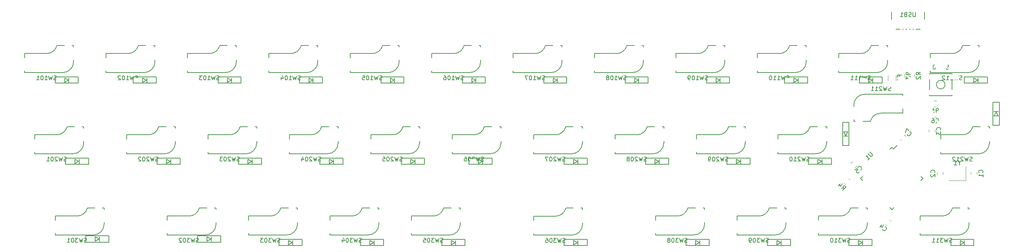
<source format=gbo>
G04 #@! TF.GenerationSoftware,KiCad,Pcbnew,5.1.4+dfsg1-1*
G04 #@! TF.CreationDate,2020-03-31T10:31:59+02:00*
G04 #@! TF.ProjectId,alpha34,616c7068-6133-4342-9e6b-696361645f70,rev?*
G04 #@! TF.SameCoordinates,Original*
G04 #@! TF.FileFunction,Legend,Bot*
G04 #@! TF.FilePolarity,Positive*
%FSLAX46Y46*%
G04 Gerber Fmt 4.6, Leading zero omitted, Abs format (unit mm)*
G04 Created by KiCad (PCBNEW 5.1.4+dfsg1-1) date 2020-03-31 10:31:59*
%MOMM*%
%LPD*%
G04 APERTURE LIST*
%ADD10C,0.150000*%
%ADD11C,0.120000*%
%ADD12R,0.602000X2.352000*%
%ADD13O,1.802000X2.802000*%
%ADD14C,4.502000*%
%ADD15R,2.652000X2.602000*%
%ADD16C,1.803800*%
%ADD17C,4.089800*%
%ADD18C,3.102000*%
%ADD19C,3.150000*%
%ADD20R,1.402000X1.052000*%
%ADD21R,1.052000X1.402000*%
%ADD22R,1.902000X1.202000*%
%ADD23R,1.502000X1.302000*%
%ADD24C,0.652000*%
%ADD25C,0.100000*%
%ADD26C,1.077000*%
%ADD27C,1.352000*%
G04 APERTURE END LIST*
D10*
X239831250Y-75427000D02*
X247531250Y-75427000D01*
X247531250Y-69977000D02*
X247531250Y-75427000D01*
X239831250Y-69977000D02*
X239831250Y-75427000D01*
X117951250Y-104616250D02*
X117951250Y-104235250D01*
X126841250Y-104616250D02*
X117951250Y-104616250D01*
X129381250Y-102076250D02*
X129381250Y-101695250D01*
X129000250Y-98266250D02*
X129381250Y-98266250D01*
X125495412Y-98266250D02*
X127222250Y-98266250D01*
X117951250Y-100171250D02*
X123031250Y-100171250D01*
X117951250Y-101187250D02*
X117951250Y-100171250D01*
X125495412Y-98247290D02*
G75*
G02X123031250Y-100171250I-2464162J616040D01*
G01*
X129381250Y-98647250D02*
X129381250Y-98266250D01*
X129381250Y-102076250D02*
G75*
G02X126841250Y-104616250I-2540000J0D01*
G01*
X246538750Y-123666250D02*
X246538750Y-123285250D01*
X255428750Y-123666250D02*
X246538750Y-123666250D01*
X257968750Y-121126250D02*
X257968750Y-120745250D01*
X257587750Y-117316250D02*
X257968750Y-117316250D01*
X254082912Y-117316250D02*
X255809750Y-117316250D01*
X246538750Y-119221250D02*
X251618750Y-119221250D01*
X246538750Y-120237250D02*
X246538750Y-119221250D01*
X254082912Y-117297290D02*
G75*
G02X251618750Y-119221250I-2464162J616040D01*
G01*
X257968750Y-117697250D02*
X257968750Y-117316250D01*
X257968750Y-121126250D02*
G75*
G02X255428750Y-123666250I-2540000J0D01*
G01*
X156083000Y-123698000D02*
X156083000Y-123317000D01*
X164973000Y-123698000D02*
X156083000Y-123698000D01*
X167513000Y-121158000D02*
X167513000Y-120777000D01*
X167132000Y-117348000D02*
X167513000Y-117348000D01*
X163627162Y-117348000D02*
X165354000Y-117348000D01*
X156083000Y-119253000D02*
X161163000Y-119253000D01*
X156083000Y-120269000D02*
X156083000Y-119253000D01*
X163627162Y-117329040D02*
G75*
G02X161163000Y-119253000I-2464162J616040D01*
G01*
X167513000Y-117729000D02*
X167513000Y-117348000D01*
X167513000Y-121158000D02*
G75*
G02X164973000Y-123698000I-2540000J0D01*
G01*
X44132500Y-123666250D02*
X44132500Y-123285250D01*
X53022500Y-123666250D02*
X44132500Y-123666250D01*
X55562500Y-121126250D02*
X55562500Y-120745250D01*
X55181500Y-117316250D02*
X55562500Y-117316250D01*
X51676662Y-117316250D02*
X53403500Y-117316250D01*
X44132500Y-119221250D02*
X49212500Y-119221250D01*
X44132500Y-120237250D02*
X44132500Y-119221250D01*
X51676662Y-117297290D02*
G75*
G02X49212500Y-119221250I-2464162J616040D01*
G01*
X55562500Y-117697250D02*
X55562500Y-117316250D01*
X55562500Y-121126250D02*
G75*
G02X53022500Y-123666250I-2540000J0D01*
G01*
X39370000Y-104616250D02*
X39370000Y-104235250D01*
X48260000Y-104616250D02*
X39370000Y-104616250D01*
X50800000Y-102076250D02*
X50800000Y-101695250D01*
X50419000Y-98266250D02*
X50800000Y-98266250D01*
X46914162Y-98266250D02*
X48641000Y-98266250D01*
X39370000Y-100171250D02*
X44450000Y-100171250D01*
X39370000Y-101187250D02*
X39370000Y-100171250D01*
X46914162Y-98247290D02*
G75*
G02X44450000Y-100171250I-2464162J616040D01*
G01*
X50800000Y-98647250D02*
X50800000Y-98266250D01*
X50800000Y-102076250D02*
G75*
G02X48260000Y-104616250I-2540000J0D01*
G01*
X248920000Y-85566250D02*
X248920000Y-85185250D01*
X257810000Y-85566250D02*
X248920000Y-85566250D01*
X260350000Y-83026250D02*
X260350000Y-82645250D01*
X259969000Y-79216250D02*
X260350000Y-79216250D01*
X256464162Y-79216250D02*
X258191000Y-79216250D01*
X248920000Y-81121250D02*
X254000000Y-81121250D01*
X248920000Y-82137250D02*
X248920000Y-81121250D01*
X256464162Y-79197290D02*
G75*
G02X254000000Y-81121250I-2464162J616040D01*
G01*
X260350000Y-79597250D02*
X260350000Y-79216250D01*
X260350000Y-83026250D02*
G75*
G02X257810000Y-85566250I-2540000J0D01*
G01*
X222726250Y-123666250D02*
X222726250Y-123285250D01*
X231616250Y-123666250D02*
X222726250Y-123666250D01*
X234156250Y-121126250D02*
X234156250Y-120745250D01*
X233775250Y-117316250D02*
X234156250Y-117316250D01*
X230270412Y-117316250D02*
X231997250Y-117316250D01*
X222726250Y-119221250D02*
X227806250Y-119221250D01*
X222726250Y-120237250D02*
X222726250Y-119221250D01*
X230270412Y-117297290D02*
G75*
G02X227806250Y-119221250I-2464162J616040D01*
G01*
X234156250Y-117697250D02*
X234156250Y-117316250D01*
X234156250Y-121126250D02*
G75*
G02X231616250Y-123666250I-2540000J0D01*
G01*
X182243750Y-105612500D02*
X182243750Y-107112500D01*
X187643750Y-105612500D02*
X182243750Y-105612500D01*
X187643750Y-107112500D02*
X187643750Y-105612500D01*
X182243750Y-107112500D02*
X187643750Y-107112500D01*
X184443750Y-105862500D02*
X185343750Y-106362500D01*
X184443750Y-106862500D02*
X184443750Y-105862500D01*
X185343750Y-106362500D02*
X184443750Y-106862500D01*
X185443750Y-106862500D02*
X185443750Y-105862500D01*
X158431250Y-86562500D02*
X158431250Y-88062500D01*
X163831250Y-86562500D02*
X158431250Y-86562500D01*
X163831250Y-88062500D02*
X163831250Y-86562500D01*
X158431250Y-88062500D02*
X163831250Y-88062500D01*
X160631250Y-86812500D02*
X161531250Y-87312500D01*
X160631250Y-87812500D02*
X160631250Y-86812500D01*
X161531250Y-87312500D02*
X160631250Y-87812500D01*
X161631250Y-87812500D02*
X161631250Y-86812500D01*
X203676250Y-123666250D02*
X203676250Y-123285250D01*
X212566250Y-123666250D02*
X203676250Y-123666250D01*
X215106250Y-121126250D02*
X215106250Y-120745250D01*
X214725250Y-117316250D02*
X215106250Y-117316250D01*
X211220412Y-117316250D02*
X212947250Y-117316250D01*
X203676250Y-119221250D02*
X208756250Y-119221250D01*
X203676250Y-120237250D02*
X203676250Y-119221250D01*
X211220412Y-117297290D02*
G75*
G02X208756250Y-119221250I-2464162J616040D01*
G01*
X215106250Y-117697250D02*
X215106250Y-117316250D01*
X215106250Y-121126250D02*
G75*
G02X212566250Y-123666250I-2540000J0D01*
G01*
X184626250Y-123666250D02*
X184626250Y-123285250D01*
X193516250Y-123666250D02*
X184626250Y-123666250D01*
X196056250Y-121126250D02*
X196056250Y-120745250D01*
X195675250Y-117316250D02*
X196056250Y-117316250D01*
X192170412Y-117316250D02*
X193897250Y-117316250D01*
X184626250Y-119221250D02*
X189706250Y-119221250D01*
X184626250Y-120237250D02*
X184626250Y-119221250D01*
X192170412Y-117297290D02*
G75*
G02X189706250Y-119221250I-2464162J616040D01*
G01*
X196056250Y-117697250D02*
X196056250Y-117316250D01*
X196056250Y-121126250D02*
G75*
G02X193516250Y-123666250I-2540000J0D01*
G01*
X127476250Y-123666250D02*
X127476250Y-123285250D01*
X136366250Y-123666250D02*
X127476250Y-123666250D01*
X138906250Y-121126250D02*
X138906250Y-120745250D01*
X138525250Y-117316250D02*
X138906250Y-117316250D01*
X135020412Y-117316250D02*
X136747250Y-117316250D01*
X127476250Y-119221250D02*
X132556250Y-119221250D01*
X127476250Y-120237250D02*
X127476250Y-119221250D01*
X135020412Y-117297290D02*
G75*
G02X132556250Y-119221250I-2464162J616040D01*
G01*
X138906250Y-117697250D02*
X138906250Y-117316250D01*
X138906250Y-121126250D02*
G75*
G02X136366250Y-123666250I-2540000J0D01*
G01*
X108426250Y-123666250D02*
X108426250Y-123285250D01*
X117316250Y-123666250D02*
X108426250Y-123666250D01*
X119856250Y-121126250D02*
X119856250Y-120745250D01*
X119475250Y-117316250D02*
X119856250Y-117316250D01*
X115970412Y-117316250D02*
X117697250Y-117316250D01*
X108426250Y-119221250D02*
X113506250Y-119221250D01*
X108426250Y-120237250D02*
X108426250Y-119221250D01*
X115970412Y-117297290D02*
G75*
G02X113506250Y-119221250I-2464162J616040D01*
G01*
X119856250Y-117697250D02*
X119856250Y-117316250D01*
X119856250Y-121126250D02*
G75*
G02X117316250Y-123666250I-2540000J0D01*
G01*
X89376250Y-123666250D02*
X89376250Y-123285250D01*
X98266250Y-123666250D02*
X89376250Y-123666250D01*
X100806250Y-121126250D02*
X100806250Y-120745250D01*
X100425250Y-117316250D02*
X100806250Y-117316250D01*
X96920412Y-117316250D02*
X98647250Y-117316250D01*
X89376250Y-119221250D02*
X94456250Y-119221250D01*
X89376250Y-120237250D02*
X89376250Y-119221250D01*
X96920412Y-117297290D02*
G75*
G02X94456250Y-119221250I-2464162J616040D01*
G01*
X100806250Y-117697250D02*
X100806250Y-117316250D01*
X100806250Y-121126250D02*
G75*
G02X98266250Y-123666250I-2540000J0D01*
G01*
X70326250Y-123666250D02*
X70326250Y-123285250D01*
X79216250Y-123666250D02*
X70326250Y-123666250D01*
X81756250Y-121126250D02*
X81756250Y-120745250D01*
X81375250Y-117316250D02*
X81756250Y-117316250D01*
X77870412Y-117316250D02*
X79597250Y-117316250D01*
X70326250Y-119221250D02*
X75406250Y-119221250D01*
X70326250Y-120237250D02*
X70326250Y-119221250D01*
X77870412Y-117297290D02*
G75*
G02X75406250Y-119221250I-2464162J616040D01*
G01*
X81756250Y-117697250D02*
X81756250Y-117316250D01*
X81756250Y-121126250D02*
G75*
G02X79216250Y-123666250I-2540000J0D01*
G01*
X251301250Y-104616250D02*
X251301250Y-104235250D01*
X260191250Y-104616250D02*
X251301250Y-104616250D01*
X262731250Y-102076250D02*
X262731250Y-101695250D01*
X262350250Y-98266250D02*
X262731250Y-98266250D01*
X258845412Y-98266250D02*
X260572250Y-98266250D01*
X251301250Y-100171250D02*
X256381250Y-100171250D01*
X251301250Y-101187250D02*
X251301250Y-100171250D01*
X258845412Y-98247290D02*
G75*
G02X256381250Y-100171250I-2464162J616040D01*
G01*
X262731250Y-98647250D02*
X262731250Y-98266250D01*
X262731250Y-102076250D02*
G75*
G02X260191250Y-104616250I-2540000J0D01*
G01*
X242411250Y-90646250D02*
X242411250Y-91027250D01*
X233521250Y-90646250D02*
X242411250Y-90646250D01*
X230981250Y-93186250D02*
X230981250Y-93567250D01*
X231362250Y-96996250D02*
X230981250Y-96996250D01*
X234867088Y-96996250D02*
X233140250Y-96996250D01*
X242411250Y-95091250D02*
X237331250Y-95091250D01*
X242411250Y-94075250D02*
X242411250Y-95091250D01*
X234867088Y-97015210D02*
G75*
G02X237331250Y-95091250I2464162J-616040D01*
G01*
X230981250Y-96615250D02*
X230981250Y-96996250D01*
X230981250Y-93186250D02*
G75*
G02X233521250Y-90646250I2540000J0D01*
G01*
X213201250Y-104616250D02*
X213201250Y-104235250D01*
X222091250Y-104616250D02*
X213201250Y-104616250D01*
X224631250Y-102076250D02*
X224631250Y-101695250D01*
X224250250Y-98266250D02*
X224631250Y-98266250D01*
X220745412Y-98266250D02*
X222472250Y-98266250D01*
X213201250Y-100171250D02*
X218281250Y-100171250D01*
X213201250Y-101187250D02*
X213201250Y-100171250D01*
X220745412Y-98247290D02*
G75*
G02X218281250Y-100171250I-2464162J616040D01*
G01*
X224631250Y-98647250D02*
X224631250Y-98266250D01*
X224631250Y-102076250D02*
G75*
G02X222091250Y-104616250I-2540000J0D01*
G01*
X194151250Y-104616250D02*
X194151250Y-104235250D01*
X203041250Y-104616250D02*
X194151250Y-104616250D01*
X205581250Y-102076250D02*
X205581250Y-101695250D01*
X205200250Y-98266250D02*
X205581250Y-98266250D01*
X201695412Y-98266250D02*
X203422250Y-98266250D01*
X194151250Y-100171250D02*
X199231250Y-100171250D01*
X194151250Y-101187250D02*
X194151250Y-100171250D01*
X201695412Y-98247290D02*
G75*
G02X199231250Y-100171250I-2464162J616040D01*
G01*
X205581250Y-98647250D02*
X205581250Y-98266250D01*
X205581250Y-102076250D02*
G75*
G02X203041250Y-104616250I-2540000J0D01*
G01*
X175101250Y-104616250D02*
X175101250Y-104235250D01*
X183991250Y-104616250D02*
X175101250Y-104616250D01*
X186531250Y-102076250D02*
X186531250Y-101695250D01*
X186150250Y-98266250D02*
X186531250Y-98266250D01*
X182645412Y-98266250D02*
X184372250Y-98266250D01*
X175101250Y-100171250D02*
X180181250Y-100171250D01*
X175101250Y-101187250D02*
X175101250Y-100171250D01*
X182645412Y-98247290D02*
G75*
G02X180181250Y-100171250I-2464162J616040D01*
G01*
X186531250Y-98647250D02*
X186531250Y-98266250D01*
X186531250Y-102076250D02*
G75*
G02X183991250Y-104616250I-2540000J0D01*
G01*
X156051250Y-104616250D02*
X156051250Y-104235250D01*
X164941250Y-104616250D02*
X156051250Y-104616250D01*
X167481250Y-102076250D02*
X167481250Y-101695250D01*
X167100250Y-98266250D02*
X167481250Y-98266250D01*
X163595412Y-98266250D02*
X165322250Y-98266250D01*
X156051250Y-100171250D02*
X161131250Y-100171250D01*
X156051250Y-101187250D02*
X156051250Y-100171250D01*
X163595412Y-98247290D02*
G75*
G02X161131250Y-100171250I-2464162J616040D01*
G01*
X167481250Y-98647250D02*
X167481250Y-98266250D01*
X167481250Y-102076250D02*
G75*
G02X164941250Y-104616250I-2540000J0D01*
G01*
X137001250Y-104616250D02*
X137001250Y-104235250D01*
X145891250Y-104616250D02*
X137001250Y-104616250D01*
X148431250Y-102076250D02*
X148431250Y-101695250D01*
X148050250Y-98266250D02*
X148431250Y-98266250D01*
X144545412Y-98266250D02*
X146272250Y-98266250D01*
X137001250Y-100171250D02*
X142081250Y-100171250D01*
X137001250Y-101187250D02*
X137001250Y-100171250D01*
X144545412Y-98247290D02*
G75*
G02X142081250Y-100171250I-2464162J616040D01*
G01*
X148431250Y-98647250D02*
X148431250Y-98266250D01*
X148431250Y-102076250D02*
G75*
G02X145891250Y-104616250I-2540000J0D01*
G01*
X98901250Y-104616250D02*
X98901250Y-104235250D01*
X107791250Y-104616250D02*
X98901250Y-104616250D01*
X110331250Y-102076250D02*
X110331250Y-101695250D01*
X109950250Y-98266250D02*
X110331250Y-98266250D01*
X106445412Y-98266250D02*
X108172250Y-98266250D01*
X98901250Y-100171250D02*
X103981250Y-100171250D01*
X98901250Y-101187250D02*
X98901250Y-100171250D01*
X106445412Y-98247290D02*
G75*
G02X103981250Y-100171250I-2464162J616040D01*
G01*
X110331250Y-98647250D02*
X110331250Y-98266250D01*
X110331250Y-102076250D02*
G75*
G02X107791250Y-104616250I-2540000J0D01*
G01*
X79851250Y-104616250D02*
X79851250Y-104235250D01*
X88741250Y-104616250D02*
X79851250Y-104616250D01*
X91281250Y-102076250D02*
X91281250Y-101695250D01*
X90900250Y-98266250D02*
X91281250Y-98266250D01*
X87395412Y-98266250D02*
X89122250Y-98266250D01*
X79851250Y-100171250D02*
X84931250Y-100171250D01*
X79851250Y-101187250D02*
X79851250Y-100171250D01*
X87395412Y-98247290D02*
G75*
G02X84931250Y-100171250I-2464162J616040D01*
G01*
X91281250Y-98647250D02*
X91281250Y-98266250D01*
X91281250Y-102076250D02*
G75*
G02X88741250Y-104616250I-2540000J0D01*
G01*
X60801250Y-104616250D02*
X60801250Y-104235250D01*
X69691250Y-104616250D02*
X60801250Y-104616250D01*
X72231250Y-102076250D02*
X72231250Y-101695250D01*
X71850250Y-98266250D02*
X72231250Y-98266250D01*
X68345412Y-98266250D02*
X70072250Y-98266250D01*
X60801250Y-100171250D02*
X65881250Y-100171250D01*
X60801250Y-101187250D02*
X60801250Y-100171250D01*
X68345412Y-98247290D02*
G75*
G02X65881250Y-100171250I-2464162J616040D01*
G01*
X72231250Y-98647250D02*
X72231250Y-98266250D01*
X72231250Y-102076250D02*
G75*
G02X69691250Y-104616250I-2540000J0D01*
G01*
X227488750Y-85566250D02*
X227488750Y-85185250D01*
X236378750Y-85566250D02*
X227488750Y-85566250D01*
X238918750Y-83026250D02*
X238918750Y-82645250D01*
X238537750Y-79216250D02*
X238918750Y-79216250D01*
X235032912Y-79216250D02*
X236759750Y-79216250D01*
X227488750Y-81121250D02*
X232568750Y-81121250D01*
X227488750Y-82137250D02*
X227488750Y-81121250D01*
X235032912Y-79197290D02*
G75*
G02X232568750Y-81121250I-2464162J616040D01*
G01*
X238918750Y-79597250D02*
X238918750Y-79216250D01*
X238918750Y-83026250D02*
G75*
G02X236378750Y-85566250I-2540000J0D01*
G01*
X208438750Y-85566250D02*
X208438750Y-85185250D01*
X217328750Y-85566250D02*
X208438750Y-85566250D01*
X219868750Y-83026250D02*
X219868750Y-82645250D01*
X219487750Y-79216250D02*
X219868750Y-79216250D01*
X215982912Y-79216250D02*
X217709750Y-79216250D01*
X208438750Y-81121250D02*
X213518750Y-81121250D01*
X208438750Y-82137250D02*
X208438750Y-81121250D01*
X215982912Y-79197290D02*
G75*
G02X213518750Y-81121250I-2464162J616040D01*
G01*
X219868750Y-79597250D02*
X219868750Y-79216250D01*
X219868750Y-83026250D02*
G75*
G02X217328750Y-85566250I-2540000J0D01*
G01*
X189388750Y-85566250D02*
X189388750Y-85185250D01*
X198278750Y-85566250D02*
X189388750Y-85566250D01*
X200818750Y-83026250D02*
X200818750Y-82645250D01*
X200437750Y-79216250D02*
X200818750Y-79216250D01*
X196932912Y-79216250D02*
X198659750Y-79216250D01*
X189388750Y-81121250D02*
X194468750Y-81121250D01*
X189388750Y-82137250D02*
X189388750Y-81121250D01*
X196932912Y-79197290D02*
G75*
G02X194468750Y-81121250I-2464162J616040D01*
G01*
X200818750Y-79597250D02*
X200818750Y-79216250D01*
X200818750Y-83026250D02*
G75*
G02X198278750Y-85566250I-2540000J0D01*
G01*
X170338750Y-85566250D02*
X170338750Y-85185250D01*
X179228750Y-85566250D02*
X170338750Y-85566250D01*
X181768750Y-83026250D02*
X181768750Y-82645250D01*
X181387750Y-79216250D02*
X181768750Y-79216250D01*
X177882912Y-79216250D02*
X179609750Y-79216250D01*
X170338750Y-81121250D02*
X175418750Y-81121250D01*
X170338750Y-82137250D02*
X170338750Y-81121250D01*
X177882912Y-79197290D02*
G75*
G02X175418750Y-81121250I-2464162J616040D01*
G01*
X181768750Y-79597250D02*
X181768750Y-79216250D01*
X181768750Y-83026250D02*
G75*
G02X179228750Y-85566250I-2540000J0D01*
G01*
X151288750Y-85566250D02*
X151288750Y-85185250D01*
X160178750Y-85566250D02*
X151288750Y-85566250D01*
X162718750Y-83026250D02*
X162718750Y-82645250D01*
X162337750Y-79216250D02*
X162718750Y-79216250D01*
X158832912Y-79216250D02*
X160559750Y-79216250D01*
X151288750Y-81121250D02*
X156368750Y-81121250D01*
X151288750Y-82137250D02*
X151288750Y-81121250D01*
X158832912Y-79197290D02*
G75*
G02X156368750Y-81121250I-2464162J616040D01*
G01*
X162718750Y-79597250D02*
X162718750Y-79216250D01*
X162718750Y-83026250D02*
G75*
G02X160178750Y-85566250I-2540000J0D01*
G01*
X132238750Y-85566250D02*
X132238750Y-85185250D01*
X141128750Y-85566250D02*
X132238750Y-85566250D01*
X143668750Y-83026250D02*
X143668750Y-82645250D01*
X143287750Y-79216250D02*
X143668750Y-79216250D01*
X139782912Y-79216250D02*
X141509750Y-79216250D01*
X132238750Y-81121250D02*
X137318750Y-81121250D01*
X132238750Y-82137250D02*
X132238750Y-81121250D01*
X139782912Y-79197290D02*
G75*
G02X137318750Y-81121250I-2464162J616040D01*
G01*
X143668750Y-79597250D02*
X143668750Y-79216250D01*
X143668750Y-83026250D02*
G75*
G02X141128750Y-85566250I-2540000J0D01*
G01*
X113188750Y-85566250D02*
X113188750Y-85185250D01*
X122078750Y-85566250D02*
X113188750Y-85566250D01*
X124618750Y-83026250D02*
X124618750Y-82645250D01*
X124237750Y-79216250D02*
X124618750Y-79216250D01*
X120732912Y-79216250D02*
X122459750Y-79216250D01*
X113188750Y-81121250D02*
X118268750Y-81121250D01*
X113188750Y-82137250D02*
X113188750Y-81121250D01*
X120732912Y-79197290D02*
G75*
G02X118268750Y-81121250I-2464162J616040D01*
G01*
X124618750Y-79597250D02*
X124618750Y-79216250D01*
X124618750Y-83026250D02*
G75*
G02X122078750Y-85566250I-2540000J0D01*
G01*
X94138750Y-85566250D02*
X94138750Y-85185250D01*
X103028750Y-85566250D02*
X94138750Y-85566250D01*
X105568750Y-83026250D02*
X105568750Y-82645250D01*
X105187750Y-79216250D02*
X105568750Y-79216250D01*
X101682912Y-79216250D02*
X103409750Y-79216250D01*
X94138750Y-81121250D02*
X99218750Y-81121250D01*
X94138750Y-82137250D02*
X94138750Y-81121250D01*
X101682912Y-79197290D02*
G75*
G02X99218750Y-81121250I-2464162J616040D01*
G01*
X105568750Y-79597250D02*
X105568750Y-79216250D01*
X105568750Y-83026250D02*
G75*
G02X103028750Y-85566250I-2540000J0D01*
G01*
X75088750Y-85566250D02*
X75088750Y-85185250D01*
X83978750Y-85566250D02*
X75088750Y-85566250D01*
X86518750Y-83026250D02*
X86518750Y-82645250D01*
X86137750Y-79216250D02*
X86518750Y-79216250D01*
X82632912Y-79216250D02*
X84359750Y-79216250D01*
X75088750Y-81121250D02*
X80168750Y-81121250D01*
X75088750Y-82137250D02*
X75088750Y-81121250D01*
X82632912Y-79197290D02*
G75*
G02X80168750Y-81121250I-2464162J616040D01*
G01*
X86518750Y-79597250D02*
X86518750Y-79216250D01*
X86518750Y-83026250D02*
G75*
G02X83978750Y-85566250I-2540000J0D01*
G01*
X56038750Y-85566250D02*
X56038750Y-85185250D01*
X64928750Y-85566250D02*
X56038750Y-85566250D01*
X67468750Y-83026250D02*
X67468750Y-82645250D01*
X67087750Y-79216250D02*
X67468750Y-79216250D01*
X63582912Y-79216250D02*
X65309750Y-79216250D01*
X56038750Y-81121250D02*
X61118750Y-81121250D01*
X56038750Y-82137250D02*
X56038750Y-81121250D01*
X63582912Y-79197290D02*
G75*
G02X61118750Y-81121250I-2464162J616040D01*
G01*
X67468750Y-79597250D02*
X67468750Y-79216250D01*
X67468750Y-83026250D02*
G75*
G02X64928750Y-85566250I-2540000J0D01*
G01*
X36988750Y-85566250D02*
X36988750Y-85185250D01*
X45878750Y-85566250D02*
X36988750Y-85566250D01*
X48418750Y-83026250D02*
X48418750Y-82645250D01*
X48037750Y-79216250D02*
X48418750Y-79216250D01*
X44532912Y-79216250D02*
X46259750Y-79216250D01*
X36988750Y-81121250D02*
X42068750Y-81121250D01*
X36988750Y-82137250D02*
X36988750Y-81121250D01*
X44532912Y-79197290D02*
G75*
G02X42068750Y-81121250I-2464162J616040D01*
G01*
X48418750Y-79597250D02*
X48418750Y-79216250D01*
X48418750Y-83026250D02*
G75*
G02X45878750Y-85566250I-2540000J0D01*
G01*
X253681250Y-124662500D02*
X253681250Y-126162500D01*
X259081250Y-124662500D02*
X253681250Y-124662500D01*
X259081250Y-126162500D02*
X259081250Y-124662500D01*
X253681250Y-126162500D02*
X259081250Y-126162500D01*
X255881250Y-124912500D02*
X256781250Y-125412500D01*
X255881250Y-125912500D02*
X255881250Y-124912500D01*
X256781250Y-125412500D02*
X255881250Y-125912500D01*
X256881250Y-125912500D02*
X256881250Y-124912500D01*
X229868750Y-124662500D02*
X229868750Y-126162500D01*
X235268750Y-124662500D02*
X229868750Y-124662500D01*
X235268750Y-126162500D02*
X235268750Y-124662500D01*
X229868750Y-126162500D02*
X235268750Y-126162500D01*
X232068750Y-124912500D02*
X232968750Y-125412500D01*
X232068750Y-125912500D02*
X232068750Y-124912500D01*
X232968750Y-125412500D02*
X232068750Y-125912500D01*
X233068750Y-125912500D02*
X233068750Y-124912500D01*
X210818750Y-124662500D02*
X210818750Y-126162500D01*
X216218750Y-124662500D02*
X210818750Y-124662500D01*
X216218750Y-126162500D02*
X216218750Y-124662500D01*
X210818750Y-126162500D02*
X216218750Y-126162500D01*
X213018750Y-124912500D02*
X213918750Y-125412500D01*
X213018750Y-125912500D02*
X213018750Y-124912500D01*
X213918750Y-125412500D02*
X213018750Y-125912500D01*
X214018750Y-125912500D02*
X214018750Y-124912500D01*
X191768750Y-124662500D02*
X191768750Y-126162500D01*
X197168750Y-124662500D02*
X191768750Y-124662500D01*
X197168750Y-126162500D02*
X197168750Y-124662500D01*
X191768750Y-126162500D02*
X197168750Y-126162500D01*
X193968750Y-124912500D02*
X194868750Y-125412500D01*
X193968750Y-125912500D02*
X193968750Y-124912500D01*
X194868750Y-125412500D02*
X193968750Y-125912500D01*
X194968750Y-125912500D02*
X194968750Y-124912500D01*
X163193750Y-124662500D02*
X163193750Y-126162500D01*
X168593750Y-124662500D02*
X163193750Y-124662500D01*
X168593750Y-126162500D02*
X168593750Y-124662500D01*
X163193750Y-126162500D02*
X168593750Y-126162500D01*
X165393750Y-124912500D02*
X166293750Y-125412500D01*
X165393750Y-125912500D02*
X165393750Y-124912500D01*
X166293750Y-125412500D02*
X165393750Y-125912500D01*
X166393750Y-125912500D02*
X166393750Y-124912500D01*
X134618750Y-124662500D02*
X134618750Y-126162500D01*
X140018750Y-124662500D02*
X134618750Y-124662500D01*
X140018750Y-126162500D02*
X140018750Y-124662500D01*
X134618750Y-126162500D02*
X140018750Y-126162500D01*
X136818750Y-124912500D02*
X137718750Y-125412500D01*
X136818750Y-125912500D02*
X136818750Y-124912500D01*
X137718750Y-125412500D02*
X136818750Y-125912500D01*
X137818750Y-125912500D02*
X137818750Y-124912500D01*
X115568750Y-124662500D02*
X115568750Y-126162500D01*
X120968750Y-124662500D02*
X115568750Y-124662500D01*
X120968750Y-126162500D02*
X120968750Y-124662500D01*
X115568750Y-126162500D02*
X120968750Y-126162500D01*
X117768750Y-124912500D02*
X118668750Y-125412500D01*
X117768750Y-125912500D02*
X117768750Y-124912500D01*
X118668750Y-125412500D02*
X117768750Y-125912500D01*
X118768750Y-125912500D02*
X118768750Y-124912500D01*
X96518750Y-124662500D02*
X96518750Y-126162500D01*
X101918750Y-124662500D02*
X96518750Y-124662500D01*
X101918750Y-126162500D02*
X101918750Y-124662500D01*
X96518750Y-126162500D02*
X101918750Y-126162500D01*
X98718750Y-124912500D02*
X99618750Y-125412500D01*
X98718750Y-125912500D02*
X98718750Y-124912500D01*
X99618750Y-125412500D02*
X98718750Y-125912500D01*
X99718750Y-125912500D02*
X99718750Y-124912500D01*
X77468750Y-123868750D02*
X77468750Y-125368750D01*
X82868750Y-123868750D02*
X77468750Y-123868750D01*
X82868750Y-125368750D02*
X82868750Y-123868750D01*
X77468750Y-125368750D02*
X82868750Y-125368750D01*
X79668750Y-124118750D02*
X80568750Y-124618750D01*
X79668750Y-125118750D02*
X79668750Y-124118750D01*
X80568750Y-124618750D02*
X79668750Y-125118750D01*
X80668750Y-125118750D02*
X80668750Y-124118750D01*
X51275000Y-123868750D02*
X51275000Y-125368750D01*
X56675000Y-123868750D02*
X51275000Y-123868750D01*
X56675000Y-125368750D02*
X56675000Y-123868750D01*
X51275000Y-125368750D02*
X56675000Y-125368750D01*
X53475000Y-124118750D02*
X54375000Y-124618750D01*
X53475000Y-125118750D02*
X53475000Y-124118750D01*
X54375000Y-124618750D02*
X53475000Y-125118750D01*
X54475000Y-125118750D02*
X54475000Y-124118750D01*
X263568750Y-97950000D02*
X265068750Y-97950000D01*
X263568750Y-92550000D02*
X263568750Y-97950000D01*
X265068750Y-92550000D02*
X263568750Y-92550000D01*
X265068750Y-97950000D02*
X265068750Y-92550000D01*
X263818750Y-95750000D02*
X264318750Y-94850000D01*
X264818750Y-95750000D02*
X263818750Y-95750000D01*
X264318750Y-94850000D02*
X264818750Y-95750000D01*
X264818750Y-94750000D02*
X263818750Y-94750000D01*
X229858000Y-97249000D02*
X228358000Y-97249000D01*
X229858000Y-102649000D02*
X229858000Y-97249000D01*
X228358000Y-102649000D02*
X229858000Y-102649000D01*
X228358000Y-97249000D02*
X228358000Y-102649000D01*
X229608000Y-99449000D02*
X229108000Y-100349000D01*
X228608000Y-99449000D02*
X229608000Y-99449000D01*
X229108000Y-100349000D02*
X228608000Y-99449000D01*
X228608000Y-100449000D02*
X229608000Y-100449000D01*
X220343750Y-105612500D02*
X220343750Y-107112500D01*
X225743750Y-105612500D02*
X220343750Y-105612500D01*
X225743750Y-107112500D02*
X225743750Y-105612500D01*
X220343750Y-107112500D02*
X225743750Y-107112500D01*
X222543750Y-105862500D02*
X223443750Y-106362500D01*
X222543750Y-106862500D02*
X222543750Y-105862500D01*
X223443750Y-106362500D02*
X222543750Y-106862500D01*
X223543750Y-106862500D02*
X223543750Y-105862500D01*
X201293750Y-105612500D02*
X201293750Y-107112500D01*
X206693750Y-105612500D02*
X201293750Y-105612500D01*
X206693750Y-107112500D02*
X206693750Y-105612500D01*
X201293750Y-107112500D02*
X206693750Y-107112500D01*
X203493750Y-105862500D02*
X204393750Y-106362500D01*
X203493750Y-106862500D02*
X203493750Y-105862500D01*
X204393750Y-106362500D02*
X203493750Y-106862500D01*
X204493750Y-106862500D02*
X204493750Y-105862500D01*
X163193750Y-105612500D02*
X163193750Y-107112500D01*
X168593750Y-105612500D02*
X163193750Y-105612500D01*
X168593750Y-107112500D02*
X168593750Y-105612500D01*
X163193750Y-107112500D02*
X168593750Y-107112500D01*
X165393750Y-105862500D02*
X166293750Y-106362500D01*
X165393750Y-106862500D02*
X165393750Y-105862500D01*
X166293750Y-106362500D02*
X165393750Y-106862500D01*
X166393750Y-106862500D02*
X166393750Y-105862500D01*
X140968750Y-105612500D02*
X140968750Y-107112500D01*
X146368750Y-105612500D02*
X140968750Y-105612500D01*
X146368750Y-107112500D02*
X146368750Y-105612500D01*
X140968750Y-107112500D02*
X146368750Y-107112500D01*
X143168750Y-105862500D02*
X144068750Y-106362500D01*
X143168750Y-106862500D02*
X143168750Y-105862500D01*
X144068750Y-106362500D02*
X143168750Y-106862500D01*
X144168750Y-106862500D02*
X144168750Y-105862500D01*
X125093750Y-105612500D02*
X125093750Y-107112500D01*
X130493750Y-105612500D02*
X125093750Y-105612500D01*
X130493750Y-107112500D02*
X130493750Y-105612500D01*
X125093750Y-107112500D02*
X130493750Y-107112500D01*
X127293750Y-105862500D02*
X128193750Y-106362500D01*
X127293750Y-106862500D02*
X127293750Y-105862500D01*
X128193750Y-106362500D02*
X127293750Y-106862500D01*
X128293750Y-106862500D02*
X128293750Y-105862500D01*
X106043750Y-105612500D02*
X106043750Y-107112500D01*
X111443750Y-105612500D02*
X106043750Y-105612500D01*
X111443750Y-107112500D02*
X111443750Y-105612500D01*
X106043750Y-107112500D02*
X111443750Y-107112500D01*
X108243750Y-105862500D02*
X109143750Y-106362500D01*
X108243750Y-106862500D02*
X108243750Y-105862500D01*
X109143750Y-106362500D02*
X108243750Y-106862500D01*
X109243750Y-106862500D02*
X109243750Y-105862500D01*
X86993750Y-105612500D02*
X86993750Y-107112500D01*
X92393750Y-105612500D02*
X86993750Y-105612500D01*
X92393750Y-107112500D02*
X92393750Y-105612500D01*
X86993750Y-107112500D02*
X92393750Y-107112500D01*
X89193750Y-105862500D02*
X90093750Y-106362500D01*
X89193750Y-106862500D02*
X89193750Y-105862500D01*
X90093750Y-106362500D02*
X89193750Y-106862500D01*
X90193750Y-106862500D02*
X90193750Y-105862500D01*
X67943750Y-105612500D02*
X67943750Y-107112500D01*
X73343750Y-105612500D02*
X67943750Y-105612500D01*
X73343750Y-107112500D02*
X73343750Y-105612500D01*
X67943750Y-107112500D02*
X73343750Y-107112500D01*
X70143750Y-105862500D02*
X71043750Y-106362500D01*
X70143750Y-106862500D02*
X70143750Y-105862500D01*
X71043750Y-106362500D02*
X70143750Y-106862500D01*
X71143750Y-106862500D02*
X71143750Y-105862500D01*
X46512500Y-105612500D02*
X46512500Y-107112500D01*
X51912500Y-105612500D02*
X46512500Y-105612500D01*
X51912500Y-107112500D02*
X51912500Y-105612500D01*
X46512500Y-107112500D02*
X51912500Y-107112500D01*
X48712500Y-105862500D02*
X49612500Y-106362500D01*
X48712500Y-106862500D02*
X48712500Y-105862500D01*
X49612500Y-106362500D02*
X48712500Y-106862500D01*
X49712500Y-106862500D02*
X49712500Y-105862500D01*
X256856250Y-86562500D02*
X256856250Y-88062500D01*
X262256250Y-86562500D02*
X256856250Y-86562500D01*
X262256250Y-88062500D02*
X262256250Y-86562500D01*
X256856250Y-88062500D02*
X262256250Y-88062500D01*
X259056250Y-86812500D02*
X259956250Y-87312500D01*
X259056250Y-87812500D02*
X259056250Y-86812500D01*
X259956250Y-87312500D02*
X259056250Y-87812500D01*
X260056250Y-87812500D02*
X260056250Y-86812500D01*
X232250000Y-86562500D02*
X232250000Y-88062500D01*
X237650000Y-86562500D02*
X232250000Y-86562500D01*
X237650000Y-88062500D02*
X237650000Y-86562500D01*
X232250000Y-88062500D02*
X237650000Y-88062500D01*
X234450000Y-86812500D02*
X235350000Y-87312500D01*
X234450000Y-87812500D02*
X234450000Y-86812500D01*
X235350000Y-87312500D02*
X234450000Y-87812500D01*
X235450000Y-87812500D02*
X235450000Y-86812500D01*
X214787500Y-86562500D02*
X214787500Y-88062500D01*
X220187500Y-86562500D02*
X214787500Y-86562500D01*
X220187500Y-88062500D02*
X220187500Y-86562500D01*
X214787500Y-88062500D02*
X220187500Y-88062500D01*
X216987500Y-86812500D02*
X217887500Y-87312500D01*
X216987500Y-87812500D02*
X216987500Y-86812500D01*
X217887500Y-87312500D02*
X216987500Y-87812500D01*
X217987500Y-87812500D02*
X217987500Y-86812500D01*
X196531250Y-86562500D02*
X196531250Y-88062500D01*
X201931250Y-86562500D02*
X196531250Y-86562500D01*
X201931250Y-88062500D02*
X201931250Y-86562500D01*
X196531250Y-88062500D02*
X201931250Y-88062500D01*
X198731250Y-86812500D02*
X199631250Y-87312500D01*
X198731250Y-87812500D02*
X198731250Y-86812500D01*
X199631250Y-87312500D02*
X198731250Y-87812500D01*
X199731250Y-87812500D02*
X199731250Y-86812500D01*
X177481250Y-86562500D02*
X177481250Y-88062500D01*
X182881250Y-86562500D02*
X177481250Y-86562500D01*
X182881250Y-88062500D02*
X182881250Y-86562500D01*
X177481250Y-88062500D02*
X182881250Y-88062500D01*
X179681250Y-86812500D02*
X180581250Y-87312500D01*
X179681250Y-87812500D02*
X179681250Y-86812500D01*
X180581250Y-87312500D02*
X179681250Y-87812500D01*
X180681250Y-87812500D02*
X180681250Y-86812500D01*
X139381250Y-86562500D02*
X139381250Y-88062500D01*
X144781250Y-86562500D02*
X139381250Y-86562500D01*
X144781250Y-88062500D02*
X144781250Y-86562500D01*
X139381250Y-88062500D02*
X144781250Y-88062500D01*
X141581250Y-86812500D02*
X142481250Y-87312500D01*
X141581250Y-87812500D02*
X141581250Y-86812500D01*
X142481250Y-87312500D02*
X141581250Y-87812500D01*
X142581250Y-87812500D02*
X142581250Y-86812500D01*
X120331250Y-86562500D02*
X120331250Y-88062500D01*
X125731250Y-86562500D02*
X120331250Y-86562500D01*
X125731250Y-88062500D02*
X125731250Y-86562500D01*
X120331250Y-88062500D02*
X125731250Y-88062500D01*
X122531250Y-86812500D02*
X123431250Y-87312500D01*
X122531250Y-87812500D02*
X122531250Y-86812500D01*
X123431250Y-87312500D02*
X122531250Y-87812500D01*
X123531250Y-87812500D02*
X123531250Y-86812500D01*
X101281250Y-86562500D02*
X101281250Y-88062500D01*
X106681250Y-86562500D02*
X101281250Y-86562500D01*
X106681250Y-88062500D02*
X106681250Y-86562500D01*
X101281250Y-88062500D02*
X106681250Y-88062500D01*
X103481250Y-86812500D02*
X104381250Y-87312500D01*
X103481250Y-87812500D02*
X103481250Y-86812500D01*
X104381250Y-87312500D02*
X103481250Y-87812500D01*
X104481250Y-87812500D02*
X104481250Y-86812500D01*
X82231250Y-86562500D02*
X82231250Y-88062500D01*
X87631250Y-86562500D02*
X82231250Y-86562500D01*
X87631250Y-88062500D02*
X87631250Y-86562500D01*
X82231250Y-88062500D02*
X87631250Y-88062500D01*
X84431250Y-86812500D02*
X85331250Y-87312500D01*
X84431250Y-87812500D02*
X84431250Y-86812500D01*
X85331250Y-87312500D02*
X84431250Y-87812500D01*
X85431250Y-87812500D02*
X85431250Y-86812500D01*
X62387500Y-86562500D02*
X62387500Y-88062500D01*
X67787500Y-86562500D02*
X62387500Y-86562500D01*
X67787500Y-88062500D02*
X67787500Y-86562500D01*
X62387500Y-88062500D02*
X67787500Y-88062500D01*
X64587500Y-86812500D02*
X65487500Y-87312500D01*
X64587500Y-87812500D02*
X64587500Y-86812500D01*
X65487500Y-87312500D02*
X64587500Y-87812500D01*
X65587500Y-87812500D02*
X65587500Y-86812500D01*
X44131250Y-86562500D02*
X44131250Y-88062500D01*
X49531250Y-86562500D02*
X44131250Y-86562500D01*
X49531250Y-88062500D02*
X49531250Y-86562500D01*
X44131250Y-88062500D02*
X49531250Y-88062500D01*
X46331250Y-86812500D02*
X47231250Y-87312500D01*
X46331250Y-87812500D02*
X46331250Y-86812500D01*
X47231250Y-87312500D02*
X46331250Y-87812500D01*
X47331250Y-87812500D02*
X47331250Y-86812500D01*
X248733000Y-90992000D02*
X253933000Y-90992000D01*
X253933000Y-90992000D02*
X253933000Y-85792000D01*
X253933000Y-85792000D02*
X248733000Y-85792000D01*
X248733000Y-85792000D02*
X248733000Y-90992000D01*
X252333000Y-88392000D02*
G75*
G03X252333000Y-88392000I-1000000J0D01*
G01*
D11*
X257224986Y-110869312D02*
X253224986Y-110869312D01*
X257224986Y-107569312D02*
X257224986Y-110869312D01*
D10*
X240290401Y-103481040D02*
X241191963Y-102579479D01*
X232565260Y-110393009D02*
X233042557Y-109915712D01*
X239883815Y-117711564D02*
X240361112Y-117234267D01*
X247202370Y-110393009D02*
X246725073Y-110870306D01*
X239883815Y-103074454D02*
X239406518Y-103551751D01*
X247202370Y-110393009D02*
X246725073Y-109915712D01*
X239883815Y-117711564D02*
X239406518Y-117234267D01*
X232565260Y-110393009D02*
X233042557Y-110870306D01*
X239883815Y-103074454D02*
X240290401Y-103481040D01*
D11*
X229712954Y-110440112D02*
X230078638Y-110805796D01*
X228708862Y-111444204D02*
X229074546Y-111809888D01*
X241383750Y-86523328D02*
X241383750Y-86006172D01*
X242803750Y-86523328D02*
X242803750Y-86006172D01*
X243765000Y-86523328D02*
X243765000Y-86006172D01*
X245185000Y-86523328D02*
X245185000Y-86006172D01*
X249772672Y-92158750D02*
X250289828Y-92158750D01*
X249772672Y-93578750D02*
X250289828Y-93578750D01*
X238993000Y-87470064D02*
X238993000Y-86265936D01*
X240813000Y-87470064D02*
X240813000Y-86265936D01*
X242123796Y-101522888D02*
X241758112Y-101157204D01*
X243127888Y-100518796D02*
X242762204Y-100153112D01*
X249772672Y-94540000D02*
X250289828Y-94540000D01*
X249772672Y-95960000D02*
X250289828Y-95960000D01*
X230296362Y-106837046D02*
X230662046Y-106471362D01*
X231300454Y-107841138D02*
X231666138Y-107475454D01*
X239368791Y-120095949D02*
X239734475Y-120461633D01*
X238364699Y-121100041D02*
X238730383Y-121465725D01*
X248527500Y-99477328D02*
X248527500Y-98960172D01*
X249947500Y-99477328D02*
X249947500Y-98960172D01*
X251884250Y-108960734D02*
X251884250Y-109477890D01*
X250464250Y-108960734D02*
X250464250Y-109477890D01*
X258401750Y-109477890D02*
X258401750Y-108960734D01*
X259821750Y-109477890D02*
X259821750Y-108960734D01*
D10*
X245419345Y-71461380D02*
X245419345Y-72270904D01*
X245371726Y-72366142D01*
X245324107Y-72413761D01*
X245228869Y-72461380D01*
X245038392Y-72461380D01*
X244943154Y-72413761D01*
X244895535Y-72366142D01*
X244847916Y-72270904D01*
X244847916Y-71461380D01*
X244419345Y-72413761D02*
X244276488Y-72461380D01*
X244038392Y-72461380D01*
X243943154Y-72413761D01*
X243895535Y-72366142D01*
X243847916Y-72270904D01*
X243847916Y-72175666D01*
X243895535Y-72080428D01*
X243943154Y-72032809D01*
X244038392Y-71985190D01*
X244228869Y-71937571D01*
X244324107Y-71889952D01*
X244371726Y-71842333D01*
X244419345Y-71747095D01*
X244419345Y-71651857D01*
X244371726Y-71556619D01*
X244324107Y-71509000D01*
X244228869Y-71461380D01*
X243990773Y-71461380D01*
X243847916Y-71509000D01*
X243086011Y-71937571D02*
X242943154Y-71985190D01*
X242895535Y-72032809D01*
X242847916Y-72128047D01*
X242847916Y-72270904D01*
X242895535Y-72366142D01*
X242943154Y-72413761D01*
X243038392Y-72461380D01*
X243419345Y-72461380D01*
X243419345Y-71461380D01*
X243086011Y-71461380D01*
X242990773Y-71509000D01*
X242943154Y-71556619D01*
X242895535Y-71651857D01*
X242895535Y-71747095D01*
X242943154Y-71842333D01*
X242990773Y-71889952D01*
X243086011Y-71937571D01*
X243419345Y-71937571D01*
X241895535Y-72461380D02*
X242466964Y-72461380D01*
X242181250Y-72461380D02*
X242181250Y-71461380D01*
X242276488Y-71604238D01*
X242371726Y-71699476D01*
X242466964Y-71747095D01*
X125316964Y-106291011D02*
X125174107Y-106338630D01*
X124936011Y-106338630D01*
X124840773Y-106291011D01*
X124793154Y-106243392D01*
X124745535Y-106148154D01*
X124745535Y-106052916D01*
X124793154Y-105957678D01*
X124840773Y-105910059D01*
X124936011Y-105862440D01*
X125126488Y-105814821D01*
X125221726Y-105767202D01*
X125269345Y-105719583D01*
X125316964Y-105624345D01*
X125316964Y-105529107D01*
X125269345Y-105433869D01*
X125221726Y-105386250D01*
X125126488Y-105338630D01*
X124888392Y-105338630D01*
X124745535Y-105386250D01*
X124412202Y-105338630D02*
X124174107Y-106338630D01*
X123983630Y-105624345D01*
X123793154Y-106338630D01*
X123555059Y-105338630D01*
X123221726Y-105433869D02*
X123174107Y-105386250D01*
X123078869Y-105338630D01*
X122840773Y-105338630D01*
X122745535Y-105386250D01*
X122697916Y-105433869D01*
X122650297Y-105529107D01*
X122650297Y-105624345D01*
X122697916Y-105767202D01*
X123269345Y-106338630D01*
X122650297Y-106338630D01*
X122031250Y-105338630D02*
X121936011Y-105338630D01*
X121840773Y-105386250D01*
X121793154Y-105433869D01*
X121745535Y-105529107D01*
X121697916Y-105719583D01*
X121697916Y-105957678D01*
X121745535Y-106148154D01*
X121793154Y-106243392D01*
X121840773Y-106291011D01*
X121936011Y-106338630D01*
X122031250Y-106338630D01*
X122126488Y-106291011D01*
X122174107Y-106243392D01*
X122221726Y-106148154D01*
X122269345Y-105957678D01*
X122269345Y-105719583D01*
X122221726Y-105529107D01*
X122174107Y-105433869D01*
X122126488Y-105386250D01*
X122031250Y-105338630D01*
X120793154Y-105338630D02*
X121269345Y-105338630D01*
X121316964Y-105814821D01*
X121269345Y-105767202D01*
X121174107Y-105719583D01*
X120936011Y-105719583D01*
X120840773Y-105767202D01*
X120793154Y-105814821D01*
X120745535Y-105910059D01*
X120745535Y-106148154D01*
X120793154Y-106243392D01*
X120840773Y-106291011D01*
X120936011Y-106338630D01*
X121174107Y-106338630D01*
X121269345Y-106291011D01*
X121316964Y-106243392D01*
X253904464Y-125341011D02*
X253761607Y-125388630D01*
X253523511Y-125388630D01*
X253428273Y-125341011D01*
X253380654Y-125293392D01*
X253333035Y-125198154D01*
X253333035Y-125102916D01*
X253380654Y-125007678D01*
X253428273Y-124960059D01*
X253523511Y-124912440D01*
X253713988Y-124864821D01*
X253809226Y-124817202D01*
X253856845Y-124769583D01*
X253904464Y-124674345D01*
X253904464Y-124579107D01*
X253856845Y-124483869D01*
X253809226Y-124436250D01*
X253713988Y-124388630D01*
X253475892Y-124388630D01*
X253333035Y-124436250D01*
X252999702Y-124388630D02*
X252761607Y-125388630D01*
X252571130Y-124674345D01*
X252380654Y-125388630D01*
X252142559Y-124388630D01*
X251856845Y-124388630D02*
X251237797Y-124388630D01*
X251571130Y-124769583D01*
X251428273Y-124769583D01*
X251333035Y-124817202D01*
X251285416Y-124864821D01*
X251237797Y-124960059D01*
X251237797Y-125198154D01*
X251285416Y-125293392D01*
X251333035Y-125341011D01*
X251428273Y-125388630D01*
X251713988Y-125388630D01*
X251809226Y-125341011D01*
X251856845Y-125293392D01*
X250285416Y-125388630D02*
X250856845Y-125388630D01*
X250571130Y-125388630D02*
X250571130Y-124388630D01*
X250666369Y-124531488D01*
X250761607Y-124626726D01*
X250856845Y-124674345D01*
X249333035Y-125388630D02*
X249904464Y-125388630D01*
X249618750Y-125388630D02*
X249618750Y-124388630D01*
X249713988Y-124531488D01*
X249809226Y-124626726D01*
X249904464Y-124674345D01*
X163448714Y-125372761D02*
X163305857Y-125420380D01*
X163067761Y-125420380D01*
X162972523Y-125372761D01*
X162924904Y-125325142D01*
X162877285Y-125229904D01*
X162877285Y-125134666D01*
X162924904Y-125039428D01*
X162972523Y-124991809D01*
X163067761Y-124944190D01*
X163258238Y-124896571D01*
X163353476Y-124848952D01*
X163401095Y-124801333D01*
X163448714Y-124706095D01*
X163448714Y-124610857D01*
X163401095Y-124515619D01*
X163353476Y-124468000D01*
X163258238Y-124420380D01*
X163020142Y-124420380D01*
X162877285Y-124468000D01*
X162543952Y-124420380D02*
X162305857Y-125420380D01*
X162115380Y-124706095D01*
X161924904Y-125420380D01*
X161686809Y-124420380D01*
X161401095Y-124420380D02*
X160782047Y-124420380D01*
X161115380Y-124801333D01*
X160972523Y-124801333D01*
X160877285Y-124848952D01*
X160829666Y-124896571D01*
X160782047Y-124991809D01*
X160782047Y-125229904D01*
X160829666Y-125325142D01*
X160877285Y-125372761D01*
X160972523Y-125420380D01*
X161258238Y-125420380D01*
X161353476Y-125372761D01*
X161401095Y-125325142D01*
X160163000Y-124420380D02*
X160067761Y-124420380D01*
X159972523Y-124468000D01*
X159924904Y-124515619D01*
X159877285Y-124610857D01*
X159829666Y-124801333D01*
X159829666Y-125039428D01*
X159877285Y-125229904D01*
X159924904Y-125325142D01*
X159972523Y-125372761D01*
X160067761Y-125420380D01*
X160163000Y-125420380D01*
X160258238Y-125372761D01*
X160305857Y-125325142D01*
X160353476Y-125229904D01*
X160401095Y-125039428D01*
X160401095Y-124801333D01*
X160353476Y-124610857D01*
X160305857Y-124515619D01*
X160258238Y-124468000D01*
X160163000Y-124420380D01*
X158972523Y-124420380D02*
X159163000Y-124420380D01*
X159258238Y-124468000D01*
X159305857Y-124515619D01*
X159401095Y-124658476D01*
X159448714Y-124848952D01*
X159448714Y-125229904D01*
X159401095Y-125325142D01*
X159353476Y-125372761D01*
X159258238Y-125420380D01*
X159067761Y-125420380D01*
X158972523Y-125372761D01*
X158924904Y-125325142D01*
X158877285Y-125229904D01*
X158877285Y-124991809D01*
X158924904Y-124896571D01*
X158972523Y-124848952D01*
X159067761Y-124801333D01*
X159258238Y-124801333D01*
X159353476Y-124848952D01*
X159401095Y-124896571D01*
X159448714Y-124991809D01*
X51498214Y-125341011D02*
X51355357Y-125388630D01*
X51117261Y-125388630D01*
X51022023Y-125341011D01*
X50974404Y-125293392D01*
X50926785Y-125198154D01*
X50926785Y-125102916D01*
X50974404Y-125007678D01*
X51022023Y-124960059D01*
X51117261Y-124912440D01*
X51307738Y-124864821D01*
X51402976Y-124817202D01*
X51450595Y-124769583D01*
X51498214Y-124674345D01*
X51498214Y-124579107D01*
X51450595Y-124483869D01*
X51402976Y-124436250D01*
X51307738Y-124388630D01*
X51069642Y-124388630D01*
X50926785Y-124436250D01*
X50593452Y-124388630D02*
X50355357Y-125388630D01*
X50164880Y-124674345D01*
X49974404Y-125388630D01*
X49736309Y-124388630D01*
X49450595Y-124388630D02*
X48831547Y-124388630D01*
X49164880Y-124769583D01*
X49022023Y-124769583D01*
X48926785Y-124817202D01*
X48879166Y-124864821D01*
X48831547Y-124960059D01*
X48831547Y-125198154D01*
X48879166Y-125293392D01*
X48926785Y-125341011D01*
X49022023Y-125388630D01*
X49307738Y-125388630D01*
X49402976Y-125341011D01*
X49450595Y-125293392D01*
X48212500Y-124388630D02*
X48117261Y-124388630D01*
X48022023Y-124436250D01*
X47974404Y-124483869D01*
X47926785Y-124579107D01*
X47879166Y-124769583D01*
X47879166Y-125007678D01*
X47926785Y-125198154D01*
X47974404Y-125293392D01*
X48022023Y-125341011D01*
X48117261Y-125388630D01*
X48212500Y-125388630D01*
X48307738Y-125341011D01*
X48355357Y-125293392D01*
X48402976Y-125198154D01*
X48450595Y-125007678D01*
X48450595Y-124769583D01*
X48402976Y-124579107D01*
X48355357Y-124483869D01*
X48307738Y-124436250D01*
X48212500Y-124388630D01*
X46926785Y-125388630D02*
X47498214Y-125388630D01*
X47212500Y-125388630D02*
X47212500Y-124388630D01*
X47307738Y-124531488D01*
X47402976Y-124626726D01*
X47498214Y-124674345D01*
X46735714Y-106291011D02*
X46592857Y-106338630D01*
X46354761Y-106338630D01*
X46259523Y-106291011D01*
X46211904Y-106243392D01*
X46164285Y-106148154D01*
X46164285Y-106052916D01*
X46211904Y-105957678D01*
X46259523Y-105910059D01*
X46354761Y-105862440D01*
X46545238Y-105814821D01*
X46640476Y-105767202D01*
X46688095Y-105719583D01*
X46735714Y-105624345D01*
X46735714Y-105529107D01*
X46688095Y-105433869D01*
X46640476Y-105386250D01*
X46545238Y-105338630D01*
X46307142Y-105338630D01*
X46164285Y-105386250D01*
X45830952Y-105338630D02*
X45592857Y-106338630D01*
X45402380Y-105624345D01*
X45211904Y-106338630D01*
X44973809Y-105338630D01*
X44640476Y-105433869D02*
X44592857Y-105386250D01*
X44497619Y-105338630D01*
X44259523Y-105338630D01*
X44164285Y-105386250D01*
X44116666Y-105433869D01*
X44069047Y-105529107D01*
X44069047Y-105624345D01*
X44116666Y-105767202D01*
X44688095Y-106338630D01*
X44069047Y-106338630D01*
X43450000Y-105338630D02*
X43354761Y-105338630D01*
X43259523Y-105386250D01*
X43211904Y-105433869D01*
X43164285Y-105529107D01*
X43116666Y-105719583D01*
X43116666Y-105957678D01*
X43164285Y-106148154D01*
X43211904Y-106243392D01*
X43259523Y-106291011D01*
X43354761Y-106338630D01*
X43450000Y-106338630D01*
X43545238Y-106291011D01*
X43592857Y-106243392D01*
X43640476Y-106148154D01*
X43688095Y-105957678D01*
X43688095Y-105719583D01*
X43640476Y-105529107D01*
X43592857Y-105433869D01*
X43545238Y-105386250D01*
X43450000Y-105338630D01*
X42164285Y-106338630D02*
X42735714Y-106338630D01*
X42450000Y-106338630D02*
X42450000Y-105338630D01*
X42545238Y-105481488D01*
X42640476Y-105576726D01*
X42735714Y-105624345D01*
X256285714Y-87241011D02*
X256142857Y-87288630D01*
X255904761Y-87288630D01*
X255809523Y-87241011D01*
X255761904Y-87193392D01*
X255714285Y-87098154D01*
X255714285Y-87002916D01*
X255761904Y-86907678D01*
X255809523Y-86860059D01*
X255904761Y-86812440D01*
X256095238Y-86764821D01*
X256190476Y-86717202D01*
X256238095Y-86669583D01*
X256285714Y-86574345D01*
X256285714Y-86479107D01*
X256238095Y-86383869D01*
X256190476Y-86336250D01*
X256095238Y-86288630D01*
X255857142Y-86288630D01*
X255714285Y-86336250D01*
X255380952Y-86288630D02*
X255142857Y-87288630D01*
X254952380Y-86574345D01*
X254761904Y-87288630D01*
X254523809Y-86288630D01*
X253619047Y-87288630D02*
X254190476Y-87288630D01*
X253904761Y-87288630D02*
X253904761Y-86288630D01*
X254000000Y-86431488D01*
X254095238Y-86526726D01*
X254190476Y-86574345D01*
X252666666Y-87288630D02*
X253238095Y-87288630D01*
X252952380Y-87288630D02*
X252952380Y-86288630D01*
X253047619Y-86431488D01*
X253142857Y-86526726D01*
X253238095Y-86574345D01*
X252285714Y-86383869D02*
X252238095Y-86336250D01*
X252142857Y-86288630D01*
X251904761Y-86288630D01*
X251809523Y-86336250D01*
X251761904Y-86383869D01*
X251714285Y-86479107D01*
X251714285Y-86574345D01*
X251761904Y-86717202D01*
X252333333Y-87288630D01*
X251714285Y-87288630D01*
X230091964Y-125341011D02*
X229949107Y-125388630D01*
X229711011Y-125388630D01*
X229615773Y-125341011D01*
X229568154Y-125293392D01*
X229520535Y-125198154D01*
X229520535Y-125102916D01*
X229568154Y-125007678D01*
X229615773Y-124960059D01*
X229711011Y-124912440D01*
X229901488Y-124864821D01*
X229996726Y-124817202D01*
X230044345Y-124769583D01*
X230091964Y-124674345D01*
X230091964Y-124579107D01*
X230044345Y-124483869D01*
X229996726Y-124436250D01*
X229901488Y-124388630D01*
X229663392Y-124388630D01*
X229520535Y-124436250D01*
X229187202Y-124388630D02*
X228949107Y-125388630D01*
X228758630Y-124674345D01*
X228568154Y-125388630D01*
X228330059Y-124388630D01*
X228044345Y-124388630D02*
X227425297Y-124388630D01*
X227758630Y-124769583D01*
X227615773Y-124769583D01*
X227520535Y-124817202D01*
X227472916Y-124864821D01*
X227425297Y-124960059D01*
X227425297Y-125198154D01*
X227472916Y-125293392D01*
X227520535Y-125341011D01*
X227615773Y-125388630D01*
X227901488Y-125388630D01*
X227996726Y-125341011D01*
X228044345Y-125293392D01*
X226472916Y-125388630D02*
X227044345Y-125388630D01*
X226758630Y-125388630D02*
X226758630Y-124388630D01*
X226853869Y-124531488D01*
X226949107Y-124626726D01*
X227044345Y-124674345D01*
X225853869Y-124388630D02*
X225758630Y-124388630D01*
X225663392Y-124436250D01*
X225615773Y-124483869D01*
X225568154Y-124579107D01*
X225520535Y-124769583D01*
X225520535Y-125007678D01*
X225568154Y-125198154D01*
X225615773Y-125293392D01*
X225663392Y-125341011D01*
X225758630Y-125388630D01*
X225853869Y-125388630D01*
X225949107Y-125341011D01*
X225996726Y-125293392D01*
X226044345Y-125198154D01*
X226091964Y-125007678D01*
X226091964Y-124769583D01*
X226044345Y-124579107D01*
X225996726Y-124483869D01*
X225949107Y-124436250D01*
X225853869Y-124388630D01*
X211041964Y-125341011D02*
X210899107Y-125388630D01*
X210661011Y-125388630D01*
X210565773Y-125341011D01*
X210518154Y-125293392D01*
X210470535Y-125198154D01*
X210470535Y-125102916D01*
X210518154Y-125007678D01*
X210565773Y-124960059D01*
X210661011Y-124912440D01*
X210851488Y-124864821D01*
X210946726Y-124817202D01*
X210994345Y-124769583D01*
X211041964Y-124674345D01*
X211041964Y-124579107D01*
X210994345Y-124483869D01*
X210946726Y-124436250D01*
X210851488Y-124388630D01*
X210613392Y-124388630D01*
X210470535Y-124436250D01*
X210137202Y-124388630D02*
X209899107Y-125388630D01*
X209708630Y-124674345D01*
X209518154Y-125388630D01*
X209280059Y-124388630D01*
X208994345Y-124388630D02*
X208375297Y-124388630D01*
X208708630Y-124769583D01*
X208565773Y-124769583D01*
X208470535Y-124817202D01*
X208422916Y-124864821D01*
X208375297Y-124960059D01*
X208375297Y-125198154D01*
X208422916Y-125293392D01*
X208470535Y-125341011D01*
X208565773Y-125388630D01*
X208851488Y-125388630D01*
X208946726Y-125341011D01*
X208994345Y-125293392D01*
X207756250Y-124388630D02*
X207661011Y-124388630D01*
X207565773Y-124436250D01*
X207518154Y-124483869D01*
X207470535Y-124579107D01*
X207422916Y-124769583D01*
X207422916Y-125007678D01*
X207470535Y-125198154D01*
X207518154Y-125293392D01*
X207565773Y-125341011D01*
X207661011Y-125388630D01*
X207756250Y-125388630D01*
X207851488Y-125341011D01*
X207899107Y-125293392D01*
X207946726Y-125198154D01*
X207994345Y-125007678D01*
X207994345Y-124769583D01*
X207946726Y-124579107D01*
X207899107Y-124483869D01*
X207851488Y-124436250D01*
X207756250Y-124388630D01*
X206946726Y-125388630D02*
X206756250Y-125388630D01*
X206661011Y-125341011D01*
X206613392Y-125293392D01*
X206518154Y-125150535D01*
X206470535Y-124960059D01*
X206470535Y-124579107D01*
X206518154Y-124483869D01*
X206565773Y-124436250D01*
X206661011Y-124388630D01*
X206851488Y-124388630D01*
X206946726Y-124436250D01*
X206994345Y-124483869D01*
X207041964Y-124579107D01*
X207041964Y-124817202D01*
X206994345Y-124912440D01*
X206946726Y-124960059D01*
X206851488Y-125007678D01*
X206661011Y-125007678D01*
X206565773Y-124960059D01*
X206518154Y-124912440D01*
X206470535Y-124817202D01*
X191991964Y-125341011D02*
X191849107Y-125388630D01*
X191611011Y-125388630D01*
X191515773Y-125341011D01*
X191468154Y-125293392D01*
X191420535Y-125198154D01*
X191420535Y-125102916D01*
X191468154Y-125007678D01*
X191515773Y-124960059D01*
X191611011Y-124912440D01*
X191801488Y-124864821D01*
X191896726Y-124817202D01*
X191944345Y-124769583D01*
X191991964Y-124674345D01*
X191991964Y-124579107D01*
X191944345Y-124483869D01*
X191896726Y-124436250D01*
X191801488Y-124388630D01*
X191563392Y-124388630D01*
X191420535Y-124436250D01*
X191087202Y-124388630D02*
X190849107Y-125388630D01*
X190658630Y-124674345D01*
X190468154Y-125388630D01*
X190230059Y-124388630D01*
X189944345Y-124388630D02*
X189325297Y-124388630D01*
X189658630Y-124769583D01*
X189515773Y-124769583D01*
X189420535Y-124817202D01*
X189372916Y-124864821D01*
X189325297Y-124960059D01*
X189325297Y-125198154D01*
X189372916Y-125293392D01*
X189420535Y-125341011D01*
X189515773Y-125388630D01*
X189801488Y-125388630D01*
X189896726Y-125341011D01*
X189944345Y-125293392D01*
X188706250Y-124388630D02*
X188611011Y-124388630D01*
X188515773Y-124436250D01*
X188468154Y-124483869D01*
X188420535Y-124579107D01*
X188372916Y-124769583D01*
X188372916Y-125007678D01*
X188420535Y-125198154D01*
X188468154Y-125293392D01*
X188515773Y-125341011D01*
X188611011Y-125388630D01*
X188706250Y-125388630D01*
X188801488Y-125341011D01*
X188849107Y-125293392D01*
X188896726Y-125198154D01*
X188944345Y-125007678D01*
X188944345Y-124769583D01*
X188896726Y-124579107D01*
X188849107Y-124483869D01*
X188801488Y-124436250D01*
X188706250Y-124388630D01*
X187801488Y-124817202D02*
X187896726Y-124769583D01*
X187944345Y-124721964D01*
X187991964Y-124626726D01*
X187991964Y-124579107D01*
X187944345Y-124483869D01*
X187896726Y-124436250D01*
X187801488Y-124388630D01*
X187611011Y-124388630D01*
X187515773Y-124436250D01*
X187468154Y-124483869D01*
X187420535Y-124579107D01*
X187420535Y-124626726D01*
X187468154Y-124721964D01*
X187515773Y-124769583D01*
X187611011Y-124817202D01*
X187801488Y-124817202D01*
X187896726Y-124864821D01*
X187944345Y-124912440D01*
X187991964Y-125007678D01*
X187991964Y-125198154D01*
X187944345Y-125293392D01*
X187896726Y-125341011D01*
X187801488Y-125388630D01*
X187611011Y-125388630D01*
X187515773Y-125341011D01*
X187468154Y-125293392D01*
X187420535Y-125198154D01*
X187420535Y-125007678D01*
X187468154Y-124912440D01*
X187515773Y-124864821D01*
X187611011Y-124817202D01*
X134841964Y-125341011D02*
X134699107Y-125388630D01*
X134461011Y-125388630D01*
X134365773Y-125341011D01*
X134318154Y-125293392D01*
X134270535Y-125198154D01*
X134270535Y-125102916D01*
X134318154Y-125007678D01*
X134365773Y-124960059D01*
X134461011Y-124912440D01*
X134651488Y-124864821D01*
X134746726Y-124817202D01*
X134794345Y-124769583D01*
X134841964Y-124674345D01*
X134841964Y-124579107D01*
X134794345Y-124483869D01*
X134746726Y-124436250D01*
X134651488Y-124388630D01*
X134413392Y-124388630D01*
X134270535Y-124436250D01*
X133937202Y-124388630D02*
X133699107Y-125388630D01*
X133508630Y-124674345D01*
X133318154Y-125388630D01*
X133080059Y-124388630D01*
X132794345Y-124388630D02*
X132175297Y-124388630D01*
X132508630Y-124769583D01*
X132365773Y-124769583D01*
X132270535Y-124817202D01*
X132222916Y-124864821D01*
X132175297Y-124960059D01*
X132175297Y-125198154D01*
X132222916Y-125293392D01*
X132270535Y-125341011D01*
X132365773Y-125388630D01*
X132651488Y-125388630D01*
X132746726Y-125341011D01*
X132794345Y-125293392D01*
X131556250Y-124388630D02*
X131461011Y-124388630D01*
X131365773Y-124436250D01*
X131318154Y-124483869D01*
X131270535Y-124579107D01*
X131222916Y-124769583D01*
X131222916Y-125007678D01*
X131270535Y-125198154D01*
X131318154Y-125293392D01*
X131365773Y-125341011D01*
X131461011Y-125388630D01*
X131556250Y-125388630D01*
X131651488Y-125341011D01*
X131699107Y-125293392D01*
X131746726Y-125198154D01*
X131794345Y-125007678D01*
X131794345Y-124769583D01*
X131746726Y-124579107D01*
X131699107Y-124483869D01*
X131651488Y-124436250D01*
X131556250Y-124388630D01*
X130318154Y-124388630D02*
X130794345Y-124388630D01*
X130841964Y-124864821D01*
X130794345Y-124817202D01*
X130699107Y-124769583D01*
X130461011Y-124769583D01*
X130365773Y-124817202D01*
X130318154Y-124864821D01*
X130270535Y-124960059D01*
X130270535Y-125198154D01*
X130318154Y-125293392D01*
X130365773Y-125341011D01*
X130461011Y-125388630D01*
X130699107Y-125388630D01*
X130794345Y-125341011D01*
X130841964Y-125293392D01*
X115791964Y-125341011D02*
X115649107Y-125388630D01*
X115411011Y-125388630D01*
X115315773Y-125341011D01*
X115268154Y-125293392D01*
X115220535Y-125198154D01*
X115220535Y-125102916D01*
X115268154Y-125007678D01*
X115315773Y-124960059D01*
X115411011Y-124912440D01*
X115601488Y-124864821D01*
X115696726Y-124817202D01*
X115744345Y-124769583D01*
X115791964Y-124674345D01*
X115791964Y-124579107D01*
X115744345Y-124483869D01*
X115696726Y-124436250D01*
X115601488Y-124388630D01*
X115363392Y-124388630D01*
X115220535Y-124436250D01*
X114887202Y-124388630D02*
X114649107Y-125388630D01*
X114458630Y-124674345D01*
X114268154Y-125388630D01*
X114030059Y-124388630D01*
X113744345Y-124388630D02*
X113125297Y-124388630D01*
X113458630Y-124769583D01*
X113315773Y-124769583D01*
X113220535Y-124817202D01*
X113172916Y-124864821D01*
X113125297Y-124960059D01*
X113125297Y-125198154D01*
X113172916Y-125293392D01*
X113220535Y-125341011D01*
X113315773Y-125388630D01*
X113601488Y-125388630D01*
X113696726Y-125341011D01*
X113744345Y-125293392D01*
X112506250Y-124388630D02*
X112411011Y-124388630D01*
X112315773Y-124436250D01*
X112268154Y-124483869D01*
X112220535Y-124579107D01*
X112172916Y-124769583D01*
X112172916Y-125007678D01*
X112220535Y-125198154D01*
X112268154Y-125293392D01*
X112315773Y-125341011D01*
X112411011Y-125388630D01*
X112506250Y-125388630D01*
X112601488Y-125341011D01*
X112649107Y-125293392D01*
X112696726Y-125198154D01*
X112744345Y-125007678D01*
X112744345Y-124769583D01*
X112696726Y-124579107D01*
X112649107Y-124483869D01*
X112601488Y-124436250D01*
X112506250Y-124388630D01*
X111315773Y-124721964D02*
X111315773Y-125388630D01*
X111553869Y-124341011D02*
X111791964Y-125055297D01*
X111172916Y-125055297D01*
X96741964Y-125341011D02*
X96599107Y-125388630D01*
X96361011Y-125388630D01*
X96265773Y-125341011D01*
X96218154Y-125293392D01*
X96170535Y-125198154D01*
X96170535Y-125102916D01*
X96218154Y-125007678D01*
X96265773Y-124960059D01*
X96361011Y-124912440D01*
X96551488Y-124864821D01*
X96646726Y-124817202D01*
X96694345Y-124769583D01*
X96741964Y-124674345D01*
X96741964Y-124579107D01*
X96694345Y-124483869D01*
X96646726Y-124436250D01*
X96551488Y-124388630D01*
X96313392Y-124388630D01*
X96170535Y-124436250D01*
X95837202Y-124388630D02*
X95599107Y-125388630D01*
X95408630Y-124674345D01*
X95218154Y-125388630D01*
X94980059Y-124388630D01*
X94694345Y-124388630D02*
X94075297Y-124388630D01*
X94408630Y-124769583D01*
X94265773Y-124769583D01*
X94170535Y-124817202D01*
X94122916Y-124864821D01*
X94075297Y-124960059D01*
X94075297Y-125198154D01*
X94122916Y-125293392D01*
X94170535Y-125341011D01*
X94265773Y-125388630D01*
X94551488Y-125388630D01*
X94646726Y-125341011D01*
X94694345Y-125293392D01*
X93456250Y-124388630D02*
X93361011Y-124388630D01*
X93265773Y-124436250D01*
X93218154Y-124483869D01*
X93170535Y-124579107D01*
X93122916Y-124769583D01*
X93122916Y-125007678D01*
X93170535Y-125198154D01*
X93218154Y-125293392D01*
X93265773Y-125341011D01*
X93361011Y-125388630D01*
X93456250Y-125388630D01*
X93551488Y-125341011D01*
X93599107Y-125293392D01*
X93646726Y-125198154D01*
X93694345Y-125007678D01*
X93694345Y-124769583D01*
X93646726Y-124579107D01*
X93599107Y-124483869D01*
X93551488Y-124436250D01*
X93456250Y-124388630D01*
X92789583Y-124388630D02*
X92170535Y-124388630D01*
X92503869Y-124769583D01*
X92361011Y-124769583D01*
X92265773Y-124817202D01*
X92218154Y-124864821D01*
X92170535Y-124960059D01*
X92170535Y-125198154D01*
X92218154Y-125293392D01*
X92265773Y-125341011D01*
X92361011Y-125388630D01*
X92646726Y-125388630D01*
X92741964Y-125341011D01*
X92789583Y-125293392D01*
X77691964Y-125341011D02*
X77549107Y-125388630D01*
X77311011Y-125388630D01*
X77215773Y-125341011D01*
X77168154Y-125293392D01*
X77120535Y-125198154D01*
X77120535Y-125102916D01*
X77168154Y-125007678D01*
X77215773Y-124960059D01*
X77311011Y-124912440D01*
X77501488Y-124864821D01*
X77596726Y-124817202D01*
X77644345Y-124769583D01*
X77691964Y-124674345D01*
X77691964Y-124579107D01*
X77644345Y-124483869D01*
X77596726Y-124436250D01*
X77501488Y-124388630D01*
X77263392Y-124388630D01*
X77120535Y-124436250D01*
X76787202Y-124388630D02*
X76549107Y-125388630D01*
X76358630Y-124674345D01*
X76168154Y-125388630D01*
X75930059Y-124388630D01*
X75644345Y-124388630D02*
X75025297Y-124388630D01*
X75358630Y-124769583D01*
X75215773Y-124769583D01*
X75120535Y-124817202D01*
X75072916Y-124864821D01*
X75025297Y-124960059D01*
X75025297Y-125198154D01*
X75072916Y-125293392D01*
X75120535Y-125341011D01*
X75215773Y-125388630D01*
X75501488Y-125388630D01*
X75596726Y-125341011D01*
X75644345Y-125293392D01*
X74406250Y-124388630D02*
X74311011Y-124388630D01*
X74215773Y-124436250D01*
X74168154Y-124483869D01*
X74120535Y-124579107D01*
X74072916Y-124769583D01*
X74072916Y-125007678D01*
X74120535Y-125198154D01*
X74168154Y-125293392D01*
X74215773Y-125341011D01*
X74311011Y-125388630D01*
X74406250Y-125388630D01*
X74501488Y-125341011D01*
X74549107Y-125293392D01*
X74596726Y-125198154D01*
X74644345Y-125007678D01*
X74644345Y-124769583D01*
X74596726Y-124579107D01*
X74549107Y-124483869D01*
X74501488Y-124436250D01*
X74406250Y-124388630D01*
X73691964Y-124483869D02*
X73644345Y-124436250D01*
X73549107Y-124388630D01*
X73311011Y-124388630D01*
X73215773Y-124436250D01*
X73168154Y-124483869D01*
X73120535Y-124579107D01*
X73120535Y-124674345D01*
X73168154Y-124817202D01*
X73739583Y-125388630D01*
X73120535Y-125388630D01*
X258666964Y-106291011D02*
X258524107Y-106338630D01*
X258286011Y-106338630D01*
X258190773Y-106291011D01*
X258143154Y-106243392D01*
X258095535Y-106148154D01*
X258095535Y-106052916D01*
X258143154Y-105957678D01*
X258190773Y-105910059D01*
X258286011Y-105862440D01*
X258476488Y-105814821D01*
X258571726Y-105767202D01*
X258619345Y-105719583D01*
X258666964Y-105624345D01*
X258666964Y-105529107D01*
X258619345Y-105433869D01*
X258571726Y-105386250D01*
X258476488Y-105338630D01*
X258238392Y-105338630D01*
X258095535Y-105386250D01*
X257762202Y-105338630D02*
X257524107Y-106338630D01*
X257333630Y-105624345D01*
X257143154Y-106338630D01*
X256905059Y-105338630D01*
X256571726Y-105433869D02*
X256524107Y-105386250D01*
X256428869Y-105338630D01*
X256190773Y-105338630D01*
X256095535Y-105386250D01*
X256047916Y-105433869D01*
X256000297Y-105529107D01*
X256000297Y-105624345D01*
X256047916Y-105767202D01*
X256619345Y-106338630D01*
X256000297Y-106338630D01*
X255047916Y-106338630D02*
X255619345Y-106338630D01*
X255333630Y-106338630D02*
X255333630Y-105338630D01*
X255428869Y-105481488D01*
X255524107Y-105576726D01*
X255619345Y-105624345D01*
X254666964Y-105433869D02*
X254619345Y-105386250D01*
X254524107Y-105338630D01*
X254286011Y-105338630D01*
X254190773Y-105386250D01*
X254143154Y-105433869D01*
X254095535Y-105529107D01*
X254095535Y-105624345D01*
X254143154Y-105767202D01*
X254714583Y-106338630D01*
X254095535Y-106338630D01*
X239616964Y-89781011D02*
X239474107Y-89828630D01*
X239236011Y-89828630D01*
X239140773Y-89781011D01*
X239093154Y-89733392D01*
X239045535Y-89638154D01*
X239045535Y-89542916D01*
X239093154Y-89447678D01*
X239140773Y-89400059D01*
X239236011Y-89352440D01*
X239426488Y-89304821D01*
X239521726Y-89257202D01*
X239569345Y-89209583D01*
X239616964Y-89114345D01*
X239616964Y-89019107D01*
X239569345Y-88923869D01*
X239521726Y-88876250D01*
X239426488Y-88828630D01*
X239188392Y-88828630D01*
X239045535Y-88876250D01*
X238712202Y-88828630D02*
X238474107Y-89828630D01*
X238283630Y-89114345D01*
X238093154Y-89828630D01*
X237855059Y-88828630D01*
X237521726Y-88923869D02*
X237474107Y-88876250D01*
X237378869Y-88828630D01*
X237140773Y-88828630D01*
X237045535Y-88876250D01*
X236997916Y-88923869D01*
X236950297Y-89019107D01*
X236950297Y-89114345D01*
X236997916Y-89257202D01*
X237569345Y-89828630D01*
X236950297Y-89828630D01*
X235997916Y-89828630D02*
X236569345Y-89828630D01*
X236283630Y-89828630D02*
X236283630Y-88828630D01*
X236378869Y-88971488D01*
X236474107Y-89066726D01*
X236569345Y-89114345D01*
X235045535Y-89828630D02*
X235616964Y-89828630D01*
X235331250Y-89828630D02*
X235331250Y-88828630D01*
X235426488Y-88971488D01*
X235521726Y-89066726D01*
X235616964Y-89114345D01*
X220566964Y-106291011D02*
X220424107Y-106338630D01*
X220186011Y-106338630D01*
X220090773Y-106291011D01*
X220043154Y-106243392D01*
X219995535Y-106148154D01*
X219995535Y-106052916D01*
X220043154Y-105957678D01*
X220090773Y-105910059D01*
X220186011Y-105862440D01*
X220376488Y-105814821D01*
X220471726Y-105767202D01*
X220519345Y-105719583D01*
X220566964Y-105624345D01*
X220566964Y-105529107D01*
X220519345Y-105433869D01*
X220471726Y-105386250D01*
X220376488Y-105338630D01*
X220138392Y-105338630D01*
X219995535Y-105386250D01*
X219662202Y-105338630D02*
X219424107Y-106338630D01*
X219233630Y-105624345D01*
X219043154Y-106338630D01*
X218805059Y-105338630D01*
X218471726Y-105433869D02*
X218424107Y-105386250D01*
X218328869Y-105338630D01*
X218090773Y-105338630D01*
X217995535Y-105386250D01*
X217947916Y-105433869D01*
X217900297Y-105529107D01*
X217900297Y-105624345D01*
X217947916Y-105767202D01*
X218519345Y-106338630D01*
X217900297Y-106338630D01*
X216947916Y-106338630D02*
X217519345Y-106338630D01*
X217233630Y-106338630D02*
X217233630Y-105338630D01*
X217328869Y-105481488D01*
X217424107Y-105576726D01*
X217519345Y-105624345D01*
X216328869Y-105338630D02*
X216233630Y-105338630D01*
X216138392Y-105386250D01*
X216090773Y-105433869D01*
X216043154Y-105529107D01*
X215995535Y-105719583D01*
X215995535Y-105957678D01*
X216043154Y-106148154D01*
X216090773Y-106243392D01*
X216138392Y-106291011D01*
X216233630Y-106338630D01*
X216328869Y-106338630D01*
X216424107Y-106291011D01*
X216471726Y-106243392D01*
X216519345Y-106148154D01*
X216566964Y-105957678D01*
X216566964Y-105719583D01*
X216519345Y-105529107D01*
X216471726Y-105433869D01*
X216424107Y-105386250D01*
X216328869Y-105338630D01*
X201516964Y-106291011D02*
X201374107Y-106338630D01*
X201136011Y-106338630D01*
X201040773Y-106291011D01*
X200993154Y-106243392D01*
X200945535Y-106148154D01*
X200945535Y-106052916D01*
X200993154Y-105957678D01*
X201040773Y-105910059D01*
X201136011Y-105862440D01*
X201326488Y-105814821D01*
X201421726Y-105767202D01*
X201469345Y-105719583D01*
X201516964Y-105624345D01*
X201516964Y-105529107D01*
X201469345Y-105433869D01*
X201421726Y-105386250D01*
X201326488Y-105338630D01*
X201088392Y-105338630D01*
X200945535Y-105386250D01*
X200612202Y-105338630D02*
X200374107Y-106338630D01*
X200183630Y-105624345D01*
X199993154Y-106338630D01*
X199755059Y-105338630D01*
X199421726Y-105433869D02*
X199374107Y-105386250D01*
X199278869Y-105338630D01*
X199040773Y-105338630D01*
X198945535Y-105386250D01*
X198897916Y-105433869D01*
X198850297Y-105529107D01*
X198850297Y-105624345D01*
X198897916Y-105767202D01*
X199469345Y-106338630D01*
X198850297Y-106338630D01*
X198231250Y-105338630D02*
X198136011Y-105338630D01*
X198040773Y-105386250D01*
X197993154Y-105433869D01*
X197945535Y-105529107D01*
X197897916Y-105719583D01*
X197897916Y-105957678D01*
X197945535Y-106148154D01*
X197993154Y-106243392D01*
X198040773Y-106291011D01*
X198136011Y-106338630D01*
X198231250Y-106338630D01*
X198326488Y-106291011D01*
X198374107Y-106243392D01*
X198421726Y-106148154D01*
X198469345Y-105957678D01*
X198469345Y-105719583D01*
X198421726Y-105529107D01*
X198374107Y-105433869D01*
X198326488Y-105386250D01*
X198231250Y-105338630D01*
X197421726Y-106338630D02*
X197231250Y-106338630D01*
X197136011Y-106291011D01*
X197088392Y-106243392D01*
X196993154Y-106100535D01*
X196945535Y-105910059D01*
X196945535Y-105529107D01*
X196993154Y-105433869D01*
X197040773Y-105386250D01*
X197136011Y-105338630D01*
X197326488Y-105338630D01*
X197421726Y-105386250D01*
X197469345Y-105433869D01*
X197516964Y-105529107D01*
X197516964Y-105767202D01*
X197469345Y-105862440D01*
X197421726Y-105910059D01*
X197326488Y-105957678D01*
X197136011Y-105957678D01*
X197040773Y-105910059D01*
X196993154Y-105862440D01*
X196945535Y-105767202D01*
X182466964Y-106291011D02*
X182324107Y-106338630D01*
X182086011Y-106338630D01*
X181990773Y-106291011D01*
X181943154Y-106243392D01*
X181895535Y-106148154D01*
X181895535Y-106052916D01*
X181943154Y-105957678D01*
X181990773Y-105910059D01*
X182086011Y-105862440D01*
X182276488Y-105814821D01*
X182371726Y-105767202D01*
X182419345Y-105719583D01*
X182466964Y-105624345D01*
X182466964Y-105529107D01*
X182419345Y-105433869D01*
X182371726Y-105386250D01*
X182276488Y-105338630D01*
X182038392Y-105338630D01*
X181895535Y-105386250D01*
X181562202Y-105338630D02*
X181324107Y-106338630D01*
X181133630Y-105624345D01*
X180943154Y-106338630D01*
X180705059Y-105338630D01*
X180371726Y-105433869D02*
X180324107Y-105386250D01*
X180228869Y-105338630D01*
X179990773Y-105338630D01*
X179895535Y-105386250D01*
X179847916Y-105433869D01*
X179800297Y-105529107D01*
X179800297Y-105624345D01*
X179847916Y-105767202D01*
X180419345Y-106338630D01*
X179800297Y-106338630D01*
X179181250Y-105338630D02*
X179086011Y-105338630D01*
X178990773Y-105386250D01*
X178943154Y-105433869D01*
X178895535Y-105529107D01*
X178847916Y-105719583D01*
X178847916Y-105957678D01*
X178895535Y-106148154D01*
X178943154Y-106243392D01*
X178990773Y-106291011D01*
X179086011Y-106338630D01*
X179181250Y-106338630D01*
X179276488Y-106291011D01*
X179324107Y-106243392D01*
X179371726Y-106148154D01*
X179419345Y-105957678D01*
X179419345Y-105719583D01*
X179371726Y-105529107D01*
X179324107Y-105433869D01*
X179276488Y-105386250D01*
X179181250Y-105338630D01*
X178276488Y-105767202D02*
X178371726Y-105719583D01*
X178419345Y-105671964D01*
X178466964Y-105576726D01*
X178466964Y-105529107D01*
X178419345Y-105433869D01*
X178371726Y-105386250D01*
X178276488Y-105338630D01*
X178086011Y-105338630D01*
X177990773Y-105386250D01*
X177943154Y-105433869D01*
X177895535Y-105529107D01*
X177895535Y-105576726D01*
X177943154Y-105671964D01*
X177990773Y-105719583D01*
X178086011Y-105767202D01*
X178276488Y-105767202D01*
X178371726Y-105814821D01*
X178419345Y-105862440D01*
X178466964Y-105957678D01*
X178466964Y-106148154D01*
X178419345Y-106243392D01*
X178371726Y-106291011D01*
X178276488Y-106338630D01*
X178086011Y-106338630D01*
X177990773Y-106291011D01*
X177943154Y-106243392D01*
X177895535Y-106148154D01*
X177895535Y-105957678D01*
X177943154Y-105862440D01*
X177990773Y-105814821D01*
X178086011Y-105767202D01*
X163416964Y-106291011D02*
X163274107Y-106338630D01*
X163036011Y-106338630D01*
X162940773Y-106291011D01*
X162893154Y-106243392D01*
X162845535Y-106148154D01*
X162845535Y-106052916D01*
X162893154Y-105957678D01*
X162940773Y-105910059D01*
X163036011Y-105862440D01*
X163226488Y-105814821D01*
X163321726Y-105767202D01*
X163369345Y-105719583D01*
X163416964Y-105624345D01*
X163416964Y-105529107D01*
X163369345Y-105433869D01*
X163321726Y-105386250D01*
X163226488Y-105338630D01*
X162988392Y-105338630D01*
X162845535Y-105386250D01*
X162512202Y-105338630D02*
X162274107Y-106338630D01*
X162083630Y-105624345D01*
X161893154Y-106338630D01*
X161655059Y-105338630D01*
X161321726Y-105433869D02*
X161274107Y-105386250D01*
X161178869Y-105338630D01*
X160940773Y-105338630D01*
X160845535Y-105386250D01*
X160797916Y-105433869D01*
X160750297Y-105529107D01*
X160750297Y-105624345D01*
X160797916Y-105767202D01*
X161369345Y-106338630D01*
X160750297Y-106338630D01*
X160131250Y-105338630D02*
X160036011Y-105338630D01*
X159940773Y-105386250D01*
X159893154Y-105433869D01*
X159845535Y-105529107D01*
X159797916Y-105719583D01*
X159797916Y-105957678D01*
X159845535Y-106148154D01*
X159893154Y-106243392D01*
X159940773Y-106291011D01*
X160036011Y-106338630D01*
X160131250Y-106338630D01*
X160226488Y-106291011D01*
X160274107Y-106243392D01*
X160321726Y-106148154D01*
X160369345Y-105957678D01*
X160369345Y-105719583D01*
X160321726Y-105529107D01*
X160274107Y-105433869D01*
X160226488Y-105386250D01*
X160131250Y-105338630D01*
X159464583Y-105338630D02*
X158797916Y-105338630D01*
X159226488Y-106338630D01*
X144366964Y-106291011D02*
X144224107Y-106338630D01*
X143986011Y-106338630D01*
X143890773Y-106291011D01*
X143843154Y-106243392D01*
X143795535Y-106148154D01*
X143795535Y-106052916D01*
X143843154Y-105957678D01*
X143890773Y-105910059D01*
X143986011Y-105862440D01*
X144176488Y-105814821D01*
X144271726Y-105767202D01*
X144319345Y-105719583D01*
X144366964Y-105624345D01*
X144366964Y-105529107D01*
X144319345Y-105433869D01*
X144271726Y-105386250D01*
X144176488Y-105338630D01*
X143938392Y-105338630D01*
X143795535Y-105386250D01*
X143462202Y-105338630D02*
X143224107Y-106338630D01*
X143033630Y-105624345D01*
X142843154Y-106338630D01*
X142605059Y-105338630D01*
X142271726Y-105433869D02*
X142224107Y-105386250D01*
X142128869Y-105338630D01*
X141890773Y-105338630D01*
X141795535Y-105386250D01*
X141747916Y-105433869D01*
X141700297Y-105529107D01*
X141700297Y-105624345D01*
X141747916Y-105767202D01*
X142319345Y-106338630D01*
X141700297Y-106338630D01*
X141081250Y-105338630D02*
X140986011Y-105338630D01*
X140890773Y-105386250D01*
X140843154Y-105433869D01*
X140795535Y-105529107D01*
X140747916Y-105719583D01*
X140747916Y-105957678D01*
X140795535Y-106148154D01*
X140843154Y-106243392D01*
X140890773Y-106291011D01*
X140986011Y-106338630D01*
X141081250Y-106338630D01*
X141176488Y-106291011D01*
X141224107Y-106243392D01*
X141271726Y-106148154D01*
X141319345Y-105957678D01*
X141319345Y-105719583D01*
X141271726Y-105529107D01*
X141224107Y-105433869D01*
X141176488Y-105386250D01*
X141081250Y-105338630D01*
X139890773Y-105338630D02*
X140081250Y-105338630D01*
X140176488Y-105386250D01*
X140224107Y-105433869D01*
X140319345Y-105576726D01*
X140366964Y-105767202D01*
X140366964Y-106148154D01*
X140319345Y-106243392D01*
X140271726Y-106291011D01*
X140176488Y-106338630D01*
X139986011Y-106338630D01*
X139890773Y-106291011D01*
X139843154Y-106243392D01*
X139795535Y-106148154D01*
X139795535Y-105910059D01*
X139843154Y-105814821D01*
X139890773Y-105767202D01*
X139986011Y-105719583D01*
X140176488Y-105719583D01*
X140271726Y-105767202D01*
X140319345Y-105814821D01*
X140366964Y-105910059D01*
X106266964Y-106291011D02*
X106124107Y-106338630D01*
X105886011Y-106338630D01*
X105790773Y-106291011D01*
X105743154Y-106243392D01*
X105695535Y-106148154D01*
X105695535Y-106052916D01*
X105743154Y-105957678D01*
X105790773Y-105910059D01*
X105886011Y-105862440D01*
X106076488Y-105814821D01*
X106171726Y-105767202D01*
X106219345Y-105719583D01*
X106266964Y-105624345D01*
X106266964Y-105529107D01*
X106219345Y-105433869D01*
X106171726Y-105386250D01*
X106076488Y-105338630D01*
X105838392Y-105338630D01*
X105695535Y-105386250D01*
X105362202Y-105338630D02*
X105124107Y-106338630D01*
X104933630Y-105624345D01*
X104743154Y-106338630D01*
X104505059Y-105338630D01*
X104171726Y-105433869D02*
X104124107Y-105386250D01*
X104028869Y-105338630D01*
X103790773Y-105338630D01*
X103695535Y-105386250D01*
X103647916Y-105433869D01*
X103600297Y-105529107D01*
X103600297Y-105624345D01*
X103647916Y-105767202D01*
X104219345Y-106338630D01*
X103600297Y-106338630D01*
X102981250Y-105338630D02*
X102886011Y-105338630D01*
X102790773Y-105386250D01*
X102743154Y-105433869D01*
X102695535Y-105529107D01*
X102647916Y-105719583D01*
X102647916Y-105957678D01*
X102695535Y-106148154D01*
X102743154Y-106243392D01*
X102790773Y-106291011D01*
X102886011Y-106338630D01*
X102981250Y-106338630D01*
X103076488Y-106291011D01*
X103124107Y-106243392D01*
X103171726Y-106148154D01*
X103219345Y-105957678D01*
X103219345Y-105719583D01*
X103171726Y-105529107D01*
X103124107Y-105433869D01*
X103076488Y-105386250D01*
X102981250Y-105338630D01*
X101790773Y-105671964D02*
X101790773Y-106338630D01*
X102028869Y-105291011D02*
X102266964Y-106005297D01*
X101647916Y-106005297D01*
X87216964Y-106291011D02*
X87074107Y-106338630D01*
X86836011Y-106338630D01*
X86740773Y-106291011D01*
X86693154Y-106243392D01*
X86645535Y-106148154D01*
X86645535Y-106052916D01*
X86693154Y-105957678D01*
X86740773Y-105910059D01*
X86836011Y-105862440D01*
X87026488Y-105814821D01*
X87121726Y-105767202D01*
X87169345Y-105719583D01*
X87216964Y-105624345D01*
X87216964Y-105529107D01*
X87169345Y-105433869D01*
X87121726Y-105386250D01*
X87026488Y-105338630D01*
X86788392Y-105338630D01*
X86645535Y-105386250D01*
X86312202Y-105338630D02*
X86074107Y-106338630D01*
X85883630Y-105624345D01*
X85693154Y-106338630D01*
X85455059Y-105338630D01*
X85121726Y-105433869D02*
X85074107Y-105386250D01*
X84978869Y-105338630D01*
X84740773Y-105338630D01*
X84645535Y-105386250D01*
X84597916Y-105433869D01*
X84550297Y-105529107D01*
X84550297Y-105624345D01*
X84597916Y-105767202D01*
X85169345Y-106338630D01*
X84550297Y-106338630D01*
X83931250Y-105338630D02*
X83836011Y-105338630D01*
X83740773Y-105386250D01*
X83693154Y-105433869D01*
X83645535Y-105529107D01*
X83597916Y-105719583D01*
X83597916Y-105957678D01*
X83645535Y-106148154D01*
X83693154Y-106243392D01*
X83740773Y-106291011D01*
X83836011Y-106338630D01*
X83931250Y-106338630D01*
X84026488Y-106291011D01*
X84074107Y-106243392D01*
X84121726Y-106148154D01*
X84169345Y-105957678D01*
X84169345Y-105719583D01*
X84121726Y-105529107D01*
X84074107Y-105433869D01*
X84026488Y-105386250D01*
X83931250Y-105338630D01*
X83264583Y-105338630D02*
X82645535Y-105338630D01*
X82978869Y-105719583D01*
X82836011Y-105719583D01*
X82740773Y-105767202D01*
X82693154Y-105814821D01*
X82645535Y-105910059D01*
X82645535Y-106148154D01*
X82693154Y-106243392D01*
X82740773Y-106291011D01*
X82836011Y-106338630D01*
X83121726Y-106338630D01*
X83216964Y-106291011D01*
X83264583Y-106243392D01*
X68166964Y-106291011D02*
X68024107Y-106338630D01*
X67786011Y-106338630D01*
X67690773Y-106291011D01*
X67643154Y-106243392D01*
X67595535Y-106148154D01*
X67595535Y-106052916D01*
X67643154Y-105957678D01*
X67690773Y-105910059D01*
X67786011Y-105862440D01*
X67976488Y-105814821D01*
X68071726Y-105767202D01*
X68119345Y-105719583D01*
X68166964Y-105624345D01*
X68166964Y-105529107D01*
X68119345Y-105433869D01*
X68071726Y-105386250D01*
X67976488Y-105338630D01*
X67738392Y-105338630D01*
X67595535Y-105386250D01*
X67262202Y-105338630D02*
X67024107Y-106338630D01*
X66833630Y-105624345D01*
X66643154Y-106338630D01*
X66405059Y-105338630D01*
X66071726Y-105433869D02*
X66024107Y-105386250D01*
X65928869Y-105338630D01*
X65690773Y-105338630D01*
X65595535Y-105386250D01*
X65547916Y-105433869D01*
X65500297Y-105529107D01*
X65500297Y-105624345D01*
X65547916Y-105767202D01*
X66119345Y-106338630D01*
X65500297Y-106338630D01*
X64881250Y-105338630D02*
X64786011Y-105338630D01*
X64690773Y-105386250D01*
X64643154Y-105433869D01*
X64595535Y-105529107D01*
X64547916Y-105719583D01*
X64547916Y-105957678D01*
X64595535Y-106148154D01*
X64643154Y-106243392D01*
X64690773Y-106291011D01*
X64786011Y-106338630D01*
X64881250Y-106338630D01*
X64976488Y-106291011D01*
X65024107Y-106243392D01*
X65071726Y-106148154D01*
X65119345Y-105957678D01*
X65119345Y-105719583D01*
X65071726Y-105529107D01*
X65024107Y-105433869D01*
X64976488Y-105386250D01*
X64881250Y-105338630D01*
X64166964Y-105433869D02*
X64119345Y-105386250D01*
X64024107Y-105338630D01*
X63786011Y-105338630D01*
X63690773Y-105386250D01*
X63643154Y-105433869D01*
X63595535Y-105529107D01*
X63595535Y-105624345D01*
X63643154Y-105767202D01*
X64214583Y-106338630D01*
X63595535Y-106338630D01*
X234854464Y-87241011D02*
X234711607Y-87288630D01*
X234473511Y-87288630D01*
X234378273Y-87241011D01*
X234330654Y-87193392D01*
X234283035Y-87098154D01*
X234283035Y-87002916D01*
X234330654Y-86907678D01*
X234378273Y-86860059D01*
X234473511Y-86812440D01*
X234663988Y-86764821D01*
X234759226Y-86717202D01*
X234806845Y-86669583D01*
X234854464Y-86574345D01*
X234854464Y-86479107D01*
X234806845Y-86383869D01*
X234759226Y-86336250D01*
X234663988Y-86288630D01*
X234425892Y-86288630D01*
X234283035Y-86336250D01*
X233949702Y-86288630D02*
X233711607Y-87288630D01*
X233521130Y-86574345D01*
X233330654Y-87288630D01*
X233092559Y-86288630D01*
X232187797Y-87288630D02*
X232759226Y-87288630D01*
X232473511Y-87288630D02*
X232473511Y-86288630D01*
X232568750Y-86431488D01*
X232663988Y-86526726D01*
X232759226Y-86574345D01*
X231235416Y-87288630D02*
X231806845Y-87288630D01*
X231521130Y-87288630D02*
X231521130Y-86288630D01*
X231616369Y-86431488D01*
X231711607Y-86526726D01*
X231806845Y-86574345D01*
X230283035Y-87288630D02*
X230854464Y-87288630D01*
X230568750Y-87288630D02*
X230568750Y-86288630D01*
X230663988Y-86431488D01*
X230759226Y-86526726D01*
X230854464Y-86574345D01*
X215804464Y-87241011D02*
X215661607Y-87288630D01*
X215423511Y-87288630D01*
X215328273Y-87241011D01*
X215280654Y-87193392D01*
X215233035Y-87098154D01*
X215233035Y-87002916D01*
X215280654Y-86907678D01*
X215328273Y-86860059D01*
X215423511Y-86812440D01*
X215613988Y-86764821D01*
X215709226Y-86717202D01*
X215756845Y-86669583D01*
X215804464Y-86574345D01*
X215804464Y-86479107D01*
X215756845Y-86383869D01*
X215709226Y-86336250D01*
X215613988Y-86288630D01*
X215375892Y-86288630D01*
X215233035Y-86336250D01*
X214899702Y-86288630D02*
X214661607Y-87288630D01*
X214471130Y-86574345D01*
X214280654Y-87288630D01*
X214042559Y-86288630D01*
X213137797Y-87288630D02*
X213709226Y-87288630D01*
X213423511Y-87288630D02*
X213423511Y-86288630D01*
X213518750Y-86431488D01*
X213613988Y-86526726D01*
X213709226Y-86574345D01*
X212185416Y-87288630D02*
X212756845Y-87288630D01*
X212471130Y-87288630D02*
X212471130Y-86288630D01*
X212566369Y-86431488D01*
X212661607Y-86526726D01*
X212756845Y-86574345D01*
X211566369Y-86288630D02*
X211471130Y-86288630D01*
X211375892Y-86336250D01*
X211328273Y-86383869D01*
X211280654Y-86479107D01*
X211233035Y-86669583D01*
X211233035Y-86907678D01*
X211280654Y-87098154D01*
X211328273Y-87193392D01*
X211375892Y-87241011D01*
X211471130Y-87288630D01*
X211566369Y-87288630D01*
X211661607Y-87241011D01*
X211709226Y-87193392D01*
X211756845Y-87098154D01*
X211804464Y-86907678D01*
X211804464Y-86669583D01*
X211756845Y-86479107D01*
X211709226Y-86383869D01*
X211661607Y-86336250D01*
X211566369Y-86288630D01*
X196754464Y-87241011D02*
X196611607Y-87288630D01*
X196373511Y-87288630D01*
X196278273Y-87241011D01*
X196230654Y-87193392D01*
X196183035Y-87098154D01*
X196183035Y-87002916D01*
X196230654Y-86907678D01*
X196278273Y-86860059D01*
X196373511Y-86812440D01*
X196563988Y-86764821D01*
X196659226Y-86717202D01*
X196706845Y-86669583D01*
X196754464Y-86574345D01*
X196754464Y-86479107D01*
X196706845Y-86383869D01*
X196659226Y-86336250D01*
X196563988Y-86288630D01*
X196325892Y-86288630D01*
X196183035Y-86336250D01*
X195849702Y-86288630D02*
X195611607Y-87288630D01*
X195421130Y-86574345D01*
X195230654Y-87288630D01*
X194992559Y-86288630D01*
X194087797Y-87288630D02*
X194659226Y-87288630D01*
X194373511Y-87288630D02*
X194373511Y-86288630D01*
X194468750Y-86431488D01*
X194563988Y-86526726D01*
X194659226Y-86574345D01*
X193468750Y-86288630D02*
X193373511Y-86288630D01*
X193278273Y-86336250D01*
X193230654Y-86383869D01*
X193183035Y-86479107D01*
X193135416Y-86669583D01*
X193135416Y-86907678D01*
X193183035Y-87098154D01*
X193230654Y-87193392D01*
X193278273Y-87241011D01*
X193373511Y-87288630D01*
X193468750Y-87288630D01*
X193563988Y-87241011D01*
X193611607Y-87193392D01*
X193659226Y-87098154D01*
X193706845Y-86907678D01*
X193706845Y-86669583D01*
X193659226Y-86479107D01*
X193611607Y-86383869D01*
X193563988Y-86336250D01*
X193468750Y-86288630D01*
X192659226Y-87288630D02*
X192468750Y-87288630D01*
X192373511Y-87241011D01*
X192325892Y-87193392D01*
X192230654Y-87050535D01*
X192183035Y-86860059D01*
X192183035Y-86479107D01*
X192230654Y-86383869D01*
X192278273Y-86336250D01*
X192373511Y-86288630D01*
X192563988Y-86288630D01*
X192659226Y-86336250D01*
X192706845Y-86383869D01*
X192754464Y-86479107D01*
X192754464Y-86717202D01*
X192706845Y-86812440D01*
X192659226Y-86860059D01*
X192563988Y-86907678D01*
X192373511Y-86907678D01*
X192278273Y-86860059D01*
X192230654Y-86812440D01*
X192183035Y-86717202D01*
X177704464Y-87241011D02*
X177561607Y-87288630D01*
X177323511Y-87288630D01*
X177228273Y-87241011D01*
X177180654Y-87193392D01*
X177133035Y-87098154D01*
X177133035Y-87002916D01*
X177180654Y-86907678D01*
X177228273Y-86860059D01*
X177323511Y-86812440D01*
X177513988Y-86764821D01*
X177609226Y-86717202D01*
X177656845Y-86669583D01*
X177704464Y-86574345D01*
X177704464Y-86479107D01*
X177656845Y-86383869D01*
X177609226Y-86336250D01*
X177513988Y-86288630D01*
X177275892Y-86288630D01*
X177133035Y-86336250D01*
X176799702Y-86288630D02*
X176561607Y-87288630D01*
X176371130Y-86574345D01*
X176180654Y-87288630D01*
X175942559Y-86288630D01*
X175037797Y-87288630D02*
X175609226Y-87288630D01*
X175323511Y-87288630D02*
X175323511Y-86288630D01*
X175418750Y-86431488D01*
X175513988Y-86526726D01*
X175609226Y-86574345D01*
X174418750Y-86288630D02*
X174323511Y-86288630D01*
X174228273Y-86336250D01*
X174180654Y-86383869D01*
X174133035Y-86479107D01*
X174085416Y-86669583D01*
X174085416Y-86907678D01*
X174133035Y-87098154D01*
X174180654Y-87193392D01*
X174228273Y-87241011D01*
X174323511Y-87288630D01*
X174418750Y-87288630D01*
X174513988Y-87241011D01*
X174561607Y-87193392D01*
X174609226Y-87098154D01*
X174656845Y-86907678D01*
X174656845Y-86669583D01*
X174609226Y-86479107D01*
X174561607Y-86383869D01*
X174513988Y-86336250D01*
X174418750Y-86288630D01*
X173513988Y-86717202D02*
X173609226Y-86669583D01*
X173656845Y-86621964D01*
X173704464Y-86526726D01*
X173704464Y-86479107D01*
X173656845Y-86383869D01*
X173609226Y-86336250D01*
X173513988Y-86288630D01*
X173323511Y-86288630D01*
X173228273Y-86336250D01*
X173180654Y-86383869D01*
X173133035Y-86479107D01*
X173133035Y-86526726D01*
X173180654Y-86621964D01*
X173228273Y-86669583D01*
X173323511Y-86717202D01*
X173513988Y-86717202D01*
X173609226Y-86764821D01*
X173656845Y-86812440D01*
X173704464Y-86907678D01*
X173704464Y-87098154D01*
X173656845Y-87193392D01*
X173609226Y-87241011D01*
X173513988Y-87288630D01*
X173323511Y-87288630D01*
X173228273Y-87241011D01*
X173180654Y-87193392D01*
X173133035Y-87098154D01*
X173133035Y-86907678D01*
X173180654Y-86812440D01*
X173228273Y-86764821D01*
X173323511Y-86717202D01*
X158654464Y-87241011D02*
X158511607Y-87288630D01*
X158273511Y-87288630D01*
X158178273Y-87241011D01*
X158130654Y-87193392D01*
X158083035Y-87098154D01*
X158083035Y-87002916D01*
X158130654Y-86907678D01*
X158178273Y-86860059D01*
X158273511Y-86812440D01*
X158463988Y-86764821D01*
X158559226Y-86717202D01*
X158606845Y-86669583D01*
X158654464Y-86574345D01*
X158654464Y-86479107D01*
X158606845Y-86383869D01*
X158559226Y-86336250D01*
X158463988Y-86288630D01*
X158225892Y-86288630D01*
X158083035Y-86336250D01*
X157749702Y-86288630D02*
X157511607Y-87288630D01*
X157321130Y-86574345D01*
X157130654Y-87288630D01*
X156892559Y-86288630D01*
X155987797Y-87288630D02*
X156559226Y-87288630D01*
X156273511Y-87288630D02*
X156273511Y-86288630D01*
X156368750Y-86431488D01*
X156463988Y-86526726D01*
X156559226Y-86574345D01*
X155368750Y-86288630D02*
X155273511Y-86288630D01*
X155178273Y-86336250D01*
X155130654Y-86383869D01*
X155083035Y-86479107D01*
X155035416Y-86669583D01*
X155035416Y-86907678D01*
X155083035Y-87098154D01*
X155130654Y-87193392D01*
X155178273Y-87241011D01*
X155273511Y-87288630D01*
X155368750Y-87288630D01*
X155463988Y-87241011D01*
X155511607Y-87193392D01*
X155559226Y-87098154D01*
X155606845Y-86907678D01*
X155606845Y-86669583D01*
X155559226Y-86479107D01*
X155511607Y-86383869D01*
X155463988Y-86336250D01*
X155368750Y-86288630D01*
X154702083Y-86288630D02*
X154035416Y-86288630D01*
X154463988Y-87288630D01*
X139604464Y-87241011D02*
X139461607Y-87288630D01*
X139223511Y-87288630D01*
X139128273Y-87241011D01*
X139080654Y-87193392D01*
X139033035Y-87098154D01*
X139033035Y-87002916D01*
X139080654Y-86907678D01*
X139128273Y-86860059D01*
X139223511Y-86812440D01*
X139413988Y-86764821D01*
X139509226Y-86717202D01*
X139556845Y-86669583D01*
X139604464Y-86574345D01*
X139604464Y-86479107D01*
X139556845Y-86383869D01*
X139509226Y-86336250D01*
X139413988Y-86288630D01*
X139175892Y-86288630D01*
X139033035Y-86336250D01*
X138699702Y-86288630D02*
X138461607Y-87288630D01*
X138271130Y-86574345D01*
X138080654Y-87288630D01*
X137842559Y-86288630D01*
X136937797Y-87288630D02*
X137509226Y-87288630D01*
X137223511Y-87288630D02*
X137223511Y-86288630D01*
X137318750Y-86431488D01*
X137413988Y-86526726D01*
X137509226Y-86574345D01*
X136318750Y-86288630D02*
X136223511Y-86288630D01*
X136128273Y-86336250D01*
X136080654Y-86383869D01*
X136033035Y-86479107D01*
X135985416Y-86669583D01*
X135985416Y-86907678D01*
X136033035Y-87098154D01*
X136080654Y-87193392D01*
X136128273Y-87241011D01*
X136223511Y-87288630D01*
X136318750Y-87288630D01*
X136413988Y-87241011D01*
X136461607Y-87193392D01*
X136509226Y-87098154D01*
X136556845Y-86907678D01*
X136556845Y-86669583D01*
X136509226Y-86479107D01*
X136461607Y-86383869D01*
X136413988Y-86336250D01*
X136318750Y-86288630D01*
X135128273Y-86288630D02*
X135318750Y-86288630D01*
X135413988Y-86336250D01*
X135461607Y-86383869D01*
X135556845Y-86526726D01*
X135604464Y-86717202D01*
X135604464Y-87098154D01*
X135556845Y-87193392D01*
X135509226Y-87241011D01*
X135413988Y-87288630D01*
X135223511Y-87288630D01*
X135128273Y-87241011D01*
X135080654Y-87193392D01*
X135033035Y-87098154D01*
X135033035Y-86860059D01*
X135080654Y-86764821D01*
X135128273Y-86717202D01*
X135223511Y-86669583D01*
X135413988Y-86669583D01*
X135509226Y-86717202D01*
X135556845Y-86764821D01*
X135604464Y-86860059D01*
X120554464Y-87241011D02*
X120411607Y-87288630D01*
X120173511Y-87288630D01*
X120078273Y-87241011D01*
X120030654Y-87193392D01*
X119983035Y-87098154D01*
X119983035Y-87002916D01*
X120030654Y-86907678D01*
X120078273Y-86860059D01*
X120173511Y-86812440D01*
X120363988Y-86764821D01*
X120459226Y-86717202D01*
X120506845Y-86669583D01*
X120554464Y-86574345D01*
X120554464Y-86479107D01*
X120506845Y-86383869D01*
X120459226Y-86336250D01*
X120363988Y-86288630D01*
X120125892Y-86288630D01*
X119983035Y-86336250D01*
X119649702Y-86288630D02*
X119411607Y-87288630D01*
X119221130Y-86574345D01*
X119030654Y-87288630D01*
X118792559Y-86288630D01*
X117887797Y-87288630D02*
X118459226Y-87288630D01*
X118173511Y-87288630D02*
X118173511Y-86288630D01*
X118268750Y-86431488D01*
X118363988Y-86526726D01*
X118459226Y-86574345D01*
X117268750Y-86288630D02*
X117173511Y-86288630D01*
X117078273Y-86336250D01*
X117030654Y-86383869D01*
X116983035Y-86479107D01*
X116935416Y-86669583D01*
X116935416Y-86907678D01*
X116983035Y-87098154D01*
X117030654Y-87193392D01*
X117078273Y-87241011D01*
X117173511Y-87288630D01*
X117268750Y-87288630D01*
X117363988Y-87241011D01*
X117411607Y-87193392D01*
X117459226Y-87098154D01*
X117506845Y-86907678D01*
X117506845Y-86669583D01*
X117459226Y-86479107D01*
X117411607Y-86383869D01*
X117363988Y-86336250D01*
X117268750Y-86288630D01*
X116030654Y-86288630D02*
X116506845Y-86288630D01*
X116554464Y-86764821D01*
X116506845Y-86717202D01*
X116411607Y-86669583D01*
X116173511Y-86669583D01*
X116078273Y-86717202D01*
X116030654Y-86764821D01*
X115983035Y-86860059D01*
X115983035Y-87098154D01*
X116030654Y-87193392D01*
X116078273Y-87241011D01*
X116173511Y-87288630D01*
X116411607Y-87288630D01*
X116506845Y-87241011D01*
X116554464Y-87193392D01*
X101504464Y-87241011D02*
X101361607Y-87288630D01*
X101123511Y-87288630D01*
X101028273Y-87241011D01*
X100980654Y-87193392D01*
X100933035Y-87098154D01*
X100933035Y-87002916D01*
X100980654Y-86907678D01*
X101028273Y-86860059D01*
X101123511Y-86812440D01*
X101313988Y-86764821D01*
X101409226Y-86717202D01*
X101456845Y-86669583D01*
X101504464Y-86574345D01*
X101504464Y-86479107D01*
X101456845Y-86383869D01*
X101409226Y-86336250D01*
X101313988Y-86288630D01*
X101075892Y-86288630D01*
X100933035Y-86336250D01*
X100599702Y-86288630D02*
X100361607Y-87288630D01*
X100171130Y-86574345D01*
X99980654Y-87288630D01*
X99742559Y-86288630D01*
X98837797Y-87288630D02*
X99409226Y-87288630D01*
X99123511Y-87288630D02*
X99123511Y-86288630D01*
X99218750Y-86431488D01*
X99313988Y-86526726D01*
X99409226Y-86574345D01*
X98218750Y-86288630D02*
X98123511Y-86288630D01*
X98028273Y-86336250D01*
X97980654Y-86383869D01*
X97933035Y-86479107D01*
X97885416Y-86669583D01*
X97885416Y-86907678D01*
X97933035Y-87098154D01*
X97980654Y-87193392D01*
X98028273Y-87241011D01*
X98123511Y-87288630D01*
X98218750Y-87288630D01*
X98313988Y-87241011D01*
X98361607Y-87193392D01*
X98409226Y-87098154D01*
X98456845Y-86907678D01*
X98456845Y-86669583D01*
X98409226Y-86479107D01*
X98361607Y-86383869D01*
X98313988Y-86336250D01*
X98218750Y-86288630D01*
X97028273Y-86621964D02*
X97028273Y-87288630D01*
X97266369Y-86241011D02*
X97504464Y-86955297D01*
X96885416Y-86955297D01*
X82454464Y-87241011D02*
X82311607Y-87288630D01*
X82073511Y-87288630D01*
X81978273Y-87241011D01*
X81930654Y-87193392D01*
X81883035Y-87098154D01*
X81883035Y-87002916D01*
X81930654Y-86907678D01*
X81978273Y-86860059D01*
X82073511Y-86812440D01*
X82263988Y-86764821D01*
X82359226Y-86717202D01*
X82406845Y-86669583D01*
X82454464Y-86574345D01*
X82454464Y-86479107D01*
X82406845Y-86383869D01*
X82359226Y-86336250D01*
X82263988Y-86288630D01*
X82025892Y-86288630D01*
X81883035Y-86336250D01*
X81549702Y-86288630D02*
X81311607Y-87288630D01*
X81121130Y-86574345D01*
X80930654Y-87288630D01*
X80692559Y-86288630D01*
X79787797Y-87288630D02*
X80359226Y-87288630D01*
X80073511Y-87288630D02*
X80073511Y-86288630D01*
X80168750Y-86431488D01*
X80263988Y-86526726D01*
X80359226Y-86574345D01*
X79168750Y-86288630D02*
X79073511Y-86288630D01*
X78978273Y-86336250D01*
X78930654Y-86383869D01*
X78883035Y-86479107D01*
X78835416Y-86669583D01*
X78835416Y-86907678D01*
X78883035Y-87098154D01*
X78930654Y-87193392D01*
X78978273Y-87241011D01*
X79073511Y-87288630D01*
X79168750Y-87288630D01*
X79263988Y-87241011D01*
X79311607Y-87193392D01*
X79359226Y-87098154D01*
X79406845Y-86907678D01*
X79406845Y-86669583D01*
X79359226Y-86479107D01*
X79311607Y-86383869D01*
X79263988Y-86336250D01*
X79168750Y-86288630D01*
X78502083Y-86288630D02*
X77883035Y-86288630D01*
X78216369Y-86669583D01*
X78073511Y-86669583D01*
X77978273Y-86717202D01*
X77930654Y-86764821D01*
X77883035Y-86860059D01*
X77883035Y-87098154D01*
X77930654Y-87193392D01*
X77978273Y-87241011D01*
X78073511Y-87288630D01*
X78359226Y-87288630D01*
X78454464Y-87241011D01*
X78502083Y-87193392D01*
X63404464Y-87241011D02*
X63261607Y-87288630D01*
X63023511Y-87288630D01*
X62928273Y-87241011D01*
X62880654Y-87193392D01*
X62833035Y-87098154D01*
X62833035Y-87002916D01*
X62880654Y-86907678D01*
X62928273Y-86860059D01*
X63023511Y-86812440D01*
X63213988Y-86764821D01*
X63309226Y-86717202D01*
X63356845Y-86669583D01*
X63404464Y-86574345D01*
X63404464Y-86479107D01*
X63356845Y-86383869D01*
X63309226Y-86336250D01*
X63213988Y-86288630D01*
X62975892Y-86288630D01*
X62833035Y-86336250D01*
X62499702Y-86288630D02*
X62261607Y-87288630D01*
X62071130Y-86574345D01*
X61880654Y-87288630D01*
X61642559Y-86288630D01*
X60737797Y-87288630D02*
X61309226Y-87288630D01*
X61023511Y-87288630D02*
X61023511Y-86288630D01*
X61118750Y-86431488D01*
X61213988Y-86526726D01*
X61309226Y-86574345D01*
X60118750Y-86288630D02*
X60023511Y-86288630D01*
X59928273Y-86336250D01*
X59880654Y-86383869D01*
X59833035Y-86479107D01*
X59785416Y-86669583D01*
X59785416Y-86907678D01*
X59833035Y-87098154D01*
X59880654Y-87193392D01*
X59928273Y-87241011D01*
X60023511Y-87288630D01*
X60118750Y-87288630D01*
X60213988Y-87241011D01*
X60261607Y-87193392D01*
X60309226Y-87098154D01*
X60356845Y-86907678D01*
X60356845Y-86669583D01*
X60309226Y-86479107D01*
X60261607Y-86383869D01*
X60213988Y-86336250D01*
X60118750Y-86288630D01*
X59404464Y-86383869D02*
X59356845Y-86336250D01*
X59261607Y-86288630D01*
X59023511Y-86288630D01*
X58928273Y-86336250D01*
X58880654Y-86383869D01*
X58833035Y-86479107D01*
X58833035Y-86574345D01*
X58880654Y-86717202D01*
X59452083Y-87288630D01*
X58833035Y-87288630D01*
X44354464Y-87241011D02*
X44211607Y-87288630D01*
X43973511Y-87288630D01*
X43878273Y-87241011D01*
X43830654Y-87193392D01*
X43783035Y-87098154D01*
X43783035Y-87002916D01*
X43830654Y-86907678D01*
X43878273Y-86860059D01*
X43973511Y-86812440D01*
X44163988Y-86764821D01*
X44259226Y-86717202D01*
X44306845Y-86669583D01*
X44354464Y-86574345D01*
X44354464Y-86479107D01*
X44306845Y-86383869D01*
X44259226Y-86336250D01*
X44163988Y-86288630D01*
X43925892Y-86288630D01*
X43783035Y-86336250D01*
X43449702Y-86288630D02*
X43211607Y-87288630D01*
X43021130Y-86574345D01*
X42830654Y-87288630D01*
X42592559Y-86288630D01*
X41687797Y-87288630D02*
X42259226Y-87288630D01*
X41973511Y-87288630D02*
X41973511Y-86288630D01*
X42068750Y-86431488D01*
X42163988Y-86526726D01*
X42259226Y-86574345D01*
X41068750Y-86288630D02*
X40973511Y-86288630D01*
X40878273Y-86336250D01*
X40830654Y-86383869D01*
X40783035Y-86479107D01*
X40735416Y-86669583D01*
X40735416Y-86907678D01*
X40783035Y-87098154D01*
X40830654Y-87193392D01*
X40878273Y-87241011D01*
X40973511Y-87288630D01*
X41068750Y-87288630D01*
X41163988Y-87241011D01*
X41211607Y-87193392D01*
X41259226Y-87098154D01*
X41306845Y-86907678D01*
X41306845Y-86669583D01*
X41259226Y-86479107D01*
X41211607Y-86383869D01*
X41163988Y-86336250D01*
X41068750Y-86288630D01*
X39783035Y-87288630D02*
X40354464Y-87288630D01*
X40068750Y-87288630D02*
X40068750Y-86288630D01*
X40163988Y-86431488D01*
X40259226Y-86526726D01*
X40354464Y-86574345D01*
X253142523Y-84732761D02*
X252999666Y-84780380D01*
X252761571Y-84780380D01*
X252666333Y-84732761D01*
X252618714Y-84685142D01*
X252571095Y-84589904D01*
X252571095Y-84494666D01*
X252618714Y-84399428D01*
X252666333Y-84351809D01*
X252761571Y-84304190D01*
X252952047Y-84256571D01*
X253047285Y-84208952D01*
X253094904Y-84161333D01*
X253142523Y-84066095D01*
X253142523Y-83970857D01*
X253094904Y-83875619D01*
X253047285Y-83828000D01*
X252952047Y-83780380D01*
X252713952Y-83780380D01*
X252571095Y-83828000D01*
X252237761Y-83780380D02*
X251999666Y-84780380D01*
X251809190Y-84066095D01*
X251618714Y-84780380D01*
X251380619Y-83780380D01*
X251047285Y-83875619D02*
X250999666Y-83828000D01*
X250904428Y-83780380D01*
X250666333Y-83780380D01*
X250571095Y-83828000D01*
X250523476Y-83875619D01*
X250475857Y-83970857D01*
X250475857Y-84066095D01*
X250523476Y-84208952D01*
X251094904Y-84780380D01*
X250475857Y-84780380D01*
X249856809Y-83780380D02*
X249761571Y-83780380D01*
X249666333Y-83828000D01*
X249618714Y-83875619D01*
X249571095Y-83970857D01*
X249523476Y-84161333D01*
X249523476Y-84399428D01*
X249571095Y-84589904D01*
X249618714Y-84685142D01*
X249666333Y-84732761D01*
X249761571Y-84780380D01*
X249856809Y-84780380D01*
X249952047Y-84732761D01*
X249999666Y-84685142D01*
X250047285Y-84589904D01*
X250094904Y-84399428D01*
X250094904Y-84161333D01*
X250047285Y-83970857D01*
X249999666Y-83875619D01*
X249952047Y-83828000D01*
X249856809Y-83780380D01*
X255701176Y-106745502D02*
X255701176Y-107221692D01*
X256034509Y-106221692D02*
X255701176Y-106745502D01*
X255367843Y-106221692D01*
X254510700Y-107221692D02*
X255082128Y-107221692D01*
X254796414Y-107221692D02*
X254796414Y-106221692D01*
X254891652Y-106364550D01*
X254986890Y-106459788D01*
X255082128Y-106507407D01*
X234767391Y-104199089D02*
X235339811Y-104771509D01*
X235373483Y-104872524D01*
X235373483Y-104939868D01*
X235339811Y-105040883D01*
X235205124Y-105175570D01*
X235104109Y-105209242D01*
X235036765Y-105209242D01*
X234935750Y-105175570D01*
X234363330Y-104603150D01*
X234363330Y-106017364D02*
X234767391Y-105613303D01*
X234565361Y-105815333D02*
X233858254Y-105108227D01*
X234026613Y-105141898D01*
X234161300Y-105141898D01*
X234262315Y-105108227D01*
X228024993Y-112729458D02*
X228597413Y-112628443D01*
X228429054Y-113133519D02*
X229136161Y-112426413D01*
X228866787Y-112157038D01*
X228765772Y-112123367D01*
X228698428Y-112123367D01*
X228597413Y-112157038D01*
X228496398Y-112258054D01*
X228462726Y-112359069D01*
X228462726Y-112426413D01*
X228496398Y-112527428D01*
X228765772Y-112796802D01*
X227890306Y-111651962D02*
X227418901Y-112123367D01*
X228328039Y-111550947D02*
X227991321Y-112224382D01*
X227553588Y-111786649D01*
X244196130Y-86098083D02*
X243719940Y-85764750D01*
X244196130Y-85526654D02*
X243196130Y-85526654D01*
X243196130Y-85907607D01*
X243243750Y-86002845D01*
X243291369Y-86050464D01*
X243386607Y-86098083D01*
X243529464Y-86098083D01*
X243624702Y-86050464D01*
X243672321Y-86002845D01*
X243719940Y-85907607D01*
X243719940Y-85526654D01*
X243196130Y-86431416D02*
X243196130Y-87050464D01*
X243577083Y-86717130D01*
X243577083Y-86859988D01*
X243624702Y-86955226D01*
X243672321Y-87002845D01*
X243767559Y-87050464D01*
X244005654Y-87050464D01*
X244100892Y-87002845D01*
X244148511Y-86955226D01*
X244196130Y-86859988D01*
X244196130Y-86574273D01*
X244148511Y-86479035D01*
X244100892Y-86431416D01*
X246577380Y-86098083D02*
X246101190Y-85764750D01*
X246577380Y-85526654D02*
X245577380Y-85526654D01*
X245577380Y-85907607D01*
X245625000Y-86002845D01*
X245672619Y-86050464D01*
X245767857Y-86098083D01*
X245910714Y-86098083D01*
X246005952Y-86050464D01*
X246053571Y-86002845D01*
X246101190Y-85907607D01*
X246101190Y-85526654D01*
X245672619Y-86479035D02*
X245625000Y-86526654D01*
X245577380Y-86621892D01*
X245577380Y-86859988D01*
X245625000Y-86955226D01*
X245672619Y-87002845D01*
X245767857Y-87050464D01*
X245863095Y-87050464D01*
X246005952Y-87002845D01*
X246577380Y-86431416D01*
X246577380Y-87050464D01*
X250197916Y-94971130D02*
X250531250Y-94494940D01*
X250769345Y-94971130D02*
X250769345Y-93971130D01*
X250388392Y-93971130D01*
X250293154Y-94018750D01*
X250245535Y-94066369D01*
X250197916Y-94161607D01*
X250197916Y-94304464D01*
X250245535Y-94399702D01*
X250293154Y-94447321D01*
X250388392Y-94494940D01*
X250769345Y-94494940D01*
X249245535Y-94971130D02*
X249816964Y-94971130D01*
X249531250Y-94971130D02*
X249531250Y-93971130D01*
X249626488Y-94113988D01*
X249721726Y-94209226D01*
X249816964Y-94256845D01*
X241651571Y-86534666D02*
X241651571Y-86201333D01*
X242175380Y-86201333D02*
X241175380Y-86201333D01*
X241175380Y-86677523D01*
X242175380Y-87582285D02*
X242175380Y-87010857D01*
X242175380Y-87296571D02*
X241175380Y-87296571D01*
X241318238Y-87201333D01*
X241413476Y-87106095D01*
X241461095Y-87010857D01*
X243475038Y-100041663D02*
X243475038Y-100109006D01*
X243542382Y-100243693D01*
X243609726Y-100311037D01*
X243744413Y-100378380D01*
X243879100Y-100378380D01*
X243980115Y-100344709D01*
X244148474Y-100243693D01*
X244249489Y-100142678D01*
X244350504Y-99974319D01*
X244384176Y-99873304D01*
X244384176Y-99738617D01*
X244316832Y-99603930D01*
X244249489Y-99536586D01*
X244114802Y-99469243D01*
X244047458Y-99469243D01*
X243879100Y-99166197D02*
X243407695Y-98694793D01*
X243003634Y-99704945D01*
X250197916Y-97257142D02*
X250245535Y-97304761D01*
X250388392Y-97352380D01*
X250483630Y-97352380D01*
X250626488Y-97304761D01*
X250721726Y-97209523D01*
X250769345Y-97114285D01*
X250816964Y-96923809D01*
X250816964Y-96780952D01*
X250769345Y-96590476D01*
X250721726Y-96495238D01*
X250626488Y-96400000D01*
X250483630Y-96352380D01*
X250388392Y-96352380D01*
X250245535Y-96400000D01*
X250197916Y-96447619D01*
X249340773Y-96352380D02*
X249531250Y-96352380D01*
X249626488Y-96400000D01*
X249674107Y-96447619D01*
X249769345Y-96590476D01*
X249816964Y-96780952D01*
X249816964Y-97161904D01*
X249769345Y-97257142D01*
X249721726Y-97304761D01*
X249626488Y-97352380D01*
X249436011Y-97352380D01*
X249340773Y-97304761D01*
X249293154Y-97257142D01*
X249245535Y-97161904D01*
X249245535Y-96923809D01*
X249293154Y-96828571D01*
X249340773Y-96780952D01*
X249436011Y-96733333D01*
X249626488Y-96733333D01*
X249721726Y-96780952D01*
X249769345Y-96828571D01*
X249816964Y-96923809D01*
X232518365Y-108457663D02*
X232585708Y-108457663D01*
X232720395Y-108390319D01*
X232787739Y-108322976D01*
X232855082Y-108188288D01*
X232855082Y-108053601D01*
X232821411Y-107952586D01*
X232720395Y-107784227D01*
X232619380Y-107683212D01*
X232451021Y-107582197D01*
X232350006Y-107548525D01*
X232215319Y-107548525D01*
X232080632Y-107615869D01*
X232013288Y-107683212D01*
X231945945Y-107817899D01*
X231945945Y-107885243D01*
X231238838Y-108457663D02*
X231575556Y-108120945D01*
X231945945Y-108423991D01*
X231878601Y-108423991D01*
X231777586Y-108457663D01*
X231609227Y-108626021D01*
X231575556Y-108727037D01*
X231575556Y-108794380D01*
X231609227Y-108895395D01*
X231777586Y-109063754D01*
X231878601Y-109097426D01*
X231945945Y-109097426D01*
X232046960Y-109063754D01*
X232215319Y-108895395D01*
X232248991Y-108794380D01*
X232248991Y-108727037D01*
X237748173Y-122317952D02*
X237748173Y-122385295D01*
X237815517Y-122519982D01*
X237882861Y-122587326D01*
X238017548Y-122654669D01*
X238152235Y-122654669D01*
X238253250Y-122620998D01*
X238421609Y-122519982D01*
X238522624Y-122418967D01*
X238623639Y-122250608D01*
X238657311Y-122149593D01*
X238657311Y-122014906D01*
X238589967Y-121880219D01*
X238522624Y-121812875D01*
X238387937Y-121745532D01*
X238320593Y-121745532D01*
X237546143Y-121307799D02*
X237074738Y-121779204D01*
X237983876Y-121206784D02*
X237647158Y-121880219D01*
X237209425Y-121442486D01*
X251244642Y-99052083D02*
X251292261Y-99004464D01*
X251339880Y-98861607D01*
X251339880Y-98766369D01*
X251292261Y-98623511D01*
X251197023Y-98528273D01*
X251101785Y-98480654D01*
X250911309Y-98433035D01*
X250768452Y-98433035D01*
X250577976Y-98480654D01*
X250482738Y-98528273D01*
X250387500Y-98623511D01*
X250339880Y-98766369D01*
X250339880Y-98861607D01*
X250387500Y-99004464D01*
X250435119Y-99052083D01*
X250339880Y-99385416D02*
X250339880Y-100004464D01*
X250720833Y-99671130D01*
X250720833Y-99813988D01*
X250768452Y-99909226D01*
X250816071Y-99956845D01*
X250911309Y-100004464D01*
X251149404Y-100004464D01*
X251244642Y-99956845D01*
X251292261Y-99909226D01*
X251339880Y-99813988D01*
X251339880Y-99528273D01*
X251292261Y-99433035D01*
X251244642Y-99385416D01*
X249881392Y-109052645D02*
X249929011Y-109005026D01*
X249976630Y-108862169D01*
X249976630Y-108766931D01*
X249929011Y-108624073D01*
X249833773Y-108528835D01*
X249738535Y-108481216D01*
X249548059Y-108433597D01*
X249405202Y-108433597D01*
X249214726Y-108481216D01*
X249119488Y-108528835D01*
X249024250Y-108624073D01*
X248976630Y-108766931D01*
X248976630Y-108862169D01*
X249024250Y-109005026D01*
X249071869Y-109052645D01*
X249071869Y-109433597D02*
X249024250Y-109481216D01*
X248976630Y-109576454D01*
X248976630Y-109814550D01*
X249024250Y-109909788D01*
X249071869Y-109957407D01*
X249167107Y-110005026D01*
X249262345Y-110005026D01*
X249405202Y-109957407D01*
X249976630Y-109385978D01*
X249976630Y-110005026D01*
X261118892Y-109052645D02*
X261166511Y-109005026D01*
X261214130Y-108862169D01*
X261214130Y-108766931D01*
X261166511Y-108624073D01*
X261071273Y-108528835D01*
X260976035Y-108481216D01*
X260785559Y-108433597D01*
X260642702Y-108433597D01*
X260452226Y-108481216D01*
X260356988Y-108528835D01*
X260261750Y-108624073D01*
X260214130Y-108766931D01*
X260214130Y-108862169D01*
X260261750Y-109005026D01*
X260309369Y-109052645D01*
X261214130Y-110005026D02*
X261214130Y-109433597D01*
X261214130Y-109719312D02*
X260214130Y-109719312D01*
X260356988Y-109624073D01*
X260452226Y-109528835D01*
X260499845Y-109433597D01*
%LPC*%
D12*
X245281250Y-74477000D03*
X244481250Y-74477000D03*
X243681250Y-74477000D03*
X242881250Y-74477000D03*
X242081250Y-74477000D03*
D13*
X240031250Y-74477000D03*
X247331250Y-74477000D03*
X247331250Y-69977000D03*
X240031250Y-69977000D03*
D14*
X218281250Y-108743750D03*
X84931250Y-108743750D03*
X223043750Y-87312500D03*
X70643750Y-87312500D03*
D15*
X130591250Y-100171250D03*
D16*
X128111250Y-97631250D03*
X117951250Y-97631250D03*
D17*
X123031250Y-97631250D03*
D18*
X126841250Y-100171250D03*
X120491250Y-102711250D03*
D15*
X116741250Y-102711250D03*
D19*
X173031250Y-123666250D03*
X149231250Y-123666250D03*
D17*
X173031250Y-108426250D03*
X149231250Y-108426250D03*
D15*
X259178750Y-119221250D03*
D16*
X256698750Y-116681250D03*
X246538750Y-116681250D03*
D17*
X251618750Y-116681250D03*
D18*
X255428750Y-119221250D03*
X249078750Y-121761250D03*
D15*
X245328750Y-121761250D03*
X168723000Y-119253000D03*
D16*
X166243000Y-116713000D03*
X156083000Y-116713000D03*
D17*
X161163000Y-116713000D03*
D18*
X164973000Y-119253000D03*
X158623000Y-121793000D03*
D15*
X154873000Y-121793000D03*
X56772500Y-119221250D03*
D16*
X54292500Y-116681250D03*
X44132500Y-116681250D03*
D17*
X49212500Y-116681250D03*
D18*
X53022500Y-119221250D03*
X46672500Y-121761250D03*
D15*
X42922500Y-121761250D03*
X52010000Y-100171250D03*
D16*
X49530000Y-97631250D03*
X39370000Y-97631250D03*
D17*
X44450000Y-97631250D03*
D18*
X48260000Y-100171250D03*
X41910000Y-102711250D03*
D15*
X38160000Y-102711250D03*
X261560000Y-81121250D03*
D16*
X259080000Y-78581250D03*
X248920000Y-78581250D03*
D17*
X254000000Y-78581250D03*
D18*
X257810000Y-81121250D03*
X251460000Y-83661250D03*
D15*
X247710000Y-83661250D03*
X235366250Y-119221250D03*
D16*
X232886250Y-116681250D03*
X222726250Y-116681250D03*
D17*
X227806250Y-116681250D03*
D18*
X231616250Y-119221250D03*
X225266250Y-121761250D03*
D15*
X221516250Y-121761250D03*
D20*
X186718750Y-106362500D03*
X183168750Y-106362500D03*
X162906250Y-87312500D03*
X159356250Y-87312500D03*
D15*
X216316250Y-119221250D03*
D16*
X213836250Y-116681250D03*
X203676250Y-116681250D03*
D17*
X208756250Y-116681250D03*
D18*
X212566250Y-119221250D03*
X206216250Y-121761250D03*
D15*
X202466250Y-121761250D03*
X197266250Y-119221250D03*
D16*
X194786250Y-116681250D03*
X184626250Y-116681250D03*
D17*
X189706250Y-116681250D03*
D18*
X193516250Y-119221250D03*
X187166250Y-121761250D03*
D15*
X183416250Y-121761250D03*
X140116250Y-119221250D03*
D16*
X137636250Y-116681250D03*
X127476250Y-116681250D03*
D17*
X132556250Y-116681250D03*
D18*
X136366250Y-119221250D03*
X130016250Y-121761250D03*
D15*
X126266250Y-121761250D03*
X121066250Y-119221250D03*
D16*
X118586250Y-116681250D03*
X108426250Y-116681250D03*
D17*
X113506250Y-116681250D03*
D18*
X117316250Y-119221250D03*
X110966250Y-121761250D03*
D15*
X107216250Y-121761250D03*
X102016250Y-119221250D03*
D16*
X99536250Y-116681250D03*
X89376250Y-116681250D03*
D17*
X94456250Y-116681250D03*
D18*
X98266250Y-119221250D03*
X91916250Y-121761250D03*
D15*
X88166250Y-121761250D03*
X82966250Y-119221250D03*
D16*
X80486250Y-116681250D03*
X70326250Y-116681250D03*
D17*
X75406250Y-116681250D03*
D18*
X79216250Y-119221250D03*
X72866250Y-121761250D03*
D15*
X69116250Y-121761250D03*
X263941250Y-100171250D03*
D16*
X261461250Y-97631250D03*
X251301250Y-97631250D03*
D17*
X256381250Y-97631250D03*
D18*
X260191250Y-100171250D03*
X253841250Y-102711250D03*
D15*
X250091250Y-102711250D03*
X229771250Y-95091250D03*
D16*
X232251250Y-97631250D03*
X242411250Y-97631250D03*
D17*
X237331250Y-97631250D03*
D18*
X233521250Y-95091250D03*
X239871250Y-92551250D03*
D15*
X243621250Y-92551250D03*
X225841250Y-100171250D03*
D16*
X223361250Y-97631250D03*
X213201250Y-97631250D03*
D17*
X218281250Y-97631250D03*
D18*
X222091250Y-100171250D03*
X215741250Y-102711250D03*
D15*
X211991250Y-102711250D03*
X206791250Y-100171250D03*
D16*
X204311250Y-97631250D03*
X194151250Y-97631250D03*
D17*
X199231250Y-97631250D03*
D18*
X203041250Y-100171250D03*
X196691250Y-102711250D03*
D15*
X192941250Y-102711250D03*
X187741250Y-100171250D03*
D16*
X185261250Y-97631250D03*
X175101250Y-97631250D03*
D17*
X180181250Y-97631250D03*
D18*
X183991250Y-100171250D03*
X177641250Y-102711250D03*
D15*
X173891250Y-102711250D03*
X168691250Y-100171250D03*
D16*
X166211250Y-97631250D03*
X156051250Y-97631250D03*
D17*
X161131250Y-97631250D03*
D18*
X164941250Y-100171250D03*
X158591250Y-102711250D03*
D15*
X154841250Y-102711250D03*
X149641250Y-100171250D03*
D16*
X147161250Y-97631250D03*
X137001250Y-97631250D03*
D17*
X142081250Y-97631250D03*
D18*
X145891250Y-100171250D03*
X139541250Y-102711250D03*
D15*
X135791250Y-102711250D03*
X111541250Y-100171250D03*
D16*
X109061250Y-97631250D03*
X98901250Y-97631250D03*
D17*
X103981250Y-97631250D03*
D18*
X107791250Y-100171250D03*
X101441250Y-102711250D03*
D15*
X97691250Y-102711250D03*
X92491250Y-100171250D03*
D16*
X90011250Y-97631250D03*
X79851250Y-97631250D03*
D17*
X84931250Y-97631250D03*
D18*
X88741250Y-100171250D03*
X82391250Y-102711250D03*
D15*
X78641250Y-102711250D03*
X73441250Y-100171250D03*
D16*
X70961250Y-97631250D03*
X60801250Y-97631250D03*
D17*
X65881250Y-97631250D03*
D18*
X69691250Y-100171250D03*
X63341250Y-102711250D03*
D15*
X59591250Y-102711250D03*
X240128750Y-81121250D03*
D16*
X237648750Y-78581250D03*
X227488750Y-78581250D03*
D17*
X232568750Y-78581250D03*
D18*
X236378750Y-81121250D03*
X230028750Y-83661250D03*
D15*
X226278750Y-83661250D03*
X221078750Y-81121250D03*
D16*
X218598750Y-78581250D03*
X208438750Y-78581250D03*
D17*
X213518750Y-78581250D03*
D18*
X217328750Y-81121250D03*
X210978750Y-83661250D03*
D15*
X207228750Y-83661250D03*
X202028750Y-81121250D03*
D16*
X199548750Y-78581250D03*
X189388750Y-78581250D03*
D17*
X194468750Y-78581250D03*
D18*
X198278750Y-81121250D03*
X191928750Y-83661250D03*
D15*
X188178750Y-83661250D03*
X182978750Y-81121250D03*
D16*
X180498750Y-78581250D03*
X170338750Y-78581250D03*
D17*
X175418750Y-78581250D03*
D18*
X179228750Y-81121250D03*
X172878750Y-83661250D03*
D15*
X169128750Y-83661250D03*
X163928750Y-81121250D03*
D16*
X161448750Y-78581250D03*
X151288750Y-78581250D03*
D17*
X156368750Y-78581250D03*
D18*
X160178750Y-81121250D03*
X153828750Y-83661250D03*
D15*
X150078750Y-83661250D03*
X144878750Y-81121250D03*
D16*
X142398750Y-78581250D03*
X132238750Y-78581250D03*
D17*
X137318750Y-78581250D03*
D18*
X141128750Y-81121250D03*
X134778750Y-83661250D03*
D15*
X131028750Y-83661250D03*
X125828750Y-81121250D03*
D16*
X123348750Y-78581250D03*
X113188750Y-78581250D03*
D17*
X118268750Y-78581250D03*
D18*
X122078750Y-81121250D03*
X115728750Y-83661250D03*
D15*
X111978750Y-83661250D03*
X106778750Y-81121250D03*
D16*
X104298750Y-78581250D03*
X94138750Y-78581250D03*
D17*
X99218750Y-78581250D03*
D18*
X103028750Y-81121250D03*
X96678750Y-83661250D03*
D15*
X92928750Y-83661250D03*
X87728750Y-81121250D03*
D16*
X85248750Y-78581250D03*
X75088750Y-78581250D03*
D17*
X80168750Y-78581250D03*
D18*
X83978750Y-81121250D03*
X77628750Y-83661250D03*
D15*
X73878750Y-83661250D03*
X68678750Y-81121250D03*
D16*
X66198750Y-78581250D03*
X56038750Y-78581250D03*
D17*
X61118750Y-78581250D03*
D18*
X64928750Y-81121250D03*
X58578750Y-83661250D03*
D15*
X54828750Y-83661250D03*
X49628750Y-81121250D03*
D16*
X47148750Y-78581250D03*
X36988750Y-78581250D03*
D17*
X42068750Y-78581250D03*
D18*
X45878750Y-81121250D03*
X39528750Y-83661250D03*
D15*
X35778750Y-83661250D03*
D20*
X258156250Y-125412500D03*
X254606250Y-125412500D03*
X234343750Y-125412500D03*
X230793750Y-125412500D03*
X215293750Y-125412500D03*
X211743750Y-125412500D03*
X196243750Y-125412500D03*
X192693750Y-125412500D03*
X167668750Y-125412500D03*
X164118750Y-125412500D03*
X139093750Y-125412500D03*
X135543750Y-125412500D03*
X120043750Y-125412500D03*
X116493750Y-125412500D03*
X100993750Y-125412500D03*
X97443750Y-125412500D03*
X81943750Y-124618750D03*
X78393750Y-124618750D03*
X55750000Y-124618750D03*
X52200000Y-124618750D03*
D21*
X264318750Y-93475000D03*
X264318750Y-97025000D03*
X229108000Y-101724000D03*
X229108000Y-98174000D03*
D20*
X224818750Y-106362500D03*
X221268750Y-106362500D03*
X205768750Y-106362500D03*
X202218750Y-106362500D03*
X167668750Y-106362500D03*
X164118750Y-106362500D03*
X145443750Y-106362500D03*
X141893750Y-106362500D03*
X129568750Y-106362500D03*
X126018750Y-106362500D03*
X110518750Y-106362500D03*
X106968750Y-106362500D03*
X91468750Y-106362500D03*
X87918750Y-106362500D03*
X72418750Y-106362500D03*
X68868750Y-106362500D03*
X50987500Y-106362500D03*
X47437500Y-106362500D03*
X261331250Y-87312500D03*
X257781250Y-87312500D03*
X236725000Y-87312500D03*
X233175000Y-87312500D03*
X219262500Y-87312500D03*
X215712500Y-87312500D03*
X201006250Y-87312500D03*
X197456250Y-87312500D03*
X181956250Y-87312500D03*
X178406250Y-87312500D03*
X143856250Y-87312500D03*
X140306250Y-87312500D03*
X124806250Y-87312500D03*
X121256250Y-87312500D03*
X105756250Y-87312500D03*
X102206250Y-87312500D03*
X86706250Y-87312500D03*
X83156250Y-87312500D03*
X66862500Y-87312500D03*
X63312500Y-87312500D03*
X48606250Y-87312500D03*
X45056250Y-87312500D03*
D22*
X248233000Y-86542000D03*
X254433000Y-90242000D03*
X248233000Y-90242000D03*
X254433000Y-86542000D03*
D23*
X256324986Y-108369312D03*
X254124986Y-108369312D03*
X254124986Y-110069312D03*
X256324986Y-110069312D03*
D24*
X238681733Y-103534073D03*
D25*
G36*
X239478642Y-103869949D02*
G01*
X239017609Y-104330982D01*
X237884824Y-103198197D01*
X238345857Y-102737164D01*
X239478642Y-103869949D01*
X239478642Y-103869949D01*
G37*
D24*
X238116048Y-104099759D03*
D25*
G36*
X238912957Y-104435635D02*
G01*
X238451924Y-104896668D01*
X237319139Y-103763883D01*
X237780172Y-103302850D01*
X238912957Y-104435635D01*
X238912957Y-104435635D01*
G37*
D24*
X237550363Y-104665444D03*
D25*
G36*
X238347272Y-105001320D02*
G01*
X237886239Y-105462353D01*
X236753454Y-104329568D01*
X237214487Y-103868535D01*
X238347272Y-105001320D01*
X238347272Y-105001320D01*
G37*
D24*
X236984677Y-105231129D03*
D25*
G36*
X237781586Y-105567005D02*
G01*
X237320553Y-106028038D01*
X236187768Y-104895253D01*
X236648801Y-104434220D01*
X237781586Y-105567005D01*
X237781586Y-105567005D01*
G37*
D24*
X236418992Y-105796815D03*
D25*
G36*
X237215901Y-106132691D02*
G01*
X236754868Y-106593724D01*
X235622083Y-105460939D01*
X236083116Y-104999906D01*
X237215901Y-106132691D01*
X237215901Y-106132691D01*
G37*
D24*
X235853306Y-106362500D03*
D25*
G36*
X236650215Y-106698376D02*
G01*
X236189182Y-107159409D01*
X235056397Y-106026624D01*
X235517430Y-105565591D01*
X236650215Y-106698376D01*
X236650215Y-106698376D01*
G37*
D24*
X235287621Y-106928186D03*
D25*
G36*
X236084530Y-107264062D02*
G01*
X235623497Y-107725095D01*
X234490712Y-106592310D01*
X234951745Y-106131277D01*
X236084530Y-107264062D01*
X236084530Y-107264062D01*
G37*
D24*
X234721935Y-107493871D03*
D25*
G36*
X235518844Y-107829747D02*
G01*
X235057811Y-108290780D01*
X233925026Y-107157995D01*
X234386059Y-106696962D01*
X235518844Y-107829747D01*
X235518844Y-107829747D01*
G37*
D24*
X234156250Y-108059557D03*
D25*
G36*
X234953159Y-108395433D02*
G01*
X234492126Y-108856466D01*
X233359341Y-107723681D01*
X233820374Y-107262648D01*
X234953159Y-108395433D01*
X234953159Y-108395433D01*
G37*
D24*
X233590565Y-108625242D03*
D25*
G36*
X234387474Y-108961118D02*
G01*
X233926441Y-109422151D01*
X232793656Y-108289366D01*
X233254689Y-107828333D01*
X234387474Y-108961118D01*
X234387474Y-108961118D01*
G37*
D24*
X233024879Y-109190927D03*
D25*
G36*
X233821788Y-109526803D02*
G01*
X233360755Y-109987836D01*
X232227970Y-108855051D01*
X232689003Y-108394018D01*
X233821788Y-109526803D01*
X233821788Y-109526803D01*
G37*
D24*
X233024879Y-111595091D03*
D25*
G36*
X233360755Y-110798182D02*
G01*
X233821788Y-111259215D01*
X232689003Y-112392000D01*
X232227970Y-111930967D01*
X233360755Y-110798182D01*
X233360755Y-110798182D01*
G37*
D24*
X233590565Y-112160776D03*
D25*
G36*
X233926441Y-111363867D02*
G01*
X234387474Y-111824900D01*
X233254689Y-112957685D01*
X232793656Y-112496652D01*
X233926441Y-111363867D01*
X233926441Y-111363867D01*
G37*
D24*
X234156250Y-112726461D03*
D25*
G36*
X234492126Y-111929552D02*
G01*
X234953159Y-112390585D01*
X233820374Y-113523370D01*
X233359341Y-113062337D01*
X234492126Y-111929552D01*
X234492126Y-111929552D01*
G37*
D24*
X234721935Y-113292147D03*
D25*
G36*
X235057811Y-112495238D02*
G01*
X235518844Y-112956271D01*
X234386059Y-114089056D01*
X233925026Y-113628023D01*
X235057811Y-112495238D01*
X235057811Y-112495238D01*
G37*
D24*
X235287621Y-113857832D03*
D25*
G36*
X235623497Y-113060923D02*
G01*
X236084530Y-113521956D01*
X234951745Y-114654741D01*
X234490712Y-114193708D01*
X235623497Y-113060923D01*
X235623497Y-113060923D01*
G37*
D24*
X235853306Y-114423518D03*
D25*
G36*
X236189182Y-113626609D02*
G01*
X236650215Y-114087642D01*
X235517430Y-115220427D01*
X235056397Y-114759394D01*
X236189182Y-113626609D01*
X236189182Y-113626609D01*
G37*
D24*
X236418992Y-114989203D03*
D25*
G36*
X236754868Y-114192294D02*
G01*
X237215901Y-114653327D01*
X236083116Y-115786112D01*
X235622083Y-115325079D01*
X236754868Y-114192294D01*
X236754868Y-114192294D01*
G37*
D24*
X236984677Y-115554889D03*
D25*
G36*
X237320553Y-114757980D02*
G01*
X237781586Y-115219013D01*
X236648801Y-116351798D01*
X236187768Y-115890765D01*
X237320553Y-114757980D01*
X237320553Y-114757980D01*
G37*
D24*
X237550363Y-116120574D03*
D25*
G36*
X237886239Y-115323665D02*
G01*
X238347272Y-115784698D01*
X237214487Y-116917483D01*
X236753454Y-116456450D01*
X237886239Y-115323665D01*
X237886239Y-115323665D01*
G37*
D24*
X238116048Y-116686259D03*
D25*
G36*
X238451924Y-115889350D02*
G01*
X238912957Y-116350383D01*
X237780172Y-117483168D01*
X237319139Y-117022135D01*
X238451924Y-115889350D01*
X238451924Y-115889350D01*
G37*
D24*
X238681733Y-117251945D03*
D25*
G36*
X239017609Y-116455036D02*
G01*
X239478642Y-116916069D01*
X238345857Y-118048854D01*
X237884824Y-117587821D01*
X239017609Y-116455036D01*
X239017609Y-116455036D01*
G37*
D24*
X241085897Y-117251945D03*
D25*
G36*
X241882806Y-117587821D02*
G01*
X241421773Y-118048854D01*
X240288988Y-116916069D01*
X240750021Y-116455036D01*
X241882806Y-117587821D01*
X241882806Y-117587821D01*
G37*
D24*
X241651582Y-116686259D03*
D25*
G36*
X242448491Y-117022135D02*
G01*
X241987458Y-117483168D01*
X240854673Y-116350383D01*
X241315706Y-115889350D01*
X242448491Y-117022135D01*
X242448491Y-117022135D01*
G37*
D24*
X242217267Y-116120574D03*
D25*
G36*
X243014176Y-116456450D02*
G01*
X242553143Y-116917483D01*
X241420358Y-115784698D01*
X241881391Y-115323665D01*
X243014176Y-116456450D01*
X243014176Y-116456450D01*
G37*
D24*
X242782953Y-115554889D03*
D25*
G36*
X243579862Y-115890765D02*
G01*
X243118829Y-116351798D01*
X241986044Y-115219013D01*
X242447077Y-114757980D01*
X243579862Y-115890765D01*
X243579862Y-115890765D01*
G37*
D24*
X243348638Y-114989203D03*
D25*
G36*
X244145547Y-115325079D02*
G01*
X243684514Y-115786112D01*
X242551729Y-114653327D01*
X243012762Y-114192294D01*
X244145547Y-115325079D01*
X244145547Y-115325079D01*
G37*
D24*
X243914324Y-114423518D03*
D25*
G36*
X244711233Y-114759394D02*
G01*
X244250200Y-115220427D01*
X243117415Y-114087642D01*
X243578448Y-113626609D01*
X244711233Y-114759394D01*
X244711233Y-114759394D01*
G37*
D24*
X244480009Y-113857832D03*
D25*
G36*
X245276918Y-114193708D02*
G01*
X244815885Y-114654741D01*
X243683100Y-113521956D01*
X244144133Y-113060923D01*
X245276918Y-114193708D01*
X245276918Y-114193708D01*
G37*
D24*
X245045695Y-113292147D03*
D25*
G36*
X245842604Y-113628023D02*
G01*
X245381571Y-114089056D01*
X244248786Y-112956271D01*
X244709819Y-112495238D01*
X245842604Y-113628023D01*
X245842604Y-113628023D01*
G37*
D24*
X245611380Y-112726461D03*
D25*
G36*
X246408289Y-113062337D02*
G01*
X245947256Y-113523370D01*
X244814471Y-112390585D01*
X245275504Y-111929552D01*
X246408289Y-113062337D01*
X246408289Y-113062337D01*
G37*
D24*
X246177065Y-112160776D03*
D25*
G36*
X246973974Y-112496652D02*
G01*
X246512941Y-112957685D01*
X245380156Y-111824900D01*
X245841189Y-111363867D01*
X246973974Y-112496652D01*
X246973974Y-112496652D01*
G37*
D24*
X246742751Y-111595091D03*
D25*
G36*
X247539660Y-111930967D02*
G01*
X247078627Y-112392000D01*
X245945842Y-111259215D01*
X246406875Y-110798182D01*
X247539660Y-111930967D01*
X247539660Y-111930967D01*
G37*
D24*
X246742751Y-109190927D03*
D25*
G36*
X247078627Y-108394018D02*
G01*
X247539660Y-108855051D01*
X246406875Y-109987836D01*
X245945842Y-109526803D01*
X247078627Y-108394018D01*
X247078627Y-108394018D01*
G37*
D24*
X246177065Y-108625242D03*
D25*
G36*
X246512941Y-107828333D02*
G01*
X246973974Y-108289366D01*
X245841189Y-109422151D01*
X245380156Y-108961118D01*
X246512941Y-107828333D01*
X246512941Y-107828333D01*
G37*
D24*
X245611380Y-108059557D03*
D25*
G36*
X245947256Y-107262648D02*
G01*
X246408289Y-107723681D01*
X245275504Y-108856466D01*
X244814471Y-108395433D01*
X245947256Y-107262648D01*
X245947256Y-107262648D01*
G37*
D24*
X245045695Y-107493871D03*
D25*
G36*
X245381571Y-106696962D02*
G01*
X245842604Y-107157995D01*
X244709819Y-108290780D01*
X244248786Y-107829747D01*
X245381571Y-106696962D01*
X245381571Y-106696962D01*
G37*
D24*
X244480009Y-106928186D03*
D25*
G36*
X244815885Y-106131277D02*
G01*
X245276918Y-106592310D01*
X244144133Y-107725095D01*
X243683100Y-107264062D01*
X244815885Y-106131277D01*
X244815885Y-106131277D01*
G37*
D24*
X243914324Y-106362500D03*
D25*
G36*
X244250200Y-105565591D02*
G01*
X244711233Y-106026624D01*
X243578448Y-107159409D01*
X243117415Y-106698376D01*
X244250200Y-105565591D01*
X244250200Y-105565591D01*
G37*
D24*
X243348638Y-105796815D03*
D25*
G36*
X243684514Y-104999906D02*
G01*
X244145547Y-105460939D01*
X243012762Y-106593724D01*
X242551729Y-106132691D01*
X243684514Y-104999906D01*
X243684514Y-104999906D01*
G37*
D24*
X242782953Y-105231129D03*
D25*
G36*
X243118829Y-104434220D02*
G01*
X243579862Y-104895253D01*
X242447077Y-106028038D01*
X241986044Y-105567005D01*
X243118829Y-104434220D01*
X243118829Y-104434220D01*
G37*
D24*
X242217267Y-104665444D03*
D25*
G36*
X242553143Y-103868535D02*
G01*
X243014176Y-104329568D01*
X241881391Y-105462353D01*
X241420358Y-105001320D01*
X242553143Y-103868535D01*
X242553143Y-103868535D01*
G37*
D24*
X241651582Y-104099759D03*
D25*
G36*
X241987458Y-103302850D02*
G01*
X242448491Y-103763883D01*
X241315706Y-104896668D01*
X240854673Y-104435635D01*
X241987458Y-103302850D01*
X241987458Y-103302850D01*
G37*
D24*
X241085897Y-103534073D03*
D25*
G36*
X241421773Y-102737164D02*
G01*
X241882806Y-103198197D01*
X240750021Y-104330982D01*
X240288988Y-103869949D01*
X241421773Y-102737164D01*
X241421773Y-102737164D01*
G37*
G36*
X230233314Y-110988923D02*
G01*
X230259451Y-110992800D01*
X230285082Y-110999220D01*
X230309961Y-111008121D01*
X230333847Y-111019419D01*
X230356510Y-111033003D01*
X230377733Y-111048743D01*
X230397312Y-111066487D01*
X230778089Y-111447264D01*
X230795833Y-111466843D01*
X230811573Y-111488066D01*
X230825157Y-111510729D01*
X230836455Y-111534615D01*
X230845356Y-111559494D01*
X230851776Y-111585125D01*
X230855653Y-111611262D01*
X230856950Y-111637653D01*
X230855653Y-111664044D01*
X230851776Y-111690181D01*
X230845356Y-111715812D01*
X230836455Y-111740691D01*
X230825157Y-111764577D01*
X230811573Y-111787240D01*
X230795833Y-111808463D01*
X230778089Y-111828042D01*
X230096792Y-112509339D01*
X230077213Y-112527083D01*
X230055990Y-112542823D01*
X230033327Y-112556407D01*
X230009441Y-112567705D01*
X229984562Y-112576606D01*
X229958931Y-112583026D01*
X229932794Y-112586903D01*
X229906403Y-112588200D01*
X229880012Y-112586903D01*
X229853875Y-112583026D01*
X229828244Y-112576606D01*
X229803365Y-112567705D01*
X229779479Y-112556407D01*
X229756816Y-112542823D01*
X229735593Y-112527083D01*
X229716014Y-112509339D01*
X229335237Y-112128562D01*
X229317493Y-112108983D01*
X229301753Y-112087760D01*
X229288169Y-112065097D01*
X229276871Y-112041211D01*
X229267970Y-112016332D01*
X229261550Y-111990701D01*
X229257673Y-111964564D01*
X229256376Y-111938173D01*
X229257673Y-111911782D01*
X229261550Y-111885645D01*
X229267970Y-111860014D01*
X229276871Y-111835135D01*
X229288169Y-111811249D01*
X229301753Y-111788586D01*
X229317493Y-111767363D01*
X229335237Y-111747784D01*
X230016534Y-111066487D01*
X230036113Y-111048743D01*
X230057336Y-111033003D01*
X230079999Y-111019419D01*
X230103885Y-111008121D01*
X230128764Y-110999220D01*
X230154395Y-110992800D01*
X230180532Y-110988923D01*
X230206923Y-110987626D01*
X230233314Y-110988923D01*
X230233314Y-110988923D01*
G37*
D26*
X230056663Y-111787913D03*
D25*
G36*
X228907488Y-109663097D02*
G01*
X228933625Y-109666974D01*
X228959256Y-109673394D01*
X228984135Y-109682295D01*
X229008021Y-109693593D01*
X229030684Y-109707177D01*
X229051907Y-109722917D01*
X229071486Y-109740661D01*
X229452263Y-110121438D01*
X229470007Y-110141017D01*
X229485747Y-110162240D01*
X229499331Y-110184903D01*
X229510629Y-110208789D01*
X229519530Y-110233668D01*
X229525950Y-110259299D01*
X229529827Y-110285436D01*
X229531124Y-110311827D01*
X229529827Y-110338218D01*
X229525950Y-110364355D01*
X229519530Y-110389986D01*
X229510629Y-110414865D01*
X229499331Y-110438751D01*
X229485747Y-110461414D01*
X229470007Y-110482637D01*
X229452263Y-110502216D01*
X228770966Y-111183513D01*
X228751387Y-111201257D01*
X228730164Y-111216997D01*
X228707501Y-111230581D01*
X228683615Y-111241879D01*
X228658736Y-111250780D01*
X228633105Y-111257200D01*
X228606968Y-111261077D01*
X228580577Y-111262374D01*
X228554186Y-111261077D01*
X228528049Y-111257200D01*
X228502418Y-111250780D01*
X228477539Y-111241879D01*
X228453653Y-111230581D01*
X228430990Y-111216997D01*
X228409767Y-111201257D01*
X228390188Y-111183513D01*
X228009411Y-110802736D01*
X227991667Y-110783157D01*
X227975927Y-110761934D01*
X227962343Y-110739271D01*
X227951045Y-110715385D01*
X227942144Y-110690506D01*
X227935724Y-110664875D01*
X227931847Y-110638738D01*
X227930550Y-110612347D01*
X227931847Y-110585956D01*
X227935724Y-110559819D01*
X227942144Y-110534188D01*
X227951045Y-110509309D01*
X227962343Y-110485423D01*
X227975927Y-110462760D01*
X227991667Y-110441537D01*
X228009411Y-110421958D01*
X228690708Y-109740661D01*
X228710287Y-109722917D01*
X228731510Y-109707177D01*
X228754173Y-109693593D01*
X228778059Y-109682295D01*
X228802938Y-109673394D01*
X228828569Y-109666974D01*
X228854706Y-109663097D01*
X228881097Y-109661800D01*
X228907488Y-109663097D01*
X228907488Y-109663097D01*
G37*
D26*
X228730837Y-110462087D03*
D25*
G36*
X242601891Y-84790047D02*
G01*
X242628028Y-84793924D01*
X242653659Y-84800344D01*
X242678538Y-84809245D01*
X242702424Y-84820543D01*
X242725087Y-84834127D01*
X242746310Y-84849867D01*
X242765889Y-84867611D01*
X242783633Y-84887190D01*
X242799373Y-84908413D01*
X242812957Y-84931076D01*
X242824255Y-84954962D01*
X242833156Y-84979841D01*
X242839576Y-85005472D01*
X242843453Y-85031609D01*
X242844750Y-85058000D01*
X242844750Y-85596500D01*
X242843453Y-85622891D01*
X242839576Y-85649028D01*
X242833156Y-85674659D01*
X242824255Y-85699538D01*
X242812957Y-85723424D01*
X242799373Y-85746087D01*
X242783633Y-85767310D01*
X242765889Y-85786889D01*
X242746310Y-85804633D01*
X242725087Y-85820373D01*
X242702424Y-85833957D01*
X242678538Y-85845255D01*
X242653659Y-85854156D01*
X242628028Y-85860576D01*
X242601891Y-85864453D01*
X242575500Y-85865750D01*
X241612000Y-85865750D01*
X241585609Y-85864453D01*
X241559472Y-85860576D01*
X241533841Y-85854156D01*
X241508962Y-85845255D01*
X241485076Y-85833957D01*
X241462413Y-85820373D01*
X241441190Y-85804633D01*
X241421611Y-85786889D01*
X241403867Y-85767310D01*
X241388127Y-85746087D01*
X241374543Y-85723424D01*
X241363245Y-85699538D01*
X241354344Y-85674659D01*
X241347924Y-85649028D01*
X241344047Y-85622891D01*
X241342750Y-85596500D01*
X241342750Y-85058000D01*
X241344047Y-85031609D01*
X241347924Y-85005472D01*
X241354344Y-84979841D01*
X241363245Y-84954962D01*
X241374543Y-84931076D01*
X241388127Y-84908413D01*
X241403867Y-84887190D01*
X241421611Y-84867611D01*
X241441190Y-84849867D01*
X241462413Y-84834127D01*
X241485076Y-84820543D01*
X241508962Y-84809245D01*
X241533841Y-84800344D01*
X241559472Y-84793924D01*
X241585609Y-84790047D01*
X241612000Y-84788750D01*
X242575500Y-84788750D01*
X242601891Y-84790047D01*
X242601891Y-84790047D01*
G37*
D26*
X242093750Y-85327250D03*
D25*
G36*
X242601891Y-86665047D02*
G01*
X242628028Y-86668924D01*
X242653659Y-86675344D01*
X242678538Y-86684245D01*
X242702424Y-86695543D01*
X242725087Y-86709127D01*
X242746310Y-86724867D01*
X242765889Y-86742611D01*
X242783633Y-86762190D01*
X242799373Y-86783413D01*
X242812957Y-86806076D01*
X242824255Y-86829962D01*
X242833156Y-86854841D01*
X242839576Y-86880472D01*
X242843453Y-86906609D01*
X242844750Y-86933000D01*
X242844750Y-87471500D01*
X242843453Y-87497891D01*
X242839576Y-87524028D01*
X242833156Y-87549659D01*
X242824255Y-87574538D01*
X242812957Y-87598424D01*
X242799373Y-87621087D01*
X242783633Y-87642310D01*
X242765889Y-87661889D01*
X242746310Y-87679633D01*
X242725087Y-87695373D01*
X242702424Y-87708957D01*
X242678538Y-87720255D01*
X242653659Y-87729156D01*
X242628028Y-87735576D01*
X242601891Y-87739453D01*
X242575500Y-87740750D01*
X241612000Y-87740750D01*
X241585609Y-87739453D01*
X241559472Y-87735576D01*
X241533841Y-87729156D01*
X241508962Y-87720255D01*
X241485076Y-87708957D01*
X241462413Y-87695373D01*
X241441190Y-87679633D01*
X241421611Y-87661889D01*
X241403867Y-87642310D01*
X241388127Y-87621087D01*
X241374543Y-87598424D01*
X241363245Y-87574538D01*
X241354344Y-87549659D01*
X241347924Y-87524028D01*
X241344047Y-87497891D01*
X241342750Y-87471500D01*
X241342750Y-86933000D01*
X241344047Y-86906609D01*
X241347924Y-86880472D01*
X241354344Y-86854841D01*
X241363245Y-86829962D01*
X241374543Y-86806076D01*
X241388127Y-86783413D01*
X241403867Y-86762190D01*
X241421611Y-86742611D01*
X241441190Y-86724867D01*
X241462413Y-86709127D01*
X241485076Y-86695543D01*
X241508962Y-86684245D01*
X241533841Y-86675344D01*
X241559472Y-86668924D01*
X241585609Y-86665047D01*
X241612000Y-86663750D01*
X242575500Y-86663750D01*
X242601891Y-86665047D01*
X242601891Y-86665047D01*
G37*
D26*
X242093750Y-87202250D03*
D25*
G36*
X244983141Y-84790047D02*
G01*
X245009278Y-84793924D01*
X245034909Y-84800344D01*
X245059788Y-84809245D01*
X245083674Y-84820543D01*
X245106337Y-84834127D01*
X245127560Y-84849867D01*
X245147139Y-84867611D01*
X245164883Y-84887190D01*
X245180623Y-84908413D01*
X245194207Y-84931076D01*
X245205505Y-84954962D01*
X245214406Y-84979841D01*
X245220826Y-85005472D01*
X245224703Y-85031609D01*
X245226000Y-85058000D01*
X245226000Y-85596500D01*
X245224703Y-85622891D01*
X245220826Y-85649028D01*
X245214406Y-85674659D01*
X245205505Y-85699538D01*
X245194207Y-85723424D01*
X245180623Y-85746087D01*
X245164883Y-85767310D01*
X245147139Y-85786889D01*
X245127560Y-85804633D01*
X245106337Y-85820373D01*
X245083674Y-85833957D01*
X245059788Y-85845255D01*
X245034909Y-85854156D01*
X245009278Y-85860576D01*
X244983141Y-85864453D01*
X244956750Y-85865750D01*
X243993250Y-85865750D01*
X243966859Y-85864453D01*
X243940722Y-85860576D01*
X243915091Y-85854156D01*
X243890212Y-85845255D01*
X243866326Y-85833957D01*
X243843663Y-85820373D01*
X243822440Y-85804633D01*
X243802861Y-85786889D01*
X243785117Y-85767310D01*
X243769377Y-85746087D01*
X243755793Y-85723424D01*
X243744495Y-85699538D01*
X243735594Y-85674659D01*
X243729174Y-85649028D01*
X243725297Y-85622891D01*
X243724000Y-85596500D01*
X243724000Y-85058000D01*
X243725297Y-85031609D01*
X243729174Y-85005472D01*
X243735594Y-84979841D01*
X243744495Y-84954962D01*
X243755793Y-84931076D01*
X243769377Y-84908413D01*
X243785117Y-84887190D01*
X243802861Y-84867611D01*
X243822440Y-84849867D01*
X243843663Y-84834127D01*
X243866326Y-84820543D01*
X243890212Y-84809245D01*
X243915091Y-84800344D01*
X243940722Y-84793924D01*
X243966859Y-84790047D01*
X243993250Y-84788750D01*
X244956750Y-84788750D01*
X244983141Y-84790047D01*
X244983141Y-84790047D01*
G37*
D26*
X244475000Y-85327250D03*
D25*
G36*
X244983141Y-86665047D02*
G01*
X245009278Y-86668924D01*
X245034909Y-86675344D01*
X245059788Y-86684245D01*
X245083674Y-86695543D01*
X245106337Y-86709127D01*
X245127560Y-86724867D01*
X245147139Y-86742611D01*
X245164883Y-86762190D01*
X245180623Y-86783413D01*
X245194207Y-86806076D01*
X245205505Y-86829962D01*
X245214406Y-86854841D01*
X245220826Y-86880472D01*
X245224703Y-86906609D01*
X245226000Y-86933000D01*
X245226000Y-87471500D01*
X245224703Y-87497891D01*
X245220826Y-87524028D01*
X245214406Y-87549659D01*
X245205505Y-87574538D01*
X245194207Y-87598424D01*
X245180623Y-87621087D01*
X245164883Y-87642310D01*
X245147139Y-87661889D01*
X245127560Y-87679633D01*
X245106337Y-87695373D01*
X245083674Y-87708957D01*
X245059788Y-87720255D01*
X245034909Y-87729156D01*
X245009278Y-87735576D01*
X244983141Y-87739453D01*
X244956750Y-87740750D01*
X243993250Y-87740750D01*
X243966859Y-87739453D01*
X243940722Y-87735576D01*
X243915091Y-87729156D01*
X243890212Y-87720255D01*
X243866326Y-87708957D01*
X243843663Y-87695373D01*
X243822440Y-87679633D01*
X243802861Y-87661889D01*
X243785117Y-87642310D01*
X243769377Y-87621087D01*
X243755793Y-87598424D01*
X243744495Y-87574538D01*
X243735594Y-87549659D01*
X243729174Y-87524028D01*
X243725297Y-87497891D01*
X243724000Y-87471500D01*
X243724000Y-86933000D01*
X243725297Y-86906609D01*
X243729174Y-86880472D01*
X243735594Y-86854841D01*
X243744495Y-86829962D01*
X243755793Y-86806076D01*
X243769377Y-86783413D01*
X243785117Y-86762190D01*
X243802861Y-86742611D01*
X243822440Y-86724867D01*
X243843663Y-86709127D01*
X243866326Y-86695543D01*
X243890212Y-86684245D01*
X243915091Y-86675344D01*
X243940722Y-86668924D01*
X243966859Y-86665047D01*
X243993250Y-86663750D01*
X244956750Y-86663750D01*
X244983141Y-86665047D01*
X244983141Y-86665047D01*
G37*
D26*
X244475000Y-87202250D03*
D25*
G36*
X251264391Y-92119047D02*
G01*
X251290528Y-92122924D01*
X251316159Y-92129344D01*
X251341038Y-92138245D01*
X251364924Y-92149543D01*
X251387587Y-92163127D01*
X251408810Y-92178867D01*
X251428389Y-92196611D01*
X251446133Y-92216190D01*
X251461873Y-92237413D01*
X251475457Y-92260076D01*
X251486755Y-92283962D01*
X251495656Y-92308841D01*
X251502076Y-92334472D01*
X251505953Y-92360609D01*
X251507250Y-92387000D01*
X251507250Y-93350500D01*
X251505953Y-93376891D01*
X251502076Y-93403028D01*
X251495656Y-93428659D01*
X251486755Y-93453538D01*
X251475457Y-93477424D01*
X251461873Y-93500087D01*
X251446133Y-93521310D01*
X251428389Y-93540889D01*
X251408810Y-93558633D01*
X251387587Y-93574373D01*
X251364924Y-93587957D01*
X251341038Y-93599255D01*
X251316159Y-93608156D01*
X251290528Y-93614576D01*
X251264391Y-93618453D01*
X251238000Y-93619750D01*
X250699500Y-93619750D01*
X250673109Y-93618453D01*
X250646972Y-93614576D01*
X250621341Y-93608156D01*
X250596462Y-93599255D01*
X250572576Y-93587957D01*
X250549913Y-93574373D01*
X250528690Y-93558633D01*
X250509111Y-93540889D01*
X250491367Y-93521310D01*
X250475627Y-93500087D01*
X250462043Y-93477424D01*
X250450745Y-93453538D01*
X250441844Y-93428659D01*
X250435424Y-93403028D01*
X250431547Y-93376891D01*
X250430250Y-93350500D01*
X250430250Y-92387000D01*
X250431547Y-92360609D01*
X250435424Y-92334472D01*
X250441844Y-92308841D01*
X250450745Y-92283962D01*
X250462043Y-92260076D01*
X250475627Y-92237413D01*
X250491367Y-92216190D01*
X250509111Y-92196611D01*
X250528690Y-92178867D01*
X250549913Y-92163127D01*
X250572576Y-92149543D01*
X250596462Y-92138245D01*
X250621341Y-92129344D01*
X250646972Y-92122924D01*
X250673109Y-92119047D01*
X250699500Y-92117750D01*
X251238000Y-92117750D01*
X251264391Y-92119047D01*
X251264391Y-92119047D01*
G37*
D26*
X250968750Y-92868750D03*
D25*
G36*
X249389391Y-92119047D02*
G01*
X249415528Y-92122924D01*
X249441159Y-92129344D01*
X249466038Y-92138245D01*
X249489924Y-92149543D01*
X249512587Y-92163127D01*
X249533810Y-92178867D01*
X249553389Y-92196611D01*
X249571133Y-92216190D01*
X249586873Y-92237413D01*
X249600457Y-92260076D01*
X249611755Y-92283962D01*
X249620656Y-92308841D01*
X249627076Y-92334472D01*
X249630953Y-92360609D01*
X249632250Y-92387000D01*
X249632250Y-93350500D01*
X249630953Y-93376891D01*
X249627076Y-93403028D01*
X249620656Y-93428659D01*
X249611755Y-93453538D01*
X249600457Y-93477424D01*
X249586873Y-93500087D01*
X249571133Y-93521310D01*
X249553389Y-93540889D01*
X249533810Y-93558633D01*
X249512587Y-93574373D01*
X249489924Y-93587957D01*
X249466038Y-93599255D01*
X249441159Y-93608156D01*
X249415528Y-93614576D01*
X249389391Y-93618453D01*
X249363000Y-93619750D01*
X248824500Y-93619750D01*
X248798109Y-93618453D01*
X248771972Y-93614576D01*
X248746341Y-93608156D01*
X248721462Y-93599255D01*
X248697576Y-93587957D01*
X248674913Y-93574373D01*
X248653690Y-93558633D01*
X248634111Y-93540889D01*
X248616367Y-93521310D01*
X248600627Y-93500087D01*
X248587043Y-93477424D01*
X248575745Y-93453538D01*
X248566844Y-93428659D01*
X248560424Y-93403028D01*
X248556547Y-93376891D01*
X248555250Y-93350500D01*
X248555250Y-92387000D01*
X248556547Y-92360609D01*
X248560424Y-92334472D01*
X248566844Y-92308841D01*
X248575745Y-92283962D01*
X248587043Y-92260076D01*
X248600627Y-92237413D01*
X248616367Y-92216190D01*
X248634111Y-92196611D01*
X248653690Y-92178867D01*
X248674913Y-92163127D01*
X248697576Y-92149543D01*
X248721462Y-92138245D01*
X248746341Y-92129344D01*
X248771972Y-92122924D01*
X248798109Y-92119047D01*
X248824500Y-92117750D01*
X249363000Y-92117750D01*
X249389391Y-92119047D01*
X249389391Y-92119047D01*
G37*
D26*
X249093750Y-92868750D03*
D25*
G36*
X240585104Y-84793302D02*
G01*
X240611352Y-84797196D01*
X240637093Y-84803643D01*
X240662078Y-84812583D01*
X240686066Y-84823928D01*
X240708826Y-84837571D01*
X240730140Y-84853378D01*
X240749802Y-84871198D01*
X240767622Y-84890860D01*
X240783429Y-84912174D01*
X240797072Y-84934934D01*
X240808417Y-84958922D01*
X240817357Y-84983907D01*
X240823804Y-85009648D01*
X240827698Y-85035896D01*
X240829000Y-85062400D01*
X240829000Y-85873600D01*
X240827698Y-85900104D01*
X240823804Y-85926352D01*
X240817357Y-85952093D01*
X240808417Y-85977078D01*
X240797072Y-86001066D01*
X240783429Y-86023826D01*
X240767622Y-86045140D01*
X240749802Y-86064802D01*
X240730140Y-86082622D01*
X240708826Y-86098429D01*
X240686066Y-86112072D01*
X240662078Y-86123417D01*
X240637093Y-86132357D01*
X240611352Y-86138804D01*
X240585104Y-86142698D01*
X240558600Y-86144000D01*
X239247400Y-86144000D01*
X239220896Y-86142698D01*
X239194648Y-86138804D01*
X239168907Y-86132357D01*
X239143922Y-86123417D01*
X239119934Y-86112072D01*
X239097174Y-86098429D01*
X239075860Y-86082622D01*
X239056198Y-86064802D01*
X239038378Y-86045140D01*
X239022571Y-86023826D01*
X239008928Y-86001066D01*
X238997583Y-85977078D01*
X238988643Y-85952093D01*
X238982196Y-85926352D01*
X238978302Y-85900104D01*
X238977000Y-85873600D01*
X238977000Y-85062400D01*
X238978302Y-85035896D01*
X238982196Y-85009648D01*
X238988643Y-84983907D01*
X238997583Y-84958922D01*
X239008928Y-84934934D01*
X239022571Y-84912174D01*
X239038378Y-84890860D01*
X239056198Y-84871198D01*
X239075860Y-84853378D01*
X239097174Y-84837571D01*
X239119934Y-84823928D01*
X239143922Y-84812583D01*
X239168907Y-84803643D01*
X239194648Y-84797196D01*
X239220896Y-84793302D01*
X239247400Y-84792000D01*
X240558600Y-84792000D01*
X240585104Y-84793302D01*
X240585104Y-84793302D01*
G37*
D27*
X239903000Y-85468000D03*
D25*
G36*
X240585104Y-87593302D02*
G01*
X240611352Y-87597196D01*
X240637093Y-87603643D01*
X240662078Y-87612583D01*
X240686066Y-87623928D01*
X240708826Y-87637571D01*
X240730140Y-87653378D01*
X240749802Y-87671198D01*
X240767622Y-87690860D01*
X240783429Y-87712174D01*
X240797072Y-87734934D01*
X240808417Y-87758922D01*
X240817357Y-87783907D01*
X240823804Y-87809648D01*
X240827698Y-87835896D01*
X240829000Y-87862400D01*
X240829000Y-88673600D01*
X240827698Y-88700104D01*
X240823804Y-88726352D01*
X240817357Y-88752093D01*
X240808417Y-88777078D01*
X240797072Y-88801066D01*
X240783429Y-88823826D01*
X240767622Y-88845140D01*
X240749802Y-88864802D01*
X240730140Y-88882622D01*
X240708826Y-88898429D01*
X240686066Y-88912072D01*
X240662078Y-88923417D01*
X240637093Y-88932357D01*
X240611352Y-88938804D01*
X240585104Y-88942698D01*
X240558600Y-88944000D01*
X239247400Y-88944000D01*
X239220896Y-88942698D01*
X239194648Y-88938804D01*
X239168907Y-88932357D01*
X239143922Y-88923417D01*
X239119934Y-88912072D01*
X239097174Y-88898429D01*
X239075860Y-88882622D01*
X239056198Y-88864802D01*
X239038378Y-88845140D01*
X239022571Y-88823826D01*
X239008928Y-88801066D01*
X238997583Y-88777078D01*
X238988643Y-88752093D01*
X238982196Y-88726352D01*
X238978302Y-88700104D01*
X238977000Y-88673600D01*
X238977000Y-87862400D01*
X238978302Y-87835896D01*
X238982196Y-87809648D01*
X238988643Y-87783907D01*
X238997583Y-87758922D01*
X239008928Y-87734934D01*
X239022571Y-87712174D01*
X239038378Y-87690860D01*
X239056198Y-87671198D01*
X239075860Y-87653378D01*
X239097174Y-87637571D01*
X239119934Y-87623928D01*
X239143922Y-87612583D01*
X239168907Y-87603643D01*
X239194648Y-87597196D01*
X239220896Y-87593302D01*
X239247400Y-87592000D01*
X240558600Y-87592000D01*
X240585104Y-87593302D01*
X240585104Y-87593302D01*
G37*
D27*
X239903000Y-88268000D03*
D25*
G36*
X241956738Y-99376097D02*
G01*
X241982875Y-99379974D01*
X242008506Y-99386394D01*
X242033385Y-99395295D01*
X242057271Y-99406593D01*
X242079934Y-99420177D01*
X242101157Y-99435917D01*
X242120736Y-99453661D01*
X242501513Y-99834438D01*
X242519257Y-99854017D01*
X242534997Y-99875240D01*
X242548581Y-99897903D01*
X242559879Y-99921789D01*
X242568780Y-99946668D01*
X242575200Y-99972299D01*
X242579077Y-99998436D01*
X242580374Y-100024827D01*
X242579077Y-100051218D01*
X242575200Y-100077355D01*
X242568780Y-100102986D01*
X242559879Y-100127865D01*
X242548581Y-100151751D01*
X242534997Y-100174414D01*
X242519257Y-100195637D01*
X242501513Y-100215216D01*
X241820216Y-100896513D01*
X241800637Y-100914257D01*
X241779414Y-100929997D01*
X241756751Y-100943581D01*
X241732865Y-100954879D01*
X241707986Y-100963780D01*
X241682355Y-100970200D01*
X241656218Y-100974077D01*
X241629827Y-100975374D01*
X241603436Y-100974077D01*
X241577299Y-100970200D01*
X241551668Y-100963780D01*
X241526789Y-100954879D01*
X241502903Y-100943581D01*
X241480240Y-100929997D01*
X241459017Y-100914257D01*
X241439438Y-100896513D01*
X241058661Y-100515736D01*
X241040917Y-100496157D01*
X241025177Y-100474934D01*
X241011593Y-100452271D01*
X241000295Y-100428385D01*
X240991394Y-100403506D01*
X240984974Y-100377875D01*
X240981097Y-100351738D01*
X240979800Y-100325347D01*
X240981097Y-100298956D01*
X240984974Y-100272819D01*
X240991394Y-100247188D01*
X241000295Y-100222309D01*
X241011593Y-100198423D01*
X241025177Y-100175760D01*
X241040917Y-100154537D01*
X241058661Y-100134958D01*
X241739958Y-99453661D01*
X241759537Y-99435917D01*
X241780760Y-99420177D01*
X241803423Y-99406593D01*
X241827309Y-99395295D01*
X241852188Y-99386394D01*
X241877819Y-99379974D01*
X241903956Y-99376097D01*
X241930347Y-99374800D01*
X241956738Y-99376097D01*
X241956738Y-99376097D01*
G37*
D26*
X241780087Y-100175087D03*
D25*
G36*
X243282564Y-100701923D02*
G01*
X243308701Y-100705800D01*
X243334332Y-100712220D01*
X243359211Y-100721121D01*
X243383097Y-100732419D01*
X243405760Y-100746003D01*
X243426983Y-100761743D01*
X243446562Y-100779487D01*
X243827339Y-101160264D01*
X243845083Y-101179843D01*
X243860823Y-101201066D01*
X243874407Y-101223729D01*
X243885705Y-101247615D01*
X243894606Y-101272494D01*
X243901026Y-101298125D01*
X243904903Y-101324262D01*
X243906200Y-101350653D01*
X243904903Y-101377044D01*
X243901026Y-101403181D01*
X243894606Y-101428812D01*
X243885705Y-101453691D01*
X243874407Y-101477577D01*
X243860823Y-101500240D01*
X243845083Y-101521463D01*
X243827339Y-101541042D01*
X243146042Y-102222339D01*
X243126463Y-102240083D01*
X243105240Y-102255823D01*
X243082577Y-102269407D01*
X243058691Y-102280705D01*
X243033812Y-102289606D01*
X243008181Y-102296026D01*
X242982044Y-102299903D01*
X242955653Y-102301200D01*
X242929262Y-102299903D01*
X242903125Y-102296026D01*
X242877494Y-102289606D01*
X242852615Y-102280705D01*
X242828729Y-102269407D01*
X242806066Y-102255823D01*
X242784843Y-102240083D01*
X242765264Y-102222339D01*
X242384487Y-101841562D01*
X242366743Y-101821983D01*
X242351003Y-101800760D01*
X242337419Y-101778097D01*
X242326121Y-101754211D01*
X242317220Y-101729332D01*
X242310800Y-101703701D01*
X242306923Y-101677564D01*
X242305626Y-101651173D01*
X242306923Y-101624782D01*
X242310800Y-101598645D01*
X242317220Y-101573014D01*
X242326121Y-101548135D01*
X242337419Y-101524249D01*
X242351003Y-101501586D01*
X242366743Y-101480363D01*
X242384487Y-101460784D01*
X243065784Y-100779487D01*
X243085363Y-100761743D01*
X243106586Y-100746003D01*
X243129249Y-100732419D01*
X243153135Y-100721121D01*
X243178014Y-100712220D01*
X243203645Y-100705800D01*
X243229782Y-100701923D01*
X243256173Y-100700626D01*
X243282564Y-100701923D01*
X243282564Y-100701923D01*
G37*
D26*
X243105913Y-101500913D03*
D25*
G36*
X251264391Y-94500297D02*
G01*
X251290528Y-94504174D01*
X251316159Y-94510594D01*
X251341038Y-94519495D01*
X251364924Y-94530793D01*
X251387587Y-94544377D01*
X251408810Y-94560117D01*
X251428389Y-94577861D01*
X251446133Y-94597440D01*
X251461873Y-94618663D01*
X251475457Y-94641326D01*
X251486755Y-94665212D01*
X251495656Y-94690091D01*
X251502076Y-94715722D01*
X251505953Y-94741859D01*
X251507250Y-94768250D01*
X251507250Y-95731750D01*
X251505953Y-95758141D01*
X251502076Y-95784278D01*
X251495656Y-95809909D01*
X251486755Y-95834788D01*
X251475457Y-95858674D01*
X251461873Y-95881337D01*
X251446133Y-95902560D01*
X251428389Y-95922139D01*
X251408810Y-95939883D01*
X251387587Y-95955623D01*
X251364924Y-95969207D01*
X251341038Y-95980505D01*
X251316159Y-95989406D01*
X251290528Y-95995826D01*
X251264391Y-95999703D01*
X251238000Y-96001000D01*
X250699500Y-96001000D01*
X250673109Y-95999703D01*
X250646972Y-95995826D01*
X250621341Y-95989406D01*
X250596462Y-95980505D01*
X250572576Y-95969207D01*
X250549913Y-95955623D01*
X250528690Y-95939883D01*
X250509111Y-95922139D01*
X250491367Y-95902560D01*
X250475627Y-95881337D01*
X250462043Y-95858674D01*
X250450745Y-95834788D01*
X250441844Y-95809909D01*
X250435424Y-95784278D01*
X250431547Y-95758141D01*
X250430250Y-95731750D01*
X250430250Y-94768250D01*
X250431547Y-94741859D01*
X250435424Y-94715722D01*
X250441844Y-94690091D01*
X250450745Y-94665212D01*
X250462043Y-94641326D01*
X250475627Y-94618663D01*
X250491367Y-94597440D01*
X250509111Y-94577861D01*
X250528690Y-94560117D01*
X250549913Y-94544377D01*
X250572576Y-94530793D01*
X250596462Y-94519495D01*
X250621341Y-94510594D01*
X250646972Y-94504174D01*
X250673109Y-94500297D01*
X250699500Y-94499000D01*
X251238000Y-94499000D01*
X251264391Y-94500297D01*
X251264391Y-94500297D01*
G37*
D26*
X250968750Y-95250000D03*
D25*
G36*
X249389391Y-94500297D02*
G01*
X249415528Y-94504174D01*
X249441159Y-94510594D01*
X249466038Y-94519495D01*
X249489924Y-94530793D01*
X249512587Y-94544377D01*
X249533810Y-94560117D01*
X249553389Y-94577861D01*
X249571133Y-94597440D01*
X249586873Y-94618663D01*
X249600457Y-94641326D01*
X249611755Y-94665212D01*
X249620656Y-94690091D01*
X249627076Y-94715722D01*
X249630953Y-94741859D01*
X249632250Y-94768250D01*
X249632250Y-95731750D01*
X249630953Y-95758141D01*
X249627076Y-95784278D01*
X249620656Y-95809909D01*
X249611755Y-95834788D01*
X249600457Y-95858674D01*
X249586873Y-95881337D01*
X249571133Y-95902560D01*
X249553389Y-95922139D01*
X249533810Y-95939883D01*
X249512587Y-95955623D01*
X249489924Y-95969207D01*
X249466038Y-95980505D01*
X249441159Y-95989406D01*
X249415528Y-95995826D01*
X249389391Y-95999703D01*
X249363000Y-96001000D01*
X248824500Y-96001000D01*
X248798109Y-95999703D01*
X248771972Y-95995826D01*
X248746341Y-95989406D01*
X248721462Y-95980505D01*
X248697576Y-95969207D01*
X248674913Y-95955623D01*
X248653690Y-95939883D01*
X248634111Y-95922139D01*
X248616367Y-95902560D01*
X248600627Y-95881337D01*
X248587043Y-95858674D01*
X248575745Y-95834788D01*
X248566844Y-95809909D01*
X248560424Y-95784278D01*
X248556547Y-95758141D01*
X248555250Y-95731750D01*
X248555250Y-94768250D01*
X248556547Y-94741859D01*
X248560424Y-94715722D01*
X248566844Y-94690091D01*
X248575745Y-94665212D01*
X248587043Y-94641326D01*
X248600627Y-94618663D01*
X248616367Y-94597440D01*
X248634111Y-94577861D01*
X248653690Y-94560117D01*
X248674913Y-94544377D01*
X248697576Y-94530793D01*
X248721462Y-94519495D01*
X248746341Y-94510594D01*
X248771972Y-94504174D01*
X248798109Y-94500297D01*
X248824500Y-94499000D01*
X249363000Y-94499000D01*
X249389391Y-94500297D01*
X249389391Y-94500297D01*
G37*
D26*
X249093750Y-95250000D03*
D25*
G36*
X231520294Y-105694347D02*
G01*
X231546431Y-105698224D01*
X231572062Y-105704644D01*
X231596941Y-105713545D01*
X231620827Y-105724843D01*
X231643490Y-105738427D01*
X231664713Y-105754167D01*
X231684292Y-105771911D01*
X232365589Y-106453208D01*
X232383333Y-106472787D01*
X232399073Y-106494010D01*
X232412657Y-106516673D01*
X232423955Y-106540559D01*
X232432856Y-106565438D01*
X232439276Y-106591069D01*
X232443153Y-106617206D01*
X232444450Y-106643597D01*
X232443153Y-106669988D01*
X232439276Y-106696125D01*
X232432856Y-106721756D01*
X232423955Y-106746635D01*
X232412657Y-106770521D01*
X232399073Y-106793184D01*
X232383333Y-106814407D01*
X232365589Y-106833986D01*
X231984812Y-107214763D01*
X231965233Y-107232507D01*
X231944010Y-107248247D01*
X231921347Y-107261831D01*
X231897461Y-107273129D01*
X231872582Y-107282030D01*
X231846951Y-107288450D01*
X231820814Y-107292327D01*
X231794423Y-107293624D01*
X231768032Y-107292327D01*
X231741895Y-107288450D01*
X231716264Y-107282030D01*
X231691385Y-107273129D01*
X231667499Y-107261831D01*
X231644836Y-107248247D01*
X231623613Y-107232507D01*
X231604034Y-107214763D01*
X230922737Y-106533466D01*
X230904993Y-106513887D01*
X230889253Y-106492664D01*
X230875669Y-106470001D01*
X230864371Y-106446115D01*
X230855470Y-106421236D01*
X230849050Y-106395605D01*
X230845173Y-106369468D01*
X230843876Y-106343077D01*
X230845173Y-106316686D01*
X230849050Y-106290549D01*
X230855470Y-106264918D01*
X230864371Y-106240039D01*
X230875669Y-106216153D01*
X230889253Y-106193490D01*
X230904993Y-106172267D01*
X230922737Y-106152688D01*
X231303514Y-105771911D01*
X231323093Y-105754167D01*
X231344316Y-105738427D01*
X231366979Y-105724843D01*
X231390865Y-105713545D01*
X231415744Y-105704644D01*
X231441375Y-105698224D01*
X231467512Y-105694347D01*
X231493903Y-105693050D01*
X231520294Y-105694347D01*
X231520294Y-105694347D01*
G37*
D26*
X231644163Y-106493337D03*
D25*
G36*
X230194468Y-107020173D02*
G01*
X230220605Y-107024050D01*
X230246236Y-107030470D01*
X230271115Y-107039371D01*
X230295001Y-107050669D01*
X230317664Y-107064253D01*
X230338887Y-107079993D01*
X230358466Y-107097737D01*
X231039763Y-107779034D01*
X231057507Y-107798613D01*
X231073247Y-107819836D01*
X231086831Y-107842499D01*
X231098129Y-107866385D01*
X231107030Y-107891264D01*
X231113450Y-107916895D01*
X231117327Y-107943032D01*
X231118624Y-107969423D01*
X231117327Y-107995814D01*
X231113450Y-108021951D01*
X231107030Y-108047582D01*
X231098129Y-108072461D01*
X231086831Y-108096347D01*
X231073247Y-108119010D01*
X231057507Y-108140233D01*
X231039763Y-108159812D01*
X230658986Y-108540589D01*
X230639407Y-108558333D01*
X230618184Y-108574073D01*
X230595521Y-108587657D01*
X230571635Y-108598955D01*
X230546756Y-108607856D01*
X230521125Y-108614276D01*
X230494988Y-108618153D01*
X230468597Y-108619450D01*
X230442206Y-108618153D01*
X230416069Y-108614276D01*
X230390438Y-108607856D01*
X230365559Y-108598955D01*
X230341673Y-108587657D01*
X230319010Y-108574073D01*
X230297787Y-108558333D01*
X230278208Y-108540589D01*
X229596911Y-107859292D01*
X229579167Y-107839713D01*
X229563427Y-107818490D01*
X229549843Y-107795827D01*
X229538545Y-107771941D01*
X229529644Y-107747062D01*
X229523224Y-107721431D01*
X229519347Y-107695294D01*
X229518050Y-107668903D01*
X229519347Y-107642512D01*
X229523224Y-107616375D01*
X229529644Y-107590744D01*
X229538545Y-107565865D01*
X229549843Y-107541979D01*
X229563427Y-107519316D01*
X229579167Y-107498093D01*
X229596911Y-107478514D01*
X229977688Y-107097737D01*
X229997267Y-107079993D01*
X230018490Y-107064253D01*
X230041153Y-107050669D01*
X230065039Y-107039371D01*
X230089918Y-107030470D01*
X230115549Y-107024050D01*
X230141686Y-107020173D01*
X230168077Y-107018876D01*
X230194468Y-107020173D01*
X230194468Y-107020173D01*
G37*
D26*
X230318337Y-107819163D03*
D25*
G36*
X239889151Y-120644760D02*
G01*
X239915288Y-120648637D01*
X239940919Y-120655057D01*
X239965798Y-120663958D01*
X239989684Y-120675256D01*
X240012347Y-120688840D01*
X240033570Y-120704580D01*
X240053149Y-120722324D01*
X240433926Y-121103101D01*
X240451670Y-121122680D01*
X240467410Y-121143903D01*
X240480994Y-121166566D01*
X240492292Y-121190452D01*
X240501193Y-121215331D01*
X240507613Y-121240962D01*
X240511490Y-121267099D01*
X240512787Y-121293490D01*
X240511490Y-121319881D01*
X240507613Y-121346018D01*
X240501193Y-121371649D01*
X240492292Y-121396528D01*
X240480994Y-121420414D01*
X240467410Y-121443077D01*
X240451670Y-121464300D01*
X240433926Y-121483879D01*
X239752629Y-122165176D01*
X239733050Y-122182920D01*
X239711827Y-122198660D01*
X239689164Y-122212244D01*
X239665278Y-122223542D01*
X239640399Y-122232443D01*
X239614768Y-122238863D01*
X239588631Y-122242740D01*
X239562240Y-122244037D01*
X239535849Y-122242740D01*
X239509712Y-122238863D01*
X239484081Y-122232443D01*
X239459202Y-122223542D01*
X239435316Y-122212244D01*
X239412653Y-122198660D01*
X239391430Y-122182920D01*
X239371851Y-122165176D01*
X238991074Y-121784399D01*
X238973330Y-121764820D01*
X238957590Y-121743597D01*
X238944006Y-121720934D01*
X238932708Y-121697048D01*
X238923807Y-121672169D01*
X238917387Y-121646538D01*
X238913510Y-121620401D01*
X238912213Y-121594010D01*
X238913510Y-121567619D01*
X238917387Y-121541482D01*
X238923807Y-121515851D01*
X238932708Y-121490972D01*
X238944006Y-121467086D01*
X238957590Y-121444423D01*
X238973330Y-121423200D01*
X238991074Y-121403621D01*
X239672371Y-120722324D01*
X239691950Y-120704580D01*
X239713173Y-120688840D01*
X239735836Y-120675256D01*
X239759722Y-120663958D01*
X239784601Y-120655057D01*
X239810232Y-120648637D01*
X239836369Y-120644760D01*
X239862760Y-120643463D01*
X239889151Y-120644760D01*
X239889151Y-120644760D01*
G37*
D26*
X239712500Y-121443750D03*
D25*
G36*
X238563325Y-119318934D02*
G01*
X238589462Y-119322811D01*
X238615093Y-119329231D01*
X238639972Y-119338132D01*
X238663858Y-119349430D01*
X238686521Y-119363014D01*
X238707744Y-119378754D01*
X238727323Y-119396498D01*
X239108100Y-119777275D01*
X239125844Y-119796854D01*
X239141584Y-119818077D01*
X239155168Y-119840740D01*
X239166466Y-119864626D01*
X239175367Y-119889505D01*
X239181787Y-119915136D01*
X239185664Y-119941273D01*
X239186961Y-119967664D01*
X239185664Y-119994055D01*
X239181787Y-120020192D01*
X239175367Y-120045823D01*
X239166466Y-120070702D01*
X239155168Y-120094588D01*
X239141584Y-120117251D01*
X239125844Y-120138474D01*
X239108100Y-120158053D01*
X238426803Y-120839350D01*
X238407224Y-120857094D01*
X238386001Y-120872834D01*
X238363338Y-120886418D01*
X238339452Y-120897716D01*
X238314573Y-120906617D01*
X238288942Y-120913037D01*
X238262805Y-120916914D01*
X238236414Y-120918211D01*
X238210023Y-120916914D01*
X238183886Y-120913037D01*
X238158255Y-120906617D01*
X238133376Y-120897716D01*
X238109490Y-120886418D01*
X238086827Y-120872834D01*
X238065604Y-120857094D01*
X238046025Y-120839350D01*
X237665248Y-120458573D01*
X237647504Y-120438994D01*
X237631764Y-120417771D01*
X237618180Y-120395108D01*
X237606882Y-120371222D01*
X237597981Y-120346343D01*
X237591561Y-120320712D01*
X237587684Y-120294575D01*
X237586387Y-120268184D01*
X237587684Y-120241793D01*
X237591561Y-120215656D01*
X237597981Y-120190025D01*
X237606882Y-120165146D01*
X237618180Y-120141260D01*
X237631764Y-120118597D01*
X237647504Y-120097374D01*
X237665248Y-120077795D01*
X238346545Y-119396498D01*
X238366124Y-119378754D01*
X238387347Y-119363014D01*
X238410010Y-119349430D01*
X238433896Y-119338132D01*
X238458775Y-119329231D01*
X238484406Y-119322811D01*
X238510543Y-119318934D01*
X238536934Y-119317637D01*
X238563325Y-119318934D01*
X238563325Y-119318934D01*
G37*
D26*
X238386674Y-120117924D03*
D25*
G36*
X249745641Y-97744047D02*
G01*
X249771778Y-97747924D01*
X249797409Y-97754344D01*
X249822288Y-97763245D01*
X249846174Y-97774543D01*
X249868837Y-97788127D01*
X249890060Y-97803867D01*
X249909639Y-97821611D01*
X249927383Y-97841190D01*
X249943123Y-97862413D01*
X249956707Y-97885076D01*
X249968005Y-97908962D01*
X249976906Y-97933841D01*
X249983326Y-97959472D01*
X249987203Y-97985609D01*
X249988500Y-98012000D01*
X249988500Y-98550500D01*
X249987203Y-98576891D01*
X249983326Y-98603028D01*
X249976906Y-98628659D01*
X249968005Y-98653538D01*
X249956707Y-98677424D01*
X249943123Y-98700087D01*
X249927383Y-98721310D01*
X249909639Y-98740889D01*
X249890060Y-98758633D01*
X249868837Y-98774373D01*
X249846174Y-98787957D01*
X249822288Y-98799255D01*
X249797409Y-98808156D01*
X249771778Y-98814576D01*
X249745641Y-98818453D01*
X249719250Y-98819750D01*
X248755750Y-98819750D01*
X248729359Y-98818453D01*
X248703222Y-98814576D01*
X248677591Y-98808156D01*
X248652712Y-98799255D01*
X248628826Y-98787957D01*
X248606163Y-98774373D01*
X248584940Y-98758633D01*
X248565361Y-98740889D01*
X248547617Y-98721310D01*
X248531877Y-98700087D01*
X248518293Y-98677424D01*
X248506995Y-98653538D01*
X248498094Y-98628659D01*
X248491674Y-98603028D01*
X248487797Y-98576891D01*
X248486500Y-98550500D01*
X248486500Y-98012000D01*
X248487797Y-97985609D01*
X248491674Y-97959472D01*
X248498094Y-97933841D01*
X248506995Y-97908962D01*
X248518293Y-97885076D01*
X248531877Y-97862413D01*
X248547617Y-97841190D01*
X248565361Y-97821611D01*
X248584940Y-97803867D01*
X248606163Y-97788127D01*
X248628826Y-97774543D01*
X248652712Y-97763245D01*
X248677591Y-97754344D01*
X248703222Y-97747924D01*
X248729359Y-97744047D01*
X248755750Y-97742750D01*
X249719250Y-97742750D01*
X249745641Y-97744047D01*
X249745641Y-97744047D01*
G37*
D26*
X249237500Y-98281250D03*
D25*
G36*
X249745641Y-99619047D02*
G01*
X249771778Y-99622924D01*
X249797409Y-99629344D01*
X249822288Y-99638245D01*
X249846174Y-99649543D01*
X249868837Y-99663127D01*
X249890060Y-99678867D01*
X249909639Y-99696611D01*
X249927383Y-99716190D01*
X249943123Y-99737413D01*
X249956707Y-99760076D01*
X249968005Y-99783962D01*
X249976906Y-99808841D01*
X249983326Y-99834472D01*
X249987203Y-99860609D01*
X249988500Y-99887000D01*
X249988500Y-100425500D01*
X249987203Y-100451891D01*
X249983326Y-100478028D01*
X249976906Y-100503659D01*
X249968005Y-100528538D01*
X249956707Y-100552424D01*
X249943123Y-100575087D01*
X249927383Y-100596310D01*
X249909639Y-100615889D01*
X249890060Y-100633633D01*
X249868837Y-100649373D01*
X249846174Y-100662957D01*
X249822288Y-100674255D01*
X249797409Y-100683156D01*
X249771778Y-100689576D01*
X249745641Y-100693453D01*
X249719250Y-100694750D01*
X248755750Y-100694750D01*
X248729359Y-100693453D01*
X248703222Y-100689576D01*
X248677591Y-100683156D01*
X248652712Y-100674255D01*
X248628826Y-100662957D01*
X248606163Y-100649373D01*
X248584940Y-100633633D01*
X248565361Y-100615889D01*
X248547617Y-100596310D01*
X248531877Y-100575087D01*
X248518293Y-100552424D01*
X248506995Y-100528538D01*
X248498094Y-100503659D01*
X248491674Y-100478028D01*
X248487797Y-100451891D01*
X248486500Y-100425500D01*
X248486500Y-99887000D01*
X248487797Y-99860609D01*
X248491674Y-99834472D01*
X248498094Y-99808841D01*
X248506995Y-99783962D01*
X248518293Y-99760076D01*
X248531877Y-99737413D01*
X248547617Y-99716190D01*
X248565361Y-99696611D01*
X248584940Y-99678867D01*
X248606163Y-99663127D01*
X248628826Y-99649543D01*
X248652712Y-99638245D01*
X248677591Y-99629344D01*
X248703222Y-99622924D01*
X248729359Y-99619047D01*
X248755750Y-99617750D01*
X249719250Y-99617750D01*
X249745641Y-99619047D01*
X249745641Y-99619047D01*
G37*
D26*
X249237500Y-100156250D03*
D25*
G36*
X251682391Y-109619609D02*
G01*
X251708528Y-109623486D01*
X251734159Y-109629906D01*
X251759038Y-109638807D01*
X251782924Y-109650105D01*
X251805587Y-109663689D01*
X251826810Y-109679429D01*
X251846389Y-109697173D01*
X251864133Y-109716752D01*
X251879873Y-109737975D01*
X251893457Y-109760638D01*
X251904755Y-109784524D01*
X251913656Y-109809403D01*
X251920076Y-109835034D01*
X251923953Y-109861171D01*
X251925250Y-109887562D01*
X251925250Y-110426062D01*
X251923953Y-110452453D01*
X251920076Y-110478590D01*
X251913656Y-110504221D01*
X251904755Y-110529100D01*
X251893457Y-110552986D01*
X251879873Y-110575649D01*
X251864133Y-110596872D01*
X251846389Y-110616451D01*
X251826810Y-110634195D01*
X251805587Y-110649935D01*
X251782924Y-110663519D01*
X251759038Y-110674817D01*
X251734159Y-110683718D01*
X251708528Y-110690138D01*
X251682391Y-110694015D01*
X251656000Y-110695312D01*
X250692500Y-110695312D01*
X250666109Y-110694015D01*
X250639972Y-110690138D01*
X250614341Y-110683718D01*
X250589462Y-110674817D01*
X250565576Y-110663519D01*
X250542913Y-110649935D01*
X250521690Y-110634195D01*
X250502111Y-110616451D01*
X250484367Y-110596872D01*
X250468627Y-110575649D01*
X250455043Y-110552986D01*
X250443745Y-110529100D01*
X250434844Y-110504221D01*
X250428424Y-110478590D01*
X250424547Y-110452453D01*
X250423250Y-110426062D01*
X250423250Y-109887562D01*
X250424547Y-109861171D01*
X250428424Y-109835034D01*
X250434844Y-109809403D01*
X250443745Y-109784524D01*
X250455043Y-109760638D01*
X250468627Y-109737975D01*
X250484367Y-109716752D01*
X250502111Y-109697173D01*
X250521690Y-109679429D01*
X250542913Y-109663689D01*
X250565576Y-109650105D01*
X250589462Y-109638807D01*
X250614341Y-109629906D01*
X250639972Y-109623486D01*
X250666109Y-109619609D01*
X250692500Y-109618312D01*
X251656000Y-109618312D01*
X251682391Y-109619609D01*
X251682391Y-109619609D01*
G37*
D26*
X251174250Y-110156812D03*
D25*
G36*
X251682391Y-107744609D02*
G01*
X251708528Y-107748486D01*
X251734159Y-107754906D01*
X251759038Y-107763807D01*
X251782924Y-107775105D01*
X251805587Y-107788689D01*
X251826810Y-107804429D01*
X251846389Y-107822173D01*
X251864133Y-107841752D01*
X251879873Y-107862975D01*
X251893457Y-107885638D01*
X251904755Y-107909524D01*
X251913656Y-107934403D01*
X251920076Y-107960034D01*
X251923953Y-107986171D01*
X251925250Y-108012562D01*
X251925250Y-108551062D01*
X251923953Y-108577453D01*
X251920076Y-108603590D01*
X251913656Y-108629221D01*
X251904755Y-108654100D01*
X251893457Y-108677986D01*
X251879873Y-108700649D01*
X251864133Y-108721872D01*
X251846389Y-108741451D01*
X251826810Y-108759195D01*
X251805587Y-108774935D01*
X251782924Y-108788519D01*
X251759038Y-108799817D01*
X251734159Y-108808718D01*
X251708528Y-108815138D01*
X251682391Y-108819015D01*
X251656000Y-108820312D01*
X250692500Y-108820312D01*
X250666109Y-108819015D01*
X250639972Y-108815138D01*
X250614341Y-108808718D01*
X250589462Y-108799817D01*
X250565576Y-108788519D01*
X250542913Y-108774935D01*
X250521690Y-108759195D01*
X250502111Y-108741451D01*
X250484367Y-108721872D01*
X250468627Y-108700649D01*
X250455043Y-108677986D01*
X250443745Y-108654100D01*
X250434844Y-108629221D01*
X250428424Y-108603590D01*
X250424547Y-108577453D01*
X250423250Y-108551062D01*
X250423250Y-108012562D01*
X250424547Y-107986171D01*
X250428424Y-107960034D01*
X250434844Y-107934403D01*
X250443745Y-107909524D01*
X250455043Y-107885638D01*
X250468627Y-107862975D01*
X250484367Y-107841752D01*
X250502111Y-107822173D01*
X250521690Y-107804429D01*
X250542913Y-107788689D01*
X250565576Y-107775105D01*
X250589462Y-107763807D01*
X250614341Y-107754906D01*
X250639972Y-107748486D01*
X250666109Y-107744609D01*
X250692500Y-107743312D01*
X251656000Y-107743312D01*
X251682391Y-107744609D01*
X251682391Y-107744609D01*
G37*
D26*
X251174250Y-108281812D03*
D25*
G36*
X259619891Y-107744609D02*
G01*
X259646028Y-107748486D01*
X259671659Y-107754906D01*
X259696538Y-107763807D01*
X259720424Y-107775105D01*
X259743087Y-107788689D01*
X259764310Y-107804429D01*
X259783889Y-107822173D01*
X259801633Y-107841752D01*
X259817373Y-107862975D01*
X259830957Y-107885638D01*
X259842255Y-107909524D01*
X259851156Y-107934403D01*
X259857576Y-107960034D01*
X259861453Y-107986171D01*
X259862750Y-108012562D01*
X259862750Y-108551062D01*
X259861453Y-108577453D01*
X259857576Y-108603590D01*
X259851156Y-108629221D01*
X259842255Y-108654100D01*
X259830957Y-108677986D01*
X259817373Y-108700649D01*
X259801633Y-108721872D01*
X259783889Y-108741451D01*
X259764310Y-108759195D01*
X259743087Y-108774935D01*
X259720424Y-108788519D01*
X259696538Y-108799817D01*
X259671659Y-108808718D01*
X259646028Y-108815138D01*
X259619891Y-108819015D01*
X259593500Y-108820312D01*
X258630000Y-108820312D01*
X258603609Y-108819015D01*
X258577472Y-108815138D01*
X258551841Y-108808718D01*
X258526962Y-108799817D01*
X258503076Y-108788519D01*
X258480413Y-108774935D01*
X258459190Y-108759195D01*
X258439611Y-108741451D01*
X258421867Y-108721872D01*
X258406127Y-108700649D01*
X258392543Y-108677986D01*
X258381245Y-108654100D01*
X258372344Y-108629221D01*
X258365924Y-108603590D01*
X258362047Y-108577453D01*
X258360750Y-108551062D01*
X258360750Y-108012562D01*
X258362047Y-107986171D01*
X258365924Y-107960034D01*
X258372344Y-107934403D01*
X258381245Y-107909524D01*
X258392543Y-107885638D01*
X258406127Y-107862975D01*
X258421867Y-107841752D01*
X258439611Y-107822173D01*
X258459190Y-107804429D01*
X258480413Y-107788689D01*
X258503076Y-107775105D01*
X258526962Y-107763807D01*
X258551841Y-107754906D01*
X258577472Y-107748486D01*
X258603609Y-107744609D01*
X258630000Y-107743312D01*
X259593500Y-107743312D01*
X259619891Y-107744609D01*
X259619891Y-107744609D01*
G37*
D26*
X259111750Y-108281812D03*
D25*
G36*
X259619891Y-109619609D02*
G01*
X259646028Y-109623486D01*
X259671659Y-109629906D01*
X259696538Y-109638807D01*
X259720424Y-109650105D01*
X259743087Y-109663689D01*
X259764310Y-109679429D01*
X259783889Y-109697173D01*
X259801633Y-109716752D01*
X259817373Y-109737975D01*
X259830957Y-109760638D01*
X259842255Y-109784524D01*
X259851156Y-109809403D01*
X259857576Y-109835034D01*
X259861453Y-109861171D01*
X259862750Y-109887562D01*
X259862750Y-110426062D01*
X259861453Y-110452453D01*
X259857576Y-110478590D01*
X259851156Y-110504221D01*
X259842255Y-110529100D01*
X259830957Y-110552986D01*
X259817373Y-110575649D01*
X259801633Y-110596872D01*
X259783889Y-110616451D01*
X259764310Y-110634195D01*
X259743087Y-110649935D01*
X259720424Y-110663519D01*
X259696538Y-110674817D01*
X259671659Y-110683718D01*
X259646028Y-110690138D01*
X259619891Y-110694015D01*
X259593500Y-110695312D01*
X258630000Y-110695312D01*
X258603609Y-110694015D01*
X258577472Y-110690138D01*
X258551841Y-110683718D01*
X258526962Y-110674817D01*
X258503076Y-110663519D01*
X258480413Y-110649935D01*
X258459190Y-110634195D01*
X258439611Y-110616451D01*
X258421867Y-110596872D01*
X258406127Y-110575649D01*
X258392543Y-110552986D01*
X258381245Y-110529100D01*
X258372344Y-110504221D01*
X258365924Y-110478590D01*
X258362047Y-110452453D01*
X258360750Y-110426062D01*
X258360750Y-109887562D01*
X258362047Y-109861171D01*
X258365924Y-109835034D01*
X258372344Y-109809403D01*
X258381245Y-109784524D01*
X258392543Y-109760638D01*
X258406127Y-109737975D01*
X258421867Y-109716752D01*
X258439611Y-109697173D01*
X258459190Y-109679429D01*
X258480413Y-109663689D01*
X258503076Y-109650105D01*
X258526962Y-109638807D01*
X258551841Y-109629906D01*
X258577472Y-109623486D01*
X258603609Y-109619609D01*
X258630000Y-109618312D01*
X259593500Y-109618312D01*
X259619891Y-109619609D01*
X259619891Y-109619609D01*
G37*
D26*
X259111750Y-110156812D03*
M02*

</source>
